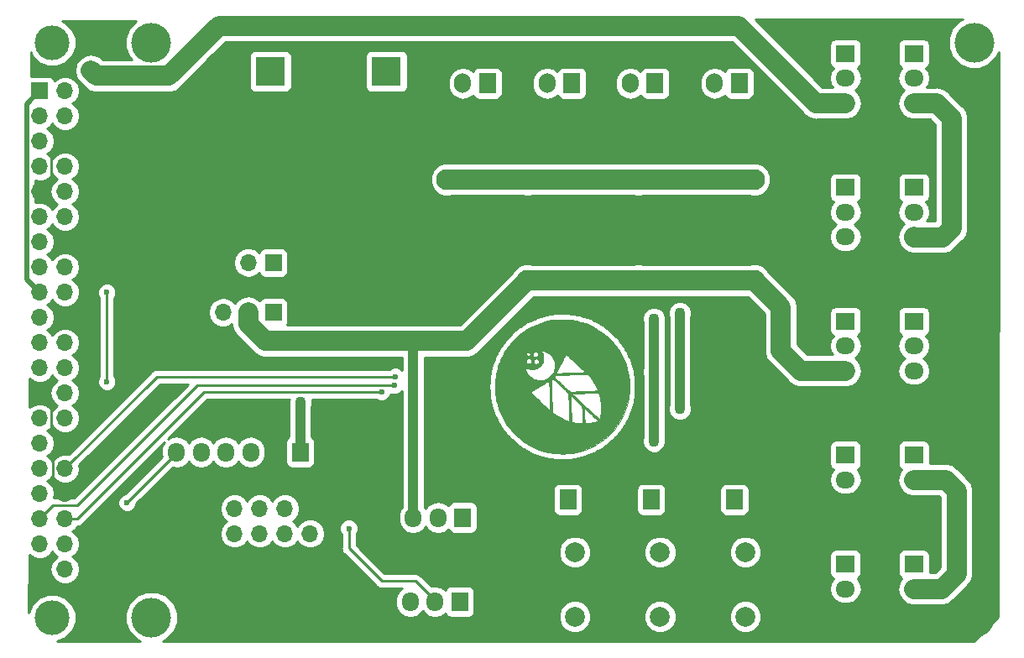
<source format=gbr>
G04 #@! TF.GenerationSoftware,KiCad,Pcbnew,(6.0.0-rc1-dev-450-gc170e8930)*
G04 #@! TF.CreationDate,2018-10-08T16:18:35+02:00*
G04 #@! TF.ProjectId,Astroplant_VFR,417374726F706C616E745F5646522E6B,0.5*
G04 #@! TF.SameCoordinates,Original*
G04 #@! TF.FileFunction,Copper,L2,Bot,Signal*
G04 #@! TF.FilePolarity,Positive*
%FSLAX46Y46*%
G04 Gerber Fmt 4.6, Leading zero omitted, Abs format (unit mm)*
G04 Created by KiCad (PCBNEW (6.0.0-rc1-dev-450-gc170e8930)) date Mon Oct  8 16:18:35 2018*
%MOMM*%
%LPD*%
G01*
G04 APERTURE LIST*
G04 #@! TA.AperFunction,EtchedComponent*
%ADD10C,0.010000*%
G04 #@! TD*
G04 #@! TA.AperFunction,ComponentPad*
%ADD11R,1.700000X1.950000*%
G04 #@! TD*
G04 #@! TA.AperFunction,ComponentPad*
%ADD12O,1.700000X1.950000*%
G04 #@! TD*
G04 #@! TA.AperFunction,ComponentPad*
%ADD13R,1.700000X1.700000*%
G04 #@! TD*
G04 #@! TA.AperFunction,ComponentPad*
%ADD14O,1.700000X1.700000*%
G04 #@! TD*
G04 #@! TA.AperFunction,ComponentPad*
%ADD15O,1.950000X1.700000*%
G04 #@! TD*
G04 #@! TA.AperFunction,ComponentPad*
%ADD16R,1.950000X1.700000*%
G04 #@! TD*
G04 #@! TA.AperFunction,ComponentPad*
%ADD17O,1.700000X2.000000*%
G04 #@! TD*
G04 #@! TA.AperFunction,ComponentPad*
%ADD18R,1.700000X2.000000*%
G04 #@! TD*
G04 #@! TA.AperFunction,ComponentPad*
%ADD19C,2.000000*%
G04 #@! TD*
G04 #@! TA.AperFunction,ComponentPad*
%ADD20R,3.000000X3.000000*%
G04 #@! TD*
G04 #@! TA.AperFunction,ComponentPad*
%ADD21C,3.000000*%
G04 #@! TD*
G04 #@! TA.AperFunction,ViaPad*
%ADD22C,3.500000*%
G04 #@! TD*
G04 #@! TA.AperFunction,ViaPad*
%ADD23C,4.000000*%
G04 #@! TD*
G04 #@! TA.AperFunction,ViaPad*
%ADD24C,2.100000*%
G04 #@! TD*
G04 #@! TA.AperFunction,ViaPad*
%ADD25C,1.100000*%
G04 #@! TD*
G04 #@! TA.AperFunction,ViaPad*
%ADD26C,0.600000*%
G04 #@! TD*
G04 #@! TA.AperFunction,Conductor*
%ADD27C,2.000000*%
G04 #@! TD*
G04 #@! TA.AperFunction,Conductor*
%ADD28C,1.000000*%
G04 #@! TD*
G04 #@! TA.AperFunction,Conductor*
%ADD29C,0.250000*%
G04 #@! TD*
G04 #@! TA.AperFunction,Conductor*
%ADD30C,0.500000*%
G04 #@! TD*
G04 #@! TA.AperFunction,Conductor*
%ADD31C,0.254000*%
G04 #@! TD*
G04 APERTURE END LIST*
D10*
G04 #@! TO.C,G\002A\002A\002A*
G36*
X155133419Y-79964340D02*
X155299110Y-79962398D01*
X155443202Y-79958504D01*
X155571821Y-79952117D01*
X155691097Y-79942699D01*
X155807156Y-79929710D01*
X155926126Y-79912612D01*
X156054136Y-79890864D01*
X156197312Y-79863928D01*
X156286200Y-79846417D01*
X156745231Y-79738071D01*
X157191668Y-79599026D01*
X157624322Y-79430473D01*
X158042001Y-79233604D01*
X158443514Y-79009610D01*
X158827669Y-78759682D01*
X159193276Y-78485010D01*
X159539144Y-78186786D01*
X159864081Y-77866202D01*
X160166897Y-77524447D01*
X160446400Y-77162713D01*
X160701399Y-76782192D01*
X160930704Y-76384074D01*
X161133123Y-75969550D01*
X161307465Y-75539812D01*
X161452539Y-75096050D01*
X161567154Y-74639456D01*
X161586417Y-74546200D01*
X161616486Y-74391880D01*
X161641067Y-74256150D01*
X161660697Y-74132884D01*
X161675916Y-74015954D01*
X161687262Y-73899231D01*
X161695277Y-73776588D01*
X161700497Y-73641898D01*
X161703463Y-73489032D01*
X161704714Y-73311862D01*
X161704866Y-73200000D01*
X161704339Y-73006581D01*
X161702398Y-72840890D01*
X161698504Y-72696798D01*
X161692117Y-72568179D01*
X161682699Y-72448903D01*
X161669710Y-72332844D01*
X161652611Y-72213874D01*
X161630864Y-72085864D01*
X161603928Y-71942688D01*
X161586417Y-71853800D01*
X161478109Y-71394943D01*
X161339108Y-70948650D01*
X161170606Y-70516115D01*
X160973797Y-70098530D01*
X160749875Y-69697091D01*
X160500033Y-69312989D01*
X160225465Y-68947420D01*
X159927364Y-68601575D01*
X159606923Y-68276650D01*
X159265337Y-67973836D01*
X158903799Y-67694329D01*
X158523502Y-67439321D01*
X158125641Y-67210005D01*
X157711407Y-67007576D01*
X157281996Y-66833227D01*
X156838601Y-66688152D01*
X156382414Y-66573543D01*
X156286200Y-66553676D01*
X156131132Y-66523544D01*
X155995185Y-66499082D01*
X155871777Y-66479674D01*
X155754325Y-66464702D01*
X155636245Y-66453551D01*
X155510956Y-66445605D01*
X155371874Y-66440246D01*
X155212416Y-66436858D01*
X155026000Y-66434825D01*
X155016200Y-66434750D01*
X154878692Y-66433933D01*
X154749308Y-66433568D01*
X154632659Y-66433638D01*
X154533353Y-66434124D01*
X154456000Y-66435009D01*
X154405210Y-66436274D01*
X154389667Y-66437182D01*
X153906727Y-66498399D01*
X153443548Y-66586077D01*
X152997873Y-66700947D01*
X152567442Y-66843741D01*
X152149996Y-67015189D01*
X151743279Y-67216022D01*
X151429365Y-67395155D01*
X151031221Y-67655502D01*
X150654537Y-67941214D01*
X150300315Y-68250865D01*
X149969556Y-68583032D01*
X149663263Y-68936289D01*
X149382439Y-69309212D01*
X149128084Y-69700375D01*
X149002303Y-69926555D01*
X151318742Y-69926555D01*
X151338841Y-69852882D01*
X151341879Y-69846789D01*
X151388991Y-69789260D01*
X151453348Y-69755759D01*
X151526116Y-69748711D01*
X151598459Y-69770537D01*
X151605480Y-69774489D01*
X151650018Y-69814518D01*
X151686173Y-69870588D01*
X151704770Y-69927406D01*
X151947196Y-69927406D01*
X151962137Y-69838804D01*
X151997319Y-69772472D01*
X152058007Y-69720305D01*
X152095546Y-69699033D01*
X152151591Y-69672983D01*
X152194518Y-69662965D01*
X152240011Y-69667193D01*
X152282218Y-69677796D01*
X152359447Y-69715658D01*
X152419897Y-69777430D01*
X152459386Y-69855584D01*
X152473732Y-69942594D01*
X152465748Y-70008067D01*
X152429356Y-70096676D01*
X152372154Y-70158568D01*
X152294107Y-70193769D01*
X152214199Y-70202737D01*
X152114176Y-70189402D01*
X152035595Y-70150964D01*
X151980515Y-70089545D01*
X151950995Y-70007270D01*
X151947196Y-69927406D01*
X151704770Y-69927406D01*
X151704857Y-69927671D01*
X151705733Y-69940333D01*
X151692834Y-69995321D01*
X151660194Y-70053054D01*
X151616900Y-70098500D01*
X151605480Y-70106178D01*
X151534170Y-70132053D01*
X151465610Y-70129050D01*
X151404792Y-70102085D01*
X151356712Y-70056071D01*
X151326364Y-69995923D01*
X151318742Y-69926555D01*
X149002303Y-69926555D01*
X148901201Y-70108354D01*
X148702792Y-70531723D01*
X148648309Y-70672772D01*
X151283705Y-70672772D01*
X151285162Y-70584241D01*
X151316188Y-70502179D01*
X151374845Y-70432490D01*
X151434937Y-70392342D01*
X151522135Y-70363890D01*
X151609500Y-70368774D01*
X151699037Y-70407122D01*
X151702869Y-70409463D01*
X151762259Y-70464685D01*
X151802455Y-70539979D01*
X151818901Y-70624872D01*
X151817267Y-70654693D01*
X152017667Y-70654693D01*
X152025404Y-70609406D01*
X152066703Y-70519813D01*
X152127466Y-70451769D01*
X152202331Y-70408193D01*
X152285933Y-70392006D01*
X152372911Y-70406127D01*
X152388108Y-70411945D01*
X152433257Y-70439158D01*
X152481677Y-70480365D01*
X152497631Y-70497200D01*
X152531817Y-70541822D01*
X152547997Y-70583994D01*
X152552373Y-70640814D01*
X152552400Y-70648154D01*
X152538097Y-70750050D01*
X152495681Y-70834010D01*
X152432146Y-70894332D01*
X152361939Y-70923822D01*
X152279376Y-70929865D01*
X152195843Y-70913166D01*
X152123767Y-70875231D01*
X152064329Y-70812103D01*
X152027787Y-70735415D01*
X152017667Y-70654693D01*
X151817267Y-70654693D01*
X151816411Y-70670295D01*
X151789108Y-70754954D01*
X151739375Y-70821096D01*
X151673391Y-70867595D01*
X151597337Y-70893325D01*
X151517392Y-70897161D01*
X151439738Y-70877977D01*
X151370554Y-70834646D01*
X151316020Y-70766043D01*
X151313754Y-70761864D01*
X151283705Y-70672772D01*
X148648309Y-70672772D01*
X148533860Y-70969059D01*
X148457818Y-71216142D01*
X151168697Y-71216142D01*
X151170538Y-71206484D01*
X151187622Y-71210741D01*
X151222988Y-71230149D01*
X151251577Y-71248717D01*
X151400340Y-71335650D01*
X151555501Y-71395285D01*
X151723666Y-71429545D01*
X151908933Y-71440359D01*
X152109198Y-71426973D01*
X152290883Y-71386127D01*
X152456583Y-71316790D01*
X152608895Y-71217933D01*
X152722203Y-71117546D01*
X152839495Y-70980233D01*
X152928868Y-70829270D01*
X152991852Y-70661226D01*
X153029976Y-70472666D01*
X153036800Y-70411523D01*
X153038023Y-70250347D01*
X153014661Y-70082426D01*
X152969278Y-69917309D01*
X152904439Y-69764542D01*
X152830759Y-69644401D01*
X152755670Y-69542400D01*
X152819135Y-69542519D01*
X152865446Y-69546544D01*
X152932071Y-69557130D01*
X153006571Y-69572218D01*
X153026533Y-69576824D01*
X153221027Y-69639729D01*
X153409082Y-69732712D01*
X153586537Y-69852056D01*
X153749228Y-69994049D01*
X153892992Y-70154977D01*
X154013666Y-70331126D01*
X154107086Y-70518781D01*
X154120365Y-70552639D01*
X154178681Y-70748279D01*
X154210207Y-70950113D01*
X154214432Y-71150700D01*
X154190844Y-71342598D01*
X154178463Y-71396600D01*
X154134348Y-71533866D01*
X154072130Y-71679646D01*
X154001535Y-71813833D01*
X154330400Y-71813833D01*
X154338068Y-71791801D01*
X154359953Y-71743107D01*
X154394378Y-71670997D01*
X154439665Y-71578714D01*
X154494135Y-71469502D01*
X154556110Y-71346605D01*
X154623912Y-71213267D01*
X154695864Y-71072731D01*
X154770287Y-70928241D01*
X154845503Y-70783042D01*
X154919834Y-70640377D01*
X154991602Y-70503489D01*
X155059129Y-70375624D01*
X155120738Y-70260025D01*
X155174749Y-70159935D01*
X155219485Y-70078599D01*
X155253268Y-70019260D01*
X155274420Y-69985162D01*
X155279779Y-69978557D01*
X155317665Y-69959555D01*
X155340050Y-69962517D01*
X155356051Y-69975930D01*
X155394909Y-70010583D01*
X155454659Y-70064674D01*
X155533337Y-70136403D01*
X155628980Y-70223968D01*
X155739623Y-70325567D01*
X155863302Y-70439399D01*
X155998054Y-70563662D01*
X156141914Y-70696557D01*
X156292918Y-70836280D01*
X156313808Y-70855627D01*
X157263496Y-71735267D01*
X157088115Y-71746274D01*
X156990968Y-71751900D01*
X156867500Y-71758297D01*
X156721596Y-71765315D01*
X156557140Y-71772806D01*
X156378016Y-71780619D01*
X156188109Y-71788605D01*
X155991302Y-71796614D01*
X155791480Y-71804496D01*
X155592528Y-71812101D01*
X155398329Y-71819280D01*
X155212768Y-71825884D01*
X155039729Y-71831761D01*
X154883097Y-71836764D01*
X154746755Y-71840741D01*
X154634588Y-71843544D01*
X154550481Y-71845022D01*
X154520900Y-71845218D01*
X154438090Y-71844827D01*
X154383397Y-71842903D01*
X154351077Y-71838500D01*
X154335386Y-71830671D01*
X154330578Y-71818470D01*
X154330400Y-71813833D01*
X154001535Y-71813833D01*
X153998573Y-71819463D01*
X153933411Y-71921094D01*
X153875888Y-71993117D01*
X153800558Y-72075195D01*
X153714938Y-72160208D01*
X153698066Y-72175637D01*
X154161798Y-72175637D01*
X154179666Y-72118353D01*
X154194933Y-72099334D01*
X154223768Y-72074185D01*
X154241500Y-72064290D01*
X154266541Y-72062881D01*
X154322391Y-72060331D01*
X154406019Y-72056756D01*
X154514391Y-72052272D01*
X154644474Y-72046997D01*
X154793235Y-72041046D01*
X154957641Y-72034537D01*
X155134658Y-72027586D01*
X155321253Y-72020309D01*
X155514395Y-72012823D01*
X155711048Y-72005244D01*
X155908181Y-71997690D01*
X156102760Y-71990276D01*
X156291752Y-71983119D01*
X156472124Y-71976336D01*
X156640843Y-71970043D01*
X156794875Y-71964357D01*
X156931189Y-71959395D01*
X157046750Y-71955272D01*
X157138525Y-71952106D01*
X157203482Y-71950012D01*
X157238588Y-71949109D01*
X157239244Y-71949100D01*
X157344374Y-71950747D01*
X157423260Y-71958370D01*
X157467844Y-71969711D01*
X157514260Y-71999513D01*
X157575228Y-72054559D01*
X157647736Y-72131135D01*
X157728773Y-72225528D01*
X157815329Y-72334025D01*
X157904392Y-72452911D01*
X157992952Y-72578473D01*
X158077998Y-72706999D01*
X158119995Y-72774034D01*
X158164905Y-72850239D01*
X158214898Y-72940110D01*
X158267436Y-73038528D01*
X158319984Y-73140374D01*
X158370004Y-73240526D01*
X158414958Y-73333867D01*
X158452309Y-73415276D01*
X158479522Y-73479633D01*
X158494058Y-73521819D01*
X158495789Y-73532360D01*
X158484392Y-73571909D01*
X158470037Y-73589934D01*
X158454752Y-73594891D01*
X158419569Y-73600089D01*
X158362899Y-73605620D01*
X158283154Y-73611578D01*
X158178744Y-73618056D01*
X158048081Y-73625147D01*
X157889575Y-73632943D01*
X157701639Y-73641539D01*
X157482683Y-73651027D01*
X157288937Y-73659123D01*
X157023533Y-73670083D01*
X156789774Y-73679664D01*
X156585463Y-73687806D01*
X156408402Y-73694448D01*
X156256396Y-73699529D01*
X156127247Y-73702988D01*
X156018759Y-73704764D01*
X155928735Y-73704798D01*
X155854979Y-73703028D01*
X155795293Y-73699393D01*
X155747482Y-73693833D01*
X155709348Y-73686286D01*
X155678695Y-73676693D01*
X155653326Y-73664992D01*
X155631045Y-73651123D01*
X155609654Y-73635024D01*
X155586957Y-73616636D01*
X155581095Y-73611894D01*
X155545241Y-73581268D01*
X155489465Y-73531361D01*
X155416630Y-73464882D01*
X155329598Y-73384540D01*
X155231230Y-73293044D01*
X155124388Y-73193103D01*
X155011934Y-73087426D01*
X154896730Y-72978723D01*
X154781639Y-72869701D01*
X154669521Y-72763071D01*
X154563239Y-72661540D01*
X154465655Y-72567819D01*
X154379630Y-72484616D01*
X154308028Y-72414641D01*
X154253708Y-72360601D01*
X154219534Y-72325207D01*
X154209649Y-72313719D01*
X154171929Y-72242743D01*
X154161798Y-72175637D01*
X153698066Y-72175637D01*
X153626544Y-72241038D01*
X153542896Y-72310565D01*
X153471508Y-72361669D01*
X153462170Y-72367397D01*
X153256083Y-72472353D01*
X153046599Y-72544136D01*
X152835074Y-72582666D01*
X152622860Y-72587866D01*
X152411312Y-72559656D01*
X152201784Y-72497958D01*
X152082735Y-72447283D01*
X151877867Y-72332031D01*
X151693130Y-72191375D01*
X151530966Y-72027905D01*
X151393817Y-71844215D01*
X151284121Y-71642893D01*
X151250817Y-71564035D01*
X151233153Y-71512108D01*
X151214643Y-71446904D01*
X151197114Y-71376565D01*
X151182395Y-71309231D01*
X151172313Y-71253043D01*
X151168697Y-71216142D01*
X148457818Y-71216142D01*
X148395406Y-71418937D01*
X148293583Y-71853800D01*
X148263513Y-72008121D01*
X148238933Y-72143850D01*
X148219303Y-72267116D01*
X148204084Y-72384047D01*
X148192737Y-72500769D01*
X148184723Y-72623412D01*
X148179502Y-72758103D01*
X148176536Y-72910969D01*
X148175285Y-73088138D01*
X148175133Y-73200000D01*
X148175660Y-73393419D01*
X148177602Y-73559110D01*
X148181496Y-73703202D01*
X148183936Y-73752351D01*
X151757528Y-73752351D01*
X151772578Y-73717644D01*
X151786440Y-73703117D01*
X151806017Y-73689681D01*
X151851995Y-73660403D01*
X151921750Y-73616893D01*
X152012658Y-73560761D01*
X152122096Y-73493618D01*
X152247441Y-73417072D01*
X152386069Y-73332734D01*
X152535355Y-73242213D01*
X152687574Y-73150199D01*
X152869913Y-73040260D01*
X153025504Y-72946763D01*
X153156507Y-72868502D01*
X153265079Y-72804271D01*
X153353379Y-72752866D01*
X153423566Y-72713080D01*
X153477797Y-72683709D01*
X153518232Y-72663546D01*
X153547028Y-72651387D01*
X153566344Y-72646026D01*
X153578339Y-72646257D01*
X153580285Y-72647387D01*
X153821555Y-72647387D01*
X153821857Y-72594815D01*
X153823064Y-72554926D01*
X153825159Y-72525795D01*
X153828124Y-72505498D01*
X153831941Y-72492112D01*
X153836593Y-72483711D01*
X153842061Y-72478372D01*
X153848328Y-72474171D01*
X153855360Y-72469196D01*
X153914258Y-72441686D01*
X153981065Y-72445617D01*
X154034067Y-72469505D01*
X154055797Y-72486702D01*
X154099858Y-72524772D01*
X154163802Y-72581498D01*
X154245183Y-72654665D01*
X154341554Y-72742059D01*
X154450469Y-72841463D01*
X154569480Y-72950662D01*
X154696142Y-73067441D01*
X154774426Y-73139885D01*
X154926541Y-73281057D01*
X155055630Y-73401401D01*
X155163694Y-73502908D01*
X155252731Y-73587569D01*
X155324742Y-73657372D01*
X155381728Y-73714310D01*
X155425687Y-73760371D01*
X155458621Y-73797547D01*
X155482529Y-73827827D01*
X155499411Y-73853201D01*
X155508990Y-73870874D01*
X155522015Y-73898560D01*
X155532383Y-73925102D01*
X155941889Y-73925102D01*
X155954418Y-73918056D01*
X155992693Y-73912681D01*
X156048599Y-73910087D01*
X156051955Y-73910047D01*
X156089521Y-73909074D01*
X156157588Y-73906671D01*
X156252826Y-73902976D01*
X156371906Y-73898130D01*
X156511499Y-73892273D01*
X156668274Y-73885544D01*
X156838904Y-73878083D01*
X157020058Y-73870030D01*
X157208407Y-73861524D01*
X157209067Y-73861494D01*
X157453292Y-73850377D01*
X157665950Y-73840752D01*
X157849306Y-73832599D01*
X158005626Y-73825899D01*
X158137177Y-73820632D01*
X158246223Y-73816779D01*
X158335030Y-73814320D01*
X158405864Y-73813235D01*
X158460991Y-73813505D01*
X158502676Y-73815110D01*
X158533186Y-73818031D01*
X158554785Y-73822248D01*
X158569739Y-73827742D01*
X158580315Y-73834493D01*
X158588778Y-73842482D01*
X158595340Y-73849528D01*
X158616803Y-73885974D01*
X158641880Y-73951158D01*
X158669333Y-74040303D01*
X158697926Y-74148629D01*
X158726422Y-74271358D01*
X158753581Y-74403711D01*
X158778168Y-74540910D01*
X158784508Y-74580078D01*
X158805904Y-74749175D01*
X158821319Y-74941634D01*
X158830548Y-75147445D01*
X158833383Y-75356599D01*
X158829617Y-75559087D01*
X158819045Y-75744899D01*
X158810411Y-75834970D01*
X158798056Y-75934225D01*
X158782983Y-76039567D01*
X158766225Y-76145284D01*
X158748816Y-76245664D01*
X158731791Y-76334996D01*
X158716183Y-76407566D01*
X158703027Y-76457663D01*
X158693796Y-76479182D01*
X158678081Y-76472431D01*
X158642633Y-76446370D01*
X158592365Y-76404913D01*
X158532191Y-76351975D01*
X158518288Y-76339338D01*
X158380143Y-76212772D01*
X158231993Y-76076528D01*
X158075670Y-75932322D01*
X157913004Y-75781870D01*
X157745827Y-75626888D01*
X157575970Y-75469091D01*
X157405264Y-75310196D01*
X157235540Y-75151918D01*
X157068630Y-74995974D01*
X156906363Y-74844079D01*
X156750573Y-74697948D01*
X156603088Y-74559299D01*
X156465742Y-74429847D01*
X156340365Y-74311307D01*
X156228788Y-74205396D01*
X156132842Y-74113829D01*
X156054358Y-74038323D01*
X155995168Y-73980593D01*
X155957103Y-73942355D01*
X155941993Y-73925325D01*
X155941889Y-73925102D01*
X155532383Y-73925102D01*
X155532485Y-73925363D01*
X155540894Y-73955599D01*
X155547735Y-73993586D01*
X155553498Y-74043639D01*
X155558679Y-74110076D01*
X155560966Y-74149256D01*
X155782447Y-74149256D01*
X155782822Y-74125081D01*
X155783715Y-74109881D01*
X155785075Y-74101585D01*
X155786853Y-74098119D01*
X155788997Y-74097410D01*
X155790492Y-74097446D01*
X155805138Y-74108579D01*
X155841987Y-74140393D01*
X155898422Y-74190527D01*
X155971827Y-74256619D01*
X156059588Y-74336306D01*
X156159088Y-74427228D01*
X156267711Y-74527022D01*
X156334870Y-74588969D01*
X156458752Y-74704132D01*
X156571578Y-74810457D01*
X156671079Y-74905720D01*
X156754983Y-74987697D01*
X156821022Y-75054165D01*
X156866925Y-75102901D01*
X156890423Y-75131680D01*
X156892340Y-75135069D01*
X156901231Y-75155873D01*
X156908922Y-75179125D01*
X156915640Y-75207803D01*
X156921613Y-75244884D01*
X156927066Y-75293346D01*
X156932227Y-75356167D01*
X156935473Y-75407244D01*
X157145894Y-75407244D01*
X157148066Y-75373923D01*
X157150720Y-75367467D01*
X157165646Y-75378476D01*
X157201946Y-75409456D01*
X157256171Y-75457339D01*
X157324875Y-75519055D01*
X157404609Y-75591535D01*
X157477462Y-75658374D01*
X157654160Y-75821550D01*
X157818286Y-75973934D01*
X157968459Y-76114207D01*
X158103296Y-76241049D01*
X158221416Y-76353142D01*
X158321437Y-76449167D01*
X158401976Y-76527805D01*
X158461652Y-76587736D01*
X158499083Y-76627643D01*
X158512886Y-76646206D01*
X158512933Y-76646618D01*
X158501090Y-76674718D01*
X158491767Y-76684429D01*
X158466847Y-76694938D01*
X158414515Y-76710483D01*
X158340623Y-76729728D01*
X158251020Y-76751341D01*
X158151559Y-76773986D01*
X158048088Y-76796331D01*
X157946460Y-76817040D01*
X157852524Y-76834779D01*
X157776333Y-76847574D01*
X157626238Y-76869788D01*
X157505843Y-76885460D01*
X157411620Y-76894575D01*
X157340037Y-76897120D01*
X157287565Y-76893080D01*
X157250673Y-76882440D01*
X157225831Y-76865188D01*
X157211546Y-76845300D01*
X157207034Y-76821404D01*
X157201881Y-76767894D01*
X157196337Y-76689013D01*
X157190650Y-76589002D01*
X157185072Y-76472103D01*
X157179852Y-76342558D01*
X157176850Y-76256057D01*
X157172059Y-76112842D01*
X157167135Y-75972626D01*
X157162292Y-75841069D01*
X157157747Y-75723832D01*
X157153716Y-75626573D01*
X157150416Y-75554954D01*
X157149224Y-75532567D01*
X157146258Y-75462536D01*
X157145894Y-75407244D01*
X156935473Y-75407244D01*
X156937322Y-75436325D01*
X156942579Y-75536799D01*
X156948223Y-75660565D01*
X156954482Y-75810602D01*
X156961583Y-75989889D01*
X156965877Y-76100684D01*
X156972688Y-76278891D01*
X156978104Y-76426319D01*
X156982124Y-76546026D01*
X156984747Y-76641070D01*
X156985970Y-76714511D01*
X156985793Y-76769406D01*
X156984214Y-76808815D01*
X156981232Y-76835796D01*
X156976845Y-76853407D01*
X156971051Y-76864707D01*
X156965511Y-76871151D01*
X156931361Y-76886147D01*
X156869424Y-76894837D01*
X156785074Y-76897795D01*
X156683684Y-76895599D01*
X156570629Y-76888823D01*
X156451281Y-76878044D01*
X156331013Y-76863839D01*
X156215200Y-76846783D01*
X156109214Y-76827452D01*
X156018429Y-76806422D01*
X155948219Y-76784269D01*
X155903957Y-76761570D01*
X155898434Y-76756760D01*
X155891559Y-76748839D01*
X155885527Y-76738125D01*
X155880186Y-76722144D01*
X155875381Y-76698423D01*
X155870960Y-76664490D01*
X155866769Y-76617871D01*
X155862655Y-76556094D01*
X155858465Y-76476686D01*
X155854045Y-76377173D01*
X155849242Y-76255084D01*
X155843902Y-76107945D01*
X155837873Y-75933284D01*
X155831000Y-75728626D01*
X155826739Y-75600367D01*
X155818127Y-75340661D01*
X155810582Y-75112731D01*
X155804055Y-74914503D01*
X155798494Y-74743905D01*
X155793850Y-74598865D01*
X155790074Y-74477310D01*
X155787114Y-74377166D01*
X155784922Y-74296361D01*
X155783446Y-74232823D01*
X155782638Y-74184479D01*
X155782447Y-74149256D01*
X155560966Y-74149256D01*
X155563767Y-74197213D01*
X155569257Y-74309367D01*
X155575640Y-74450854D01*
X155575945Y-74457731D01*
X155581915Y-74599388D01*
X155588423Y-74766143D01*
X155595160Y-74949239D01*
X155601815Y-75139919D01*
X155608079Y-75329424D01*
X155613642Y-75508998D01*
X155615930Y-75587600D01*
X155620410Y-75743494D01*
X155624986Y-75899462D01*
X155629483Y-76049664D01*
X155633720Y-76188256D01*
X155637520Y-76309397D01*
X155640704Y-76407244D01*
X155642705Y-76465273D01*
X155651445Y-76707945D01*
X155596289Y-76695986D01*
X155543397Y-76681308D01*
X155466889Y-76655893D01*
X155374187Y-76622553D01*
X155272714Y-76584099D01*
X155169893Y-76543343D01*
X155073144Y-76503098D01*
X154990800Y-76466595D01*
X154838838Y-76393001D01*
X154683672Y-76311968D01*
X154530966Y-76226866D01*
X154386384Y-76141067D01*
X154255591Y-76057939D01*
X154144249Y-75980854D01*
X154058024Y-75913181D01*
X154052215Y-75908130D01*
X154029978Y-75889001D01*
X154010439Y-75871702D01*
X153993352Y-75854020D01*
X153978470Y-75833742D01*
X153965546Y-75808654D01*
X153954333Y-75776545D01*
X153944585Y-75735202D01*
X153936056Y-75682411D01*
X153928498Y-75615960D01*
X153921665Y-75533636D01*
X153915310Y-75433227D01*
X153909186Y-75312519D01*
X153903048Y-75169300D01*
X153896647Y-75001357D01*
X153889739Y-74806477D01*
X153882075Y-74582447D01*
X153873409Y-74327055D01*
X153872283Y-74293972D01*
X153862545Y-74008743D01*
X153853892Y-73755439D01*
X153846305Y-73532135D01*
X153839767Y-73336908D01*
X153834259Y-73167832D01*
X153829764Y-73022984D01*
X153826264Y-72900440D01*
X153823741Y-72798275D01*
X153822177Y-72714565D01*
X153821555Y-72647387D01*
X153580285Y-72647387D01*
X153584002Y-72649545D01*
X153594948Y-72669655D01*
X153603827Y-72708431D01*
X153611188Y-72770034D01*
X153617582Y-72858623D01*
X153621503Y-72933139D01*
X153628655Y-73089695D01*
X153635990Y-73261989D01*
X153643406Y-73446758D01*
X153650802Y-73640740D01*
X153658079Y-73840672D01*
X153665135Y-74043293D01*
X153671868Y-74245339D01*
X153678179Y-74443549D01*
X153683966Y-74634660D01*
X153689129Y-74815409D01*
X153693566Y-74982536D01*
X153697177Y-75132776D01*
X153699861Y-75262869D01*
X153701517Y-75369551D01*
X153702043Y-75449560D01*
X153701341Y-75499634D01*
X153701049Y-75505684D01*
X153695400Y-75601568D01*
X152831800Y-74805815D01*
X152684106Y-74669657D01*
X152541311Y-74537884D01*
X152405758Y-74412667D01*
X152279792Y-74296180D01*
X152165758Y-74190593D01*
X152066000Y-74098078D01*
X151982863Y-74020807D01*
X151918691Y-73960951D01*
X151875830Y-73920683D01*
X151862366Y-73907843D01*
X151800892Y-73843324D01*
X151766456Y-73792869D01*
X151757528Y-73752351D01*
X148183936Y-73752351D01*
X148187883Y-73831822D01*
X148197301Y-73951097D01*
X148210290Y-74067156D01*
X148227388Y-74186126D01*
X148249136Y-74314136D01*
X148276072Y-74457312D01*
X148293583Y-74546200D01*
X148401929Y-75005231D01*
X148540974Y-75451669D01*
X148709527Y-75884323D01*
X148906396Y-76302001D01*
X149130390Y-76703514D01*
X149380318Y-77087669D01*
X149654990Y-77453276D01*
X149953214Y-77799144D01*
X150273798Y-78124081D01*
X150615553Y-78426897D01*
X150977287Y-78706400D01*
X151357808Y-78961400D01*
X151755926Y-79190704D01*
X152170450Y-79393123D01*
X152600188Y-79567465D01*
X153043950Y-79712539D01*
X153500544Y-79827154D01*
X153593800Y-79846417D01*
X153748120Y-79876487D01*
X153883850Y-79901067D01*
X154007116Y-79920697D01*
X154124046Y-79935916D01*
X154240769Y-79947263D01*
X154363412Y-79955277D01*
X154498102Y-79960498D01*
X154650968Y-79963464D01*
X154828138Y-79964715D01*
X154940000Y-79964867D01*
X155133419Y-79964340D01*
X155133419Y-79964340D01*
G37*
X155133419Y-79964340D02*
X155299110Y-79962398D01*
X155443202Y-79958504D01*
X155571821Y-79952117D01*
X155691097Y-79942699D01*
X155807156Y-79929710D01*
X155926126Y-79912612D01*
X156054136Y-79890864D01*
X156197312Y-79863928D01*
X156286200Y-79846417D01*
X156745231Y-79738071D01*
X157191668Y-79599026D01*
X157624322Y-79430473D01*
X158042001Y-79233604D01*
X158443514Y-79009610D01*
X158827669Y-78759682D01*
X159193276Y-78485010D01*
X159539144Y-78186786D01*
X159864081Y-77866202D01*
X160166897Y-77524447D01*
X160446400Y-77162713D01*
X160701399Y-76782192D01*
X160930704Y-76384074D01*
X161133123Y-75969550D01*
X161307465Y-75539812D01*
X161452539Y-75096050D01*
X161567154Y-74639456D01*
X161586417Y-74546200D01*
X161616486Y-74391880D01*
X161641067Y-74256150D01*
X161660697Y-74132884D01*
X161675916Y-74015954D01*
X161687262Y-73899231D01*
X161695277Y-73776588D01*
X161700497Y-73641898D01*
X161703463Y-73489032D01*
X161704714Y-73311862D01*
X161704866Y-73200000D01*
X161704339Y-73006581D01*
X161702398Y-72840890D01*
X161698504Y-72696798D01*
X161692117Y-72568179D01*
X161682699Y-72448903D01*
X161669710Y-72332844D01*
X161652611Y-72213874D01*
X161630864Y-72085864D01*
X161603928Y-71942688D01*
X161586417Y-71853800D01*
X161478109Y-71394943D01*
X161339108Y-70948650D01*
X161170606Y-70516115D01*
X160973797Y-70098530D01*
X160749875Y-69697091D01*
X160500033Y-69312989D01*
X160225465Y-68947420D01*
X159927364Y-68601575D01*
X159606923Y-68276650D01*
X159265337Y-67973836D01*
X158903799Y-67694329D01*
X158523502Y-67439321D01*
X158125641Y-67210005D01*
X157711407Y-67007576D01*
X157281996Y-66833227D01*
X156838601Y-66688152D01*
X156382414Y-66573543D01*
X156286200Y-66553676D01*
X156131132Y-66523544D01*
X155995185Y-66499082D01*
X155871777Y-66479674D01*
X155754325Y-66464702D01*
X155636245Y-66453551D01*
X155510956Y-66445605D01*
X155371874Y-66440246D01*
X155212416Y-66436858D01*
X155026000Y-66434825D01*
X155016200Y-66434750D01*
X154878692Y-66433933D01*
X154749308Y-66433568D01*
X154632659Y-66433638D01*
X154533353Y-66434124D01*
X154456000Y-66435009D01*
X154405210Y-66436274D01*
X154389667Y-66437182D01*
X153906727Y-66498399D01*
X153443548Y-66586077D01*
X152997873Y-66700947D01*
X152567442Y-66843741D01*
X152149996Y-67015189D01*
X151743279Y-67216022D01*
X151429365Y-67395155D01*
X151031221Y-67655502D01*
X150654537Y-67941214D01*
X150300315Y-68250865D01*
X149969556Y-68583032D01*
X149663263Y-68936289D01*
X149382439Y-69309212D01*
X149128084Y-69700375D01*
X149002303Y-69926555D01*
X151318742Y-69926555D01*
X151338841Y-69852882D01*
X151341879Y-69846789D01*
X151388991Y-69789260D01*
X151453348Y-69755759D01*
X151526116Y-69748711D01*
X151598459Y-69770537D01*
X151605480Y-69774489D01*
X151650018Y-69814518D01*
X151686173Y-69870588D01*
X151704770Y-69927406D01*
X151947196Y-69927406D01*
X151962137Y-69838804D01*
X151997319Y-69772472D01*
X152058007Y-69720305D01*
X152095546Y-69699033D01*
X152151591Y-69672983D01*
X152194518Y-69662965D01*
X152240011Y-69667193D01*
X152282218Y-69677796D01*
X152359447Y-69715658D01*
X152419897Y-69777430D01*
X152459386Y-69855584D01*
X152473732Y-69942594D01*
X152465748Y-70008067D01*
X152429356Y-70096676D01*
X152372154Y-70158568D01*
X152294107Y-70193769D01*
X152214199Y-70202737D01*
X152114176Y-70189402D01*
X152035595Y-70150964D01*
X151980515Y-70089545D01*
X151950995Y-70007270D01*
X151947196Y-69927406D01*
X151704770Y-69927406D01*
X151704857Y-69927671D01*
X151705733Y-69940333D01*
X151692834Y-69995321D01*
X151660194Y-70053054D01*
X151616900Y-70098500D01*
X151605480Y-70106178D01*
X151534170Y-70132053D01*
X151465610Y-70129050D01*
X151404792Y-70102085D01*
X151356712Y-70056071D01*
X151326364Y-69995923D01*
X151318742Y-69926555D01*
X149002303Y-69926555D01*
X148901201Y-70108354D01*
X148702792Y-70531723D01*
X148648309Y-70672772D01*
X151283705Y-70672772D01*
X151285162Y-70584241D01*
X151316188Y-70502179D01*
X151374845Y-70432490D01*
X151434937Y-70392342D01*
X151522135Y-70363890D01*
X151609500Y-70368774D01*
X151699037Y-70407122D01*
X151702869Y-70409463D01*
X151762259Y-70464685D01*
X151802455Y-70539979D01*
X151818901Y-70624872D01*
X151817267Y-70654693D01*
X152017667Y-70654693D01*
X152025404Y-70609406D01*
X152066703Y-70519813D01*
X152127466Y-70451769D01*
X152202331Y-70408193D01*
X152285933Y-70392006D01*
X152372911Y-70406127D01*
X152388108Y-70411945D01*
X152433257Y-70439158D01*
X152481677Y-70480365D01*
X152497631Y-70497200D01*
X152531817Y-70541822D01*
X152547997Y-70583994D01*
X152552373Y-70640814D01*
X152552400Y-70648154D01*
X152538097Y-70750050D01*
X152495681Y-70834010D01*
X152432146Y-70894332D01*
X152361939Y-70923822D01*
X152279376Y-70929865D01*
X152195843Y-70913166D01*
X152123767Y-70875231D01*
X152064329Y-70812103D01*
X152027787Y-70735415D01*
X152017667Y-70654693D01*
X151817267Y-70654693D01*
X151816411Y-70670295D01*
X151789108Y-70754954D01*
X151739375Y-70821096D01*
X151673391Y-70867595D01*
X151597337Y-70893325D01*
X151517392Y-70897161D01*
X151439738Y-70877977D01*
X151370554Y-70834646D01*
X151316020Y-70766043D01*
X151313754Y-70761864D01*
X151283705Y-70672772D01*
X148648309Y-70672772D01*
X148533860Y-70969059D01*
X148457818Y-71216142D01*
X151168697Y-71216142D01*
X151170538Y-71206484D01*
X151187622Y-71210741D01*
X151222988Y-71230149D01*
X151251577Y-71248717D01*
X151400340Y-71335650D01*
X151555501Y-71395285D01*
X151723666Y-71429545D01*
X151908933Y-71440359D01*
X152109198Y-71426973D01*
X152290883Y-71386127D01*
X152456583Y-71316790D01*
X152608895Y-71217933D01*
X152722203Y-71117546D01*
X152839495Y-70980233D01*
X152928868Y-70829270D01*
X152991852Y-70661226D01*
X153029976Y-70472666D01*
X153036800Y-70411523D01*
X153038023Y-70250347D01*
X153014661Y-70082426D01*
X152969278Y-69917309D01*
X152904439Y-69764542D01*
X152830759Y-69644401D01*
X152755670Y-69542400D01*
X152819135Y-69542519D01*
X152865446Y-69546544D01*
X152932071Y-69557130D01*
X153006571Y-69572218D01*
X153026533Y-69576824D01*
X153221027Y-69639729D01*
X153409082Y-69732712D01*
X153586537Y-69852056D01*
X153749228Y-69994049D01*
X153892992Y-70154977D01*
X154013666Y-70331126D01*
X154107086Y-70518781D01*
X154120365Y-70552639D01*
X154178681Y-70748279D01*
X154210207Y-70950113D01*
X154214432Y-71150700D01*
X154190844Y-71342598D01*
X154178463Y-71396600D01*
X154134348Y-71533866D01*
X154072130Y-71679646D01*
X154001535Y-71813833D01*
X154330400Y-71813833D01*
X154338068Y-71791801D01*
X154359953Y-71743107D01*
X154394378Y-71670997D01*
X154439665Y-71578714D01*
X154494135Y-71469502D01*
X154556110Y-71346605D01*
X154623912Y-71213267D01*
X154695864Y-71072731D01*
X154770287Y-70928241D01*
X154845503Y-70783042D01*
X154919834Y-70640377D01*
X154991602Y-70503489D01*
X155059129Y-70375624D01*
X155120738Y-70260025D01*
X155174749Y-70159935D01*
X155219485Y-70078599D01*
X155253268Y-70019260D01*
X155274420Y-69985162D01*
X155279779Y-69978557D01*
X155317665Y-69959555D01*
X155340050Y-69962517D01*
X155356051Y-69975930D01*
X155394909Y-70010583D01*
X155454659Y-70064674D01*
X155533337Y-70136403D01*
X155628980Y-70223968D01*
X155739623Y-70325567D01*
X155863302Y-70439399D01*
X155998054Y-70563662D01*
X156141914Y-70696557D01*
X156292918Y-70836280D01*
X156313808Y-70855627D01*
X157263496Y-71735267D01*
X157088115Y-71746274D01*
X156990968Y-71751900D01*
X156867500Y-71758297D01*
X156721596Y-71765315D01*
X156557140Y-71772806D01*
X156378016Y-71780619D01*
X156188109Y-71788605D01*
X155991302Y-71796614D01*
X155791480Y-71804496D01*
X155592528Y-71812101D01*
X155398329Y-71819280D01*
X155212768Y-71825884D01*
X155039729Y-71831761D01*
X154883097Y-71836764D01*
X154746755Y-71840741D01*
X154634588Y-71843544D01*
X154550481Y-71845022D01*
X154520900Y-71845218D01*
X154438090Y-71844827D01*
X154383397Y-71842903D01*
X154351077Y-71838500D01*
X154335386Y-71830671D01*
X154330578Y-71818470D01*
X154330400Y-71813833D01*
X154001535Y-71813833D01*
X153998573Y-71819463D01*
X153933411Y-71921094D01*
X153875888Y-71993117D01*
X153800558Y-72075195D01*
X153714938Y-72160208D01*
X153698066Y-72175637D01*
X154161798Y-72175637D01*
X154179666Y-72118353D01*
X154194933Y-72099334D01*
X154223768Y-72074185D01*
X154241500Y-72064290D01*
X154266541Y-72062881D01*
X154322391Y-72060331D01*
X154406019Y-72056756D01*
X154514391Y-72052272D01*
X154644474Y-72046997D01*
X154793235Y-72041046D01*
X154957641Y-72034537D01*
X155134658Y-72027586D01*
X155321253Y-72020309D01*
X155514395Y-72012823D01*
X155711048Y-72005244D01*
X155908181Y-71997690D01*
X156102760Y-71990276D01*
X156291752Y-71983119D01*
X156472124Y-71976336D01*
X156640843Y-71970043D01*
X156794875Y-71964357D01*
X156931189Y-71959395D01*
X157046750Y-71955272D01*
X157138525Y-71952106D01*
X157203482Y-71950012D01*
X157238588Y-71949109D01*
X157239244Y-71949100D01*
X157344374Y-71950747D01*
X157423260Y-71958370D01*
X157467844Y-71969711D01*
X157514260Y-71999513D01*
X157575228Y-72054559D01*
X157647736Y-72131135D01*
X157728773Y-72225528D01*
X157815329Y-72334025D01*
X157904392Y-72452911D01*
X157992952Y-72578473D01*
X158077998Y-72706999D01*
X158119995Y-72774034D01*
X158164905Y-72850239D01*
X158214898Y-72940110D01*
X158267436Y-73038528D01*
X158319984Y-73140374D01*
X158370004Y-73240526D01*
X158414958Y-73333867D01*
X158452309Y-73415276D01*
X158479522Y-73479633D01*
X158494058Y-73521819D01*
X158495789Y-73532360D01*
X158484392Y-73571909D01*
X158470037Y-73589934D01*
X158454752Y-73594891D01*
X158419569Y-73600089D01*
X158362899Y-73605620D01*
X158283154Y-73611578D01*
X158178744Y-73618056D01*
X158048081Y-73625147D01*
X157889575Y-73632943D01*
X157701639Y-73641539D01*
X157482683Y-73651027D01*
X157288937Y-73659123D01*
X157023533Y-73670083D01*
X156789774Y-73679664D01*
X156585463Y-73687806D01*
X156408402Y-73694448D01*
X156256396Y-73699529D01*
X156127247Y-73702988D01*
X156018759Y-73704764D01*
X155928735Y-73704798D01*
X155854979Y-73703028D01*
X155795293Y-73699393D01*
X155747482Y-73693833D01*
X155709348Y-73686286D01*
X155678695Y-73676693D01*
X155653326Y-73664992D01*
X155631045Y-73651123D01*
X155609654Y-73635024D01*
X155586957Y-73616636D01*
X155581095Y-73611894D01*
X155545241Y-73581268D01*
X155489465Y-73531361D01*
X155416630Y-73464882D01*
X155329598Y-73384540D01*
X155231230Y-73293044D01*
X155124388Y-73193103D01*
X155011934Y-73087426D01*
X154896730Y-72978723D01*
X154781639Y-72869701D01*
X154669521Y-72763071D01*
X154563239Y-72661540D01*
X154465655Y-72567819D01*
X154379630Y-72484616D01*
X154308028Y-72414641D01*
X154253708Y-72360601D01*
X154219534Y-72325207D01*
X154209649Y-72313719D01*
X154171929Y-72242743D01*
X154161798Y-72175637D01*
X153698066Y-72175637D01*
X153626544Y-72241038D01*
X153542896Y-72310565D01*
X153471508Y-72361669D01*
X153462170Y-72367397D01*
X153256083Y-72472353D01*
X153046599Y-72544136D01*
X152835074Y-72582666D01*
X152622860Y-72587866D01*
X152411312Y-72559656D01*
X152201784Y-72497958D01*
X152082735Y-72447283D01*
X151877867Y-72332031D01*
X151693130Y-72191375D01*
X151530966Y-72027905D01*
X151393817Y-71844215D01*
X151284121Y-71642893D01*
X151250817Y-71564035D01*
X151233153Y-71512108D01*
X151214643Y-71446904D01*
X151197114Y-71376565D01*
X151182395Y-71309231D01*
X151172313Y-71253043D01*
X151168697Y-71216142D01*
X148457818Y-71216142D01*
X148395406Y-71418937D01*
X148293583Y-71853800D01*
X148263513Y-72008121D01*
X148238933Y-72143850D01*
X148219303Y-72267116D01*
X148204084Y-72384047D01*
X148192737Y-72500769D01*
X148184723Y-72623412D01*
X148179502Y-72758103D01*
X148176536Y-72910969D01*
X148175285Y-73088138D01*
X148175133Y-73200000D01*
X148175660Y-73393419D01*
X148177602Y-73559110D01*
X148181496Y-73703202D01*
X148183936Y-73752351D01*
X151757528Y-73752351D01*
X151772578Y-73717644D01*
X151786440Y-73703117D01*
X151806017Y-73689681D01*
X151851995Y-73660403D01*
X151921750Y-73616893D01*
X152012658Y-73560761D01*
X152122096Y-73493618D01*
X152247441Y-73417072D01*
X152386069Y-73332734D01*
X152535355Y-73242213D01*
X152687574Y-73150199D01*
X152869913Y-73040260D01*
X153025504Y-72946763D01*
X153156507Y-72868502D01*
X153265079Y-72804271D01*
X153353379Y-72752866D01*
X153423566Y-72713080D01*
X153477797Y-72683709D01*
X153518232Y-72663546D01*
X153547028Y-72651387D01*
X153566344Y-72646026D01*
X153578339Y-72646257D01*
X153580285Y-72647387D01*
X153821555Y-72647387D01*
X153821857Y-72594815D01*
X153823064Y-72554926D01*
X153825159Y-72525795D01*
X153828124Y-72505498D01*
X153831941Y-72492112D01*
X153836593Y-72483711D01*
X153842061Y-72478372D01*
X153848328Y-72474171D01*
X153855360Y-72469196D01*
X153914258Y-72441686D01*
X153981065Y-72445617D01*
X154034067Y-72469505D01*
X154055797Y-72486702D01*
X154099858Y-72524772D01*
X154163802Y-72581498D01*
X154245183Y-72654665D01*
X154341554Y-72742059D01*
X154450469Y-72841463D01*
X154569480Y-72950662D01*
X154696142Y-73067441D01*
X154774426Y-73139885D01*
X154926541Y-73281057D01*
X155055630Y-73401401D01*
X155163694Y-73502908D01*
X155252731Y-73587569D01*
X155324742Y-73657372D01*
X155381728Y-73714310D01*
X155425687Y-73760371D01*
X155458621Y-73797547D01*
X155482529Y-73827827D01*
X155499411Y-73853201D01*
X155508990Y-73870874D01*
X155522015Y-73898560D01*
X155532383Y-73925102D01*
X155941889Y-73925102D01*
X155954418Y-73918056D01*
X155992693Y-73912681D01*
X156048599Y-73910087D01*
X156051955Y-73910047D01*
X156089521Y-73909074D01*
X156157588Y-73906671D01*
X156252826Y-73902976D01*
X156371906Y-73898130D01*
X156511499Y-73892273D01*
X156668274Y-73885544D01*
X156838904Y-73878083D01*
X157020058Y-73870030D01*
X157208407Y-73861524D01*
X157209067Y-73861494D01*
X157453292Y-73850377D01*
X157665950Y-73840752D01*
X157849306Y-73832599D01*
X158005626Y-73825899D01*
X158137177Y-73820632D01*
X158246223Y-73816779D01*
X158335030Y-73814320D01*
X158405864Y-73813235D01*
X158460991Y-73813505D01*
X158502676Y-73815110D01*
X158533186Y-73818031D01*
X158554785Y-73822248D01*
X158569739Y-73827742D01*
X158580315Y-73834493D01*
X158588778Y-73842482D01*
X158595340Y-73849528D01*
X158616803Y-73885974D01*
X158641880Y-73951158D01*
X158669333Y-74040303D01*
X158697926Y-74148629D01*
X158726422Y-74271358D01*
X158753581Y-74403711D01*
X158778168Y-74540910D01*
X158784508Y-74580078D01*
X158805904Y-74749175D01*
X158821319Y-74941634D01*
X158830548Y-75147445D01*
X158833383Y-75356599D01*
X158829617Y-75559087D01*
X158819045Y-75744899D01*
X158810411Y-75834970D01*
X158798056Y-75934225D01*
X158782983Y-76039567D01*
X158766225Y-76145284D01*
X158748816Y-76245664D01*
X158731791Y-76334996D01*
X158716183Y-76407566D01*
X158703027Y-76457663D01*
X158693796Y-76479182D01*
X158678081Y-76472431D01*
X158642633Y-76446370D01*
X158592365Y-76404913D01*
X158532191Y-76351975D01*
X158518288Y-76339338D01*
X158380143Y-76212772D01*
X158231993Y-76076528D01*
X158075670Y-75932322D01*
X157913004Y-75781870D01*
X157745827Y-75626888D01*
X157575970Y-75469091D01*
X157405264Y-75310196D01*
X157235540Y-75151918D01*
X157068630Y-74995974D01*
X156906363Y-74844079D01*
X156750573Y-74697948D01*
X156603088Y-74559299D01*
X156465742Y-74429847D01*
X156340365Y-74311307D01*
X156228788Y-74205396D01*
X156132842Y-74113829D01*
X156054358Y-74038323D01*
X155995168Y-73980593D01*
X155957103Y-73942355D01*
X155941993Y-73925325D01*
X155941889Y-73925102D01*
X155532383Y-73925102D01*
X155532485Y-73925363D01*
X155540894Y-73955599D01*
X155547735Y-73993586D01*
X155553498Y-74043639D01*
X155558679Y-74110076D01*
X155560966Y-74149256D01*
X155782447Y-74149256D01*
X155782822Y-74125081D01*
X155783715Y-74109881D01*
X155785075Y-74101585D01*
X155786853Y-74098119D01*
X155788997Y-74097410D01*
X155790492Y-74097446D01*
X155805138Y-74108579D01*
X155841987Y-74140393D01*
X155898422Y-74190527D01*
X155971827Y-74256619D01*
X156059588Y-74336306D01*
X156159088Y-74427228D01*
X156267711Y-74527022D01*
X156334870Y-74588969D01*
X156458752Y-74704132D01*
X156571578Y-74810457D01*
X156671079Y-74905720D01*
X156754983Y-74987697D01*
X156821022Y-75054165D01*
X156866925Y-75102901D01*
X156890423Y-75131680D01*
X156892340Y-75135069D01*
X156901231Y-75155873D01*
X156908922Y-75179125D01*
X156915640Y-75207803D01*
X156921613Y-75244884D01*
X156927066Y-75293346D01*
X156932227Y-75356167D01*
X156935473Y-75407244D01*
X157145894Y-75407244D01*
X157148066Y-75373923D01*
X157150720Y-75367467D01*
X157165646Y-75378476D01*
X157201946Y-75409456D01*
X157256171Y-75457339D01*
X157324875Y-75519055D01*
X157404609Y-75591535D01*
X157477462Y-75658374D01*
X157654160Y-75821550D01*
X157818286Y-75973934D01*
X157968459Y-76114207D01*
X158103296Y-76241049D01*
X158221416Y-76353142D01*
X158321437Y-76449167D01*
X158401976Y-76527805D01*
X158461652Y-76587736D01*
X158499083Y-76627643D01*
X158512886Y-76646206D01*
X158512933Y-76646618D01*
X158501090Y-76674718D01*
X158491767Y-76684429D01*
X158466847Y-76694938D01*
X158414515Y-76710483D01*
X158340623Y-76729728D01*
X158251020Y-76751341D01*
X158151559Y-76773986D01*
X158048088Y-76796331D01*
X157946460Y-76817040D01*
X157852524Y-76834779D01*
X157776333Y-76847574D01*
X157626238Y-76869788D01*
X157505843Y-76885460D01*
X157411620Y-76894575D01*
X157340037Y-76897120D01*
X157287565Y-76893080D01*
X157250673Y-76882440D01*
X157225831Y-76865188D01*
X157211546Y-76845300D01*
X157207034Y-76821404D01*
X157201881Y-76767894D01*
X157196337Y-76689013D01*
X157190650Y-76589002D01*
X157185072Y-76472103D01*
X157179852Y-76342558D01*
X157176850Y-76256057D01*
X157172059Y-76112842D01*
X157167135Y-75972626D01*
X157162292Y-75841069D01*
X157157747Y-75723832D01*
X157153716Y-75626573D01*
X157150416Y-75554954D01*
X157149224Y-75532567D01*
X157146258Y-75462536D01*
X157145894Y-75407244D01*
X156935473Y-75407244D01*
X156937322Y-75436325D01*
X156942579Y-75536799D01*
X156948223Y-75660565D01*
X156954482Y-75810602D01*
X156961583Y-75989889D01*
X156965877Y-76100684D01*
X156972688Y-76278891D01*
X156978104Y-76426319D01*
X156982124Y-76546026D01*
X156984747Y-76641070D01*
X156985970Y-76714511D01*
X156985793Y-76769406D01*
X156984214Y-76808815D01*
X156981232Y-76835796D01*
X156976845Y-76853407D01*
X156971051Y-76864707D01*
X156965511Y-76871151D01*
X156931361Y-76886147D01*
X156869424Y-76894837D01*
X156785074Y-76897795D01*
X156683684Y-76895599D01*
X156570629Y-76888823D01*
X156451281Y-76878044D01*
X156331013Y-76863839D01*
X156215200Y-76846783D01*
X156109214Y-76827452D01*
X156018429Y-76806422D01*
X155948219Y-76784269D01*
X155903957Y-76761570D01*
X155898434Y-76756760D01*
X155891559Y-76748839D01*
X155885527Y-76738125D01*
X155880186Y-76722144D01*
X155875381Y-76698423D01*
X155870960Y-76664490D01*
X155866769Y-76617871D01*
X155862655Y-76556094D01*
X155858465Y-76476686D01*
X155854045Y-76377173D01*
X155849242Y-76255084D01*
X155843902Y-76107945D01*
X155837873Y-75933284D01*
X155831000Y-75728626D01*
X155826739Y-75600367D01*
X155818127Y-75340661D01*
X155810582Y-75112731D01*
X155804055Y-74914503D01*
X155798494Y-74743905D01*
X155793850Y-74598865D01*
X155790074Y-74477310D01*
X155787114Y-74377166D01*
X155784922Y-74296361D01*
X155783446Y-74232823D01*
X155782638Y-74184479D01*
X155782447Y-74149256D01*
X155560966Y-74149256D01*
X155563767Y-74197213D01*
X155569257Y-74309367D01*
X155575640Y-74450854D01*
X155575945Y-74457731D01*
X155581915Y-74599388D01*
X155588423Y-74766143D01*
X155595160Y-74949239D01*
X155601815Y-75139919D01*
X155608079Y-75329424D01*
X155613642Y-75508998D01*
X155615930Y-75587600D01*
X155620410Y-75743494D01*
X155624986Y-75899462D01*
X155629483Y-76049664D01*
X155633720Y-76188256D01*
X155637520Y-76309397D01*
X155640704Y-76407244D01*
X155642705Y-76465273D01*
X155651445Y-76707945D01*
X155596289Y-76695986D01*
X155543397Y-76681308D01*
X155466889Y-76655893D01*
X155374187Y-76622553D01*
X155272714Y-76584099D01*
X155169893Y-76543343D01*
X155073144Y-76503098D01*
X154990800Y-76466595D01*
X154838838Y-76393001D01*
X154683672Y-76311968D01*
X154530966Y-76226866D01*
X154386384Y-76141067D01*
X154255591Y-76057939D01*
X154144249Y-75980854D01*
X154058024Y-75913181D01*
X154052215Y-75908130D01*
X154029978Y-75889001D01*
X154010439Y-75871702D01*
X153993352Y-75854020D01*
X153978470Y-75833742D01*
X153965546Y-75808654D01*
X153954333Y-75776545D01*
X153944585Y-75735202D01*
X153936056Y-75682411D01*
X153928498Y-75615960D01*
X153921665Y-75533636D01*
X153915310Y-75433227D01*
X153909186Y-75312519D01*
X153903048Y-75169300D01*
X153896647Y-75001357D01*
X153889739Y-74806477D01*
X153882075Y-74582447D01*
X153873409Y-74327055D01*
X153872283Y-74293972D01*
X153862545Y-74008743D01*
X153853892Y-73755439D01*
X153846305Y-73532135D01*
X153839767Y-73336908D01*
X153834259Y-73167832D01*
X153829764Y-73022984D01*
X153826264Y-72900440D01*
X153823741Y-72798275D01*
X153822177Y-72714565D01*
X153821555Y-72647387D01*
X153580285Y-72647387D01*
X153584002Y-72649545D01*
X153594948Y-72669655D01*
X153603827Y-72708431D01*
X153611188Y-72770034D01*
X153617582Y-72858623D01*
X153621503Y-72933139D01*
X153628655Y-73089695D01*
X153635990Y-73261989D01*
X153643406Y-73446758D01*
X153650802Y-73640740D01*
X153658079Y-73840672D01*
X153665135Y-74043293D01*
X153671868Y-74245339D01*
X153678179Y-74443549D01*
X153683966Y-74634660D01*
X153689129Y-74815409D01*
X153693566Y-74982536D01*
X153697177Y-75132776D01*
X153699861Y-75262869D01*
X153701517Y-75369551D01*
X153702043Y-75449560D01*
X153701341Y-75499634D01*
X153701049Y-75505684D01*
X153695400Y-75601568D01*
X152831800Y-74805815D01*
X152684106Y-74669657D01*
X152541311Y-74537884D01*
X152405758Y-74412667D01*
X152279792Y-74296180D01*
X152165758Y-74190593D01*
X152066000Y-74098078D01*
X151982863Y-74020807D01*
X151918691Y-73960951D01*
X151875830Y-73920683D01*
X151862366Y-73907843D01*
X151800892Y-73843324D01*
X151766456Y-73792869D01*
X151757528Y-73752351D01*
X148183936Y-73752351D01*
X148187883Y-73831822D01*
X148197301Y-73951097D01*
X148210290Y-74067156D01*
X148227388Y-74186126D01*
X148249136Y-74314136D01*
X148276072Y-74457312D01*
X148293583Y-74546200D01*
X148401929Y-75005231D01*
X148540974Y-75451669D01*
X148709527Y-75884323D01*
X148906396Y-76302001D01*
X149130390Y-76703514D01*
X149380318Y-77087669D01*
X149654990Y-77453276D01*
X149953214Y-77799144D01*
X150273798Y-78124081D01*
X150615553Y-78426897D01*
X150977287Y-78706400D01*
X151357808Y-78961400D01*
X151755926Y-79190704D01*
X152170450Y-79393123D01*
X152600188Y-79567465D01*
X153043950Y-79712539D01*
X153500544Y-79827154D01*
X153593800Y-79846417D01*
X153748120Y-79876487D01*
X153883850Y-79901067D01*
X154007116Y-79920697D01*
X154124046Y-79935916D01*
X154240769Y-79947263D01*
X154363412Y-79955277D01*
X154498102Y-79960498D01*
X154650968Y-79963464D01*
X154828138Y-79964715D01*
X154940000Y-79964867D01*
X155133419Y-79964340D01*
G04 #@! TD*
D11*
G04 #@! TO.P,J12,1*
G04 #@! TO.N,GPIO20*
X144600000Y-94900000D03*
D12*
G04 #@! TO.P,J12,2*
G04 #@! TO.N,GPIO18*
X142100000Y-94900000D03*
G04 #@! TO.P,J12,3*
G04 #@! TO.N,GPIO21*
X139600000Y-94900000D03*
G04 #@! TO.P,J12,4*
G04 #@! TO.N,GND*
X137100000Y-94900000D03*
G04 #@! TD*
D11*
G04 #@! TO.P,J1,1*
G04 #@! TO.N,+3V3*
X128500000Y-79800000D03*
D12*
G04 #@! TO.P,J1,2*
G04 #@! TO.N,GND*
X126000000Y-79800000D03*
G04 #@! TO.P,J1,3*
G04 #@! TO.N,GPIO27*
X123500000Y-79800000D03*
G04 #@! TO.P,J1,4*
G04 #@! TO.N,GPIO24*
X121000000Y-79800000D03*
G04 #@! TO.P,J1,5*
G04 #@! TO.N,GPIO25*
X118500000Y-79800000D03*
G04 #@! TO.P,J1,6*
G04 #@! TO.N,GPIO26*
X116000000Y-79800000D03*
G04 #@! TD*
D13*
G04 #@! TO.P,J2,1*
G04 #@! TO.N,+3V3*
X102230000Y-43370000D03*
D14*
G04 #@! TO.P,J2,2*
G04 #@! TO.N,5V_RPi*
X104770000Y-43370000D03*
G04 #@! TO.P,J2,3*
G04 #@! TO.N,SDA*
X102230000Y-45910000D03*
G04 #@! TO.P,J2,4*
G04 #@! TO.N,5V_RPi*
X104770000Y-45910000D03*
G04 #@! TO.P,J2,5*
G04 #@! TO.N,SCL*
X102230000Y-48450000D03*
G04 #@! TO.P,J2,6*
G04 #@! TO.N,GND*
X104770000Y-48450000D03*
G04 #@! TO.P,J2,7*
G04 #@! TO.N,GPIO4*
X102230000Y-50990000D03*
G04 #@! TO.P,J2,8*
G04 #@! TO.N,TX*
X104770000Y-50990000D03*
G04 #@! TO.P,J2,9*
G04 #@! TO.N,GND*
X102230000Y-53530000D03*
G04 #@! TO.P,J2,10*
G04 #@! TO.N,RX*
X104770000Y-53530000D03*
G04 #@! TO.P,J2,11*
G04 #@! TO.N,GPIO17*
X102230000Y-56070000D03*
G04 #@! TO.P,J2,12*
G04 #@! TO.N,GPIO18*
X104770000Y-56070000D03*
G04 #@! TO.P,J2,13*
G04 #@! TO.N,GPIO27*
X102230000Y-58610000D03*
G04 #@! TO.P,J2,14*
G04 #@! TO.N,GND*
X104770000Y-58610000D03*
G04 #@! TO.P,J2,15*
G04 #@! TO.N,GPIO22*
X102230000Y-61150000D03*
G04 #@! TO.P,J2,16*
G04 #@! TO.N,GPIO23*
X104770000Y-61150000D03*
G04 #@! TO.P,J2,17*
G04 #@! TO.N,+3V3*
X102230000Y-63690000D03*
G04 #@! TO.P,J2,18*
G04 #@! TO.N,GPIO24*
X104770000Y-63690000D03*
G04 #@! TO.P,J2,19*
G04 #@! TO.N,MOSI*
X102230000Y-66230000D03*
G04 #@! TO.P,J2,20*
G04 #@! TO.N,GND*
X104770000Y-66230000D03*
G04 #@! TO.P,J2,21*
G04 #@! TO.N,MISO*
X102230000Y-68770000D03*
G04 #@! TO.P,J2,22*
G04 #@! TO.N,GPIO25*
X104770000Y-68770000D03*
G04 #@! TO.P,J2,23*
G04 #@! TO.N,SCLK*
X102230000Y-71310000D03*
G04 #@! TO.P,J2,24*
G04 #@! TO.N,CE0*
X104770000Y-71310000D03*
G04 #@! TO.P,J2,25*
G04 #@! TO.N,GND*
X102230000Y-73850000D03*
G04 #@! TO.P,J2,26*
G04 #@! TO.N,GPIO7*
X104770000Y-73850000D03*
G04 #@! TO.P,J2,27*
G04 #@! TO.N,Net-(J2-Pad27)*
X102230000Y-76390000D03*
G04 #@! TO.P,J2,28*
G04 #@! TO.N,Net-(J2-Pad28)*
X104770000Y-76390000D03*
G04 #@! TO.P,J2,29*
G04 #@! TO.N,GPIO5*
X102230000Y-78930000D03*
G04 #@! TO.P,J2,30*
G04 #@! TO.N,GND*
X104770000Y-78930000D03*
G04 #@! TO.P,J2,31*
G04 #@! TO.N,GPIO6*
X102230000Y-81470000D03*
G04 #@! TO.P,J2,32*
G04 #@! TO.N,GPIO12*
X104770000Y-81470000D03*
G04 #@! TO.P,J2,33*
G04 #@! TO.N,GPIO13*
X102230000Y-84010000D03*
G04 #@! TO.P,J2,34*
G04 #@! TO.N,GND*
X104770000Y-84010000D03*
G04 #@! TO.P,J2,35*
G04 #@! TO.N,GPIO19*
X102230000Y-86550000D03*
G04 #@! TO.P,J2,36*
G04 #@! TO.N,GPIO16*
X104770000Y-86550000D03*
G04 #@! TO.P,J2,37*
G04 #@! TO.N,GPIO26*
X102230000Y-89090000D03*
G04 #@! TO.P,J2,38*
G04 #@! TO.N,GPIO20*
X104770000Y-89090000D03*
G04 #@! TO.P,J2,39*
G04 #@! TO.N,GND*
X102230000Y-91630000D03*
G04 #@! TO.P,J2,40*
G04 #@! TO.N,GPIO21*
X104770000Y-91630000D03*
G04 #@! TD*
D15*
G04 #@! TO.P,J3,3*
G04 #@! TO.N,GND*
X190400000Y-96100000D03*
G04 #@! TO.P,J3,2*
G04 #@! TO.N,+3V3*
X190400000Y-93600000D03*
D16*
G04 #@! TO.P,J3,1*
G04 #@! TO.N,GPIO17*
X190400000Y-91100000D03*
G04 #@! TD*
D15*
G04 #@! TO.P,J4,3*
G04 #@! TO.N,GND*
X183500000Y-96100000D03*
G04 #@! TO.P,J4,2*
G04 #@! TO.N,+3V3*
X183500000Y-93600000D03*
D16*
G04 #@! TO.P,J4,1*
G04 #@! TO.N,GPIO17*
X183500000Y-91100000D03*
G04 #@! TD*
D17*
G04 #@! TO.P,J5,2*
G04 #@! TO.N,GND*
X153000000Y-84600000D03*
D18*
G04 #@! TO.P,J5,1*
G04 #@! TO.N,GPIO5*
X155500000Y-84600000D03*
G04 #@! TD*
D13*
G04 #@! TO.P,J6,1*
G04 #@! TO.N,GND*
X129500000Y-85500000D03*
D14*
G04 #@! TO.P,J6,2*
G04 #@! TO.N,+3V3*
X129500000Y-88040000D03*
G04 #@! TO.P,J6,3*
G04 #@! TO.N,GPIO22*
X126960000Y-85500000D03*
G04 #@! TO.P,J6,4*
G04 #@! TO.N,CE0*
X126960000Y-88040000D03*
G04 #@! TO.P,J6,5*
G04 #@! TO.N,SCLK*
X124420000Y-85500000D03*
G04 #@! TO.P,J6,6*
G04 #@! TO.N,MOSI*
X124420000Y-88040000D03*
G04 #@! TO.P,J6,7*
G04 #@! TO.N,MISO*
X121880000Y-85500000D03*
G04 #@! TO.P,J6,8*
G04 #@! TO.N,GPIO23*
X121880000Y-88040000D03*
G04 #@! TD*
D16*
G04 #@! TO.P,J7,1*
G04 #@! TO.N,GPIO4*
X183500000Y-80100000D03*
D15*
G04 #@! TO.P,J7,2*
G04 #@! TO.N,+3V3*
X183500000Y-82600000D03*
G04 #@! TO.P,J7,3*
G04 #@! TO.N,GND*
X183500000Y-85100000D03*
G04 #@! TD*
D18*
G04 #@! TO.P,J8,1*
G04 #@! TO.N,GPIO6*
X163900000Y-84600000D03*
D17*
G04 #@! TO.P,J8,2*
G04 #@! TO.N,GND*
X161400000Y-84600000D03*
G04 #@! TD*
D16*
G04 #@! TO.P,J9,1*
G04 #@! TO.N,GPIO4*
X190400000Y-80100000D03*
D15*
G04 #@! TO.P,J9,2*
G04 #@! TO.N,+3V3*
X190400000Y-82600000D03*
G04 #@! TO.P,J9,3*
G04 #@! TO.N,GND*
X190400000Y-85100000D03*
G04 #@! TD*
D12*
G04 #@! TO.P,J10,4*
G04 #@! TO.N,GND*
X137400000Y-86400000D03*
G04 #@! TO.P,J10,3*
G04 #@! TO.N,+5V*
X139900000Y-86400000D03*
G04 #@! TO.P,J10,2*
G04 #@! TO.N,RX*
X142400000Y-86400000D03*
D11*
G04 #@! TO.P,J10,1*
G04 #@! TO.N,TX*
X144900000Y-86400000D03*
G04 #@! TD*
D17*
G04 #@! TO.P,J11,2*
G04 #@! TO.N,GND*
X169800000Y-84600000D03*
D18*
G04 #@! TO.P,J11,1*
G04 #@! TO.N,GPIO7*
X172300000Y-84600000D03*
G04 #@! TD*
G04 #@! TO.P,J16,1*
G04 #@! TO.N,Net-(D2-Pad1)*
X164300000Y-42600000D03*
D17*
G04 #@! TO.P,J16,2*
G04 #@! TO.N,Net-(D2-Pad2)*
X161800000Y-42600000D03*
G04 #@! TD*
D18*
G04 #@! TO.P,J17,1*
G04 #@! TO.N,Net-(D3-Pad1)*
X172800000Y-42600000D03*
D17*
G04 #@! TO.P,J17,2*
G04 #@! TO.N,Net-(D3-Pad2)*
X170300000Y-42600000D03*
G04 #@! TD*
D18*
G04 #@! TO.P,J18,1*
G04 #@! TO.N,Net-(D4-Pad1)*
X155900000Y-42600000D03*
D17*
G04 #@! TO.P,J18,2*
G04 #@! TO.N,Net-(D4-Pad2)*
X153400000Y-42600000D03*
G04 #@! TD*
G04 #@! TO.P,J19,2*
G04 #@! TO.N,Net-(D4-Pad2)*
X144900000Y-42600000D03*
D18*
G04 #@! TO.P,J19,1*
G04 #@! TO.N,Net-(D4-Pad1)*
X147400000Y-42600000D03*
G04 #@! TD*
D15*
G04 #@! TO.P,J22,4*
G04 #@! TO.N,GND*
X183500000Y-47100000D03*
G04 #@! TO.P,J22,3*
G04 #@! TO.N,+3V3*
X183500000Y-44600000D03*
G04 #@! TO.P,J22,2*
G04 #@! TO.N,SCL*
X183500000Y-42100000D03*
D16*
G04 #@! TO.P,J22,1*
G04 #@! TO.N,SDA*
X183500000Y-39600000D03*
G04 #@! TD*
G04 #@! TO.P,J23,1*
G04 #@! TO.N,SDA_5V*
X183500000Y-66600000D03*
D15*
G04 #@! TO.P,J23,2*
G04 #@! TO.N,SCL_5V*
X183500000Y-69100000D03*
G04 #@! TO.P,J23,3*
G04 #@! TO.N,+5V*
X183500000Y-71600000D03*
G04 #@! TO.P,J23,4*
G04 #@! TO.N,GND*
X183500000Y-74100000D03*
G04 #@! TD*
D16*
G04 #@! TO.P,J24,1*
G04 #@! TO.N,SDA*
X190400000Y-39600000D03*
D15*
G04 #@! TO.P,J24,2*
G04 #@! TO.N,SCL*
X190400000Y-42100000D03*
G04 #@! TO.P,J24,3*
G04 #@! TO.N,+3V3*
X190400000Y-44600000D03*
G04 #@! TO.P,J24,4*
G04 #@! TO.N,GND*
X190400000Y-47100000D03*
G04 #@! TD*
D16*
G04 #@! TO.P,J25,1*
G04 #@! TO.N,SDA*
X183500000Y-53100000D03*
D15*
G04 #@! TO.P,J25,2*
G04 #@! TO.N,SCL*
X183500000Y-55600000D03*
G04 #@! TO.P,J25,3*
G04 #@! TO.N,+3V3*
X183500000Y-58100000D03*
G04 #@! TO.P,J25,4*
G04 #@! TO.N,GND*
X183500000Y-60600000D03*
G04 #@! TD*
G04 #@! TO.P,J26,4*
G04 #@! TO.N,GND*
X190400000Y-74100000D03*
G04 #@! TO.P,J26,3*
G04 #@! TO.N,+5V*
X190400000Y-71600000D03*
G04 #@! TO.P,J26,2*
G04 #@! TO.N,SCL_5V*
X190400000Y-69100000D03*
D16*
G04 #@! TO.P,J26,1*
G04 #@! TO.N,SDA_5V*
X190400000Y-66600000D03*
G04 #@! TD*
D15*
G04 #@! TO.P,J27,4*
G04 #@! TO.N,GND*
X190400000Y-60600000D03*
G04 #@! TO.P,J27,3*
G04 #@! TO.N,+3V3*
X190400000Y-58100000D03*
G04 #@! TO.P,J27,2*
G04 #@! TO.N,SCL*
X190400000Y-55600000D03*
D16*
G04 #@! TO.P,J27,1*
G04 #@! TO.N,SDA*
X190400000Y-53100000D03*
G04 #@! TD*
D13*
G04 #@! TO.P,JP1,1*
G04 #@! TO.N,5V_IN*
X125800000Y-65700000D03*
D14*
G04 #@! TO.P,JP1,2*
G04 #@! TO.N,+5V*
X123260000Y-65700000D03*
G04 #@! TO.P,JP1,3*
G04 #@! TO.N,5V_RPi*
X120720000Y-65700000D03*
G04 #@! TD*
D13*
G04 #@! TO.P,JP2,1*
G04 #@! TO.N,5V_IN*
X125800000Y-60700000D03*
D14*
G04 #@! TO.P,JP2,2*
G04 #@! TO.N,5V_RPi*
X123260000Y-60700000D03*
G04 #@! TD*
D19*
G04 #@! TO.P,SW1,2*
G04 #@! TO.N,GND*
X151700000Y-89900000D03*
G04 #@! TO.P,SW1,1*
G04 #@! TO.N,GPIO5*
X156200000Y-89900000D03*
G04 #@! TO.P,SW1,2*
G04 #@! TO.N,GND*
X151700000Y-96400000D03*
G04 #@! TO.P,SW1,1*
G04 #@! TO.N,GPIO5*
X156200000Y-96400000D03*
G04 #@! TD*
G04 #@! TO.P,SW2,2*
G04 #@! TO.N,GND*
X160300000Y-89900000D03*
G04 #@! TO.P,SW2,1*
G04 #@! TO.N,GPIO6*
X164800000Y-89900000D03*
G04 #@! TO.P,SW2,2*
G04 #@! TO.N,GND*
X160300000Y-96400000D03*
G04 #@! TO.P,SW2,1*
G04 #@! TO.N,GPIO6*
X164800000Y-96400000D03*
G04 #@! TD*
G04 #@! TO.P,SW3,1*
G04 #@! TO.N,GPIO7*
X173400000Y-96400000D03*
G04 #@! TO.P,SW3,2*
G04 #@! TO.N,GND*
X168900000Y-96400000D03*
G04 #@! TO.P,SW3,1*
G04 #@! TO.N,GPIO7*
X173400000Y-89900000D03*
G04 #@! TO.P,SW3,2*
G04 #@! TO.N,GND*
X168900000Y-89900000D03*
G04 #@! TD*
D20*
G04 #@! TO.P,J20,1*
G04 #@! TO.N,5V_IN*
X125500000Y-41400000D03*
D21*
G04 #@! TO.P,J20,2*
G04 #@! TO.N,GND*
X120420000Y-41400000D03*
G04 #@! TD*
G04 #@! TO.P,J21,2*
G04 #@! TO.N,GND*
X132120000Y-41400000D03*
D20*
G04 #@! TO.P,J21,1*
G04 #@! TO.N,+24V*
X137200000Y-41400000D03*
G04 #@! TD*
D22*
G04 #@! TO.N,*
X103500000Y-38500000D03*
X103500000Y-96500000D03*
D23*
X113500000Y-96500000D03*
X196500000Y-38500000D03*
X113500000Y-38500000D03*
D24*
G04 #@! TO.N,+5V*
X151400000Y-62500000D03*
X174300000Y-62500000D03*
D25*
X139900000Y-68600000D03*
D24*
X162599996Y-62500000D03*
D25*
X177000000Y-69600000D03*
D23*
G04 #@! TO.N,GND*
X196500000Y-96500000D03*
D25*
X116500000Y-63200000D03*
X159000000Y-59700000D03*
X170600000Y-59800000D03*
G04 #@! TO.N,+3V3*
X128567808Y-74747821D03*
X107400000Y-41300000D03*
X164200000Y-71700000D03*
X164200000Y-78700000D03*
X164200000Y-66350022D03*
G04 #@! TO.N,SCL*
X166800000Y-65800000D03*
X166800000Y-75450000D03*
D26*
G04 #@! TO.N,GPIO26*
X111040706Y-84924604D03*
G04 #@! TO.N,GPIO12*
X138102749Y-72174991D03*
G04 #@! TO.N,GPIO18*
X133400000Y-87500000D03*
G04 #@! TO.N,GPIO19*
X137999998Y-73100000D03*
G04 #@! TO.N,GPIO16*
X136700000Y-73725010D03*
G04 #@! TO.N,GPIO23*
X109000000Y-72700000D03*
X108999992Y-63700000D03*
D24*
G04 #@! TO.N,+24V*
X143300000Y-52300000D03*
X151400000Y-52300000D03*
X162600000Y-52300000D03*
X174300000Y-52300000D03*
G04 #@! TD*
D27*
G04 #@! TO.N,+5V*
X123260000Y-66902081D02*
X124957919Y-68600000D01*
X123260000Y-65700000D02*
X123260000Y-66902081D01*
X145300000Y-68600000D02*
X151400000Y-62500000D01*
X124957919Y-68600000D02*
X139900000Y-68600000D01*
X139900000Y-68600000D02*
X145300000Y-68600000D01*
D28*
X139900000Y-79900000D02*
X139900000Y-68600000D01*
D27*
X151400000Y-62500000D02*
X162599996Y-62500000D01*
X174300000Y-62500000D02*
X162599996Y-62500000D01*
X183500000Y-71600000D02*
X179000000Y-71600000D01*
X174300000Y-62500000D02*
X177000000Y-65200000D01*
X177000000Y-65200000D02*
X177000000Y-68822183D01*
X177000000Y-68822183D02*
X177000000Y-69600000D01*
X177549999Y-70149999D02*
X177000000Y-69600000D01*
X179000000Y-71600000D02*
X177549999Y-70149999D01*
D28*
X139900000Y-79900000D02*
X139900000Y-86400000D01*
D29*
G04 #@! TO.N,GND*
X103920001Y-78080001D02*
X104770000Y-78930000D01*
X103405001Y-77565001D02*
X103920001Y-78080001D01*
X103405001Y-75025001D02*
X103405001Y-77565001D01*
X102230000Y-73850000D02*
X103405001Y-75025001D01*
X103920001Y-83160001D02*
X104770000Y-84010000D01*
X103594999Y-82834999D02*
X103920001Y-83160001D01*
X103594999Y-80105001D02*
X103594999Y-82834999D01*
X104770000Y-78930000D02*
X103594999Y-80105001D01*
X103079999Y-52680001D02*
X102230000Y-53530000D01*
X103405001Y-52354999D02*
X103079999Y-52680001D01*
X103405001Y-49814999D02*
X103405001Y-52354999D01*
X104770000Y-48450000D02*
X103405001Y-49814999D01*
D27*
G04 #@! TO.N,+3V3*
X192700000Y-44600000D02*
X194200000Y-46100000D01*
X194200000Y-46100000D02*
X194200000Y-57235000D01*
X194200000Y-57235000D02*
X193309999Y-58125001D01*
D28*
X128500000Y-79800000D02*
X128500000Y-74815629D01*
X128500000Y-74815629D02*
X128567808Y-74747821D01*
D30*
X101380001Y-62840001D02*
X102230000Y-63690000D01*
X100929999Y-62389999D02*
X101380001Y-62840001D01*
X100929999Y-44670001D02*
X100929999Y-62389999D01*
X102230000Y-43370000D02*
X100929999Y-44670001D01*
D27*
X194700000Y-92075000D02*
X194700000Y-83700000D01*
X190400000Y-93600000D02*
X193175000Y-93600000D01*
X193175000Y-93600000D02*
X194700000Y-92075000D01*
X193600000Y-82600000D02*
X190400000Y-82600000D01*
X194700000Y-83700000D02*
X193600000Y-82600000D01*
X190400000Y-44600000D02*
X192700000Y-44600000D01*
X190425001Y-58125001D02*
X190400000Y-58100000D01*
X193309999Y-58125001D02*
X190425001Y-58125001D01*
X180525000Y-44600000D02*
X172725000Y-36800000D01*
X120300000Y-36800000D02*
X115250001Y-41849999D01*
X172725000Y-36800000D02*
X120300000Y-36800000D01*
X183500000Y-44600000D02*
X180525000Y-44600000D01*
X107949999Y-41849999D02*
X107400000Y-41300000D01*
X115250001Y-41849999D02*
X107949999Y-41849999D01*
D28*
X164200000Y-78700000D02*
X164200000Y-71700000D01*
X164200000Y-71700000D02*
X164200000Y-66350022D01*
G04 #@! TO.N,SCL*
X166800000Y-65800000D02*
X166800000Y-75450000D01*
D29*
G04 #@! TO.N,GPIO26*
X111040706Y-84884294D02*
X111040706Y-84924604D01*
X116000000Y-79925000D02*
X111040706Y-84884294D01*
X116000000Y-79800000D02*
X116000000Y-79925000D01*
G04 #@! TO.N,GPIO12*
X138077740Y-72200000D02*
X138102749Y-72174991D01*
X104770000Y-81470000D02*
X114040000Y-72200000D01*
X114040000Y-72200000D02*
X138077740Y-72200000D01*
G04 #@! TO.N,GPIO18*
X133400000Y-87500000D02*
X133400000Y-89500000D01*
X133400000Y-89500000D02*
X136700000Y-92800000D01*
X142100000Y-94775000D02*
X142100000Y-94900000D01*
X140125000Y-92800000D02*
X142100000Y-94775000D01*
X136700000Y-92800000D02*
X140125000Y-92800000D01*
G04 #@! TO.N,GPIO19*
X118100000Y-73100000D02*
X137999998Y-73100000D01*
X106014999Y-85185001D02*
X118100000Y-73100000D01*
X103594999Y-85185001D02*
X106014999Y-85185001D01*
X102230000Y-86550000D02*
X103594999Y-85185001D01*
G04 #@! TO.N,GPIO16*
X136275736Y-73725010D02*
X136700000Y-73725010D01*
X118797071Y-73725010D02*
X136275736Y-73725010D01*
X105972081Y-86550000D02*
X118797071Y-73725010D01*
X104770000Y-86550000D02*
X105972081Y-86550000D01*
G04 #@! TO.N,GPIO23*
X109000000Y-72700000D02*
X109000000Y-63700008D01*
X109000000Y-63700008D02*
X108999992Y-63700000D01*
D27*
G04 #@! TO.N,+24V*
X143300000Y-52300000D02*
X151400000Y-52300000D01*
X151400000Y-52300000D02*
X162600000Y-52300000D01*
X162600000Y-52300000D02*
X174300000Y-52300000D01*
G04 #@! TD*
D31*
G04 #@! TO.N,GND*
G36*
X195007392Y-36266155D02*
X194266155Y-37007392D01*
X193865000Y-37975866D01*
X193865000Y-39024134D01*
X194266155Y-39992608D01*
X195007392Y-40733845D01*
X195975866Y-41135000D01*
X197024134Y-41135000D01*
X197992608Y-40733845D01*
X198733845Y-39992608D01*
X198971586Y-39418651D01*
X198873091Y-96447303D01*
X196447394Y-98873000D01*
X114656658Y-98873000D01*
X114992608Y-98733845D01*
X115733845Y-97992608D01*
X116135000Y-97024134D01*
X116135000Y-95975866D01*
X115733845Y-95007392D01*
X114992608Y-94266155D01*
X114024134Y-93865000D01*
X112975866Y-93865000D01*
X112007392Y-94266155D01*
X111266155Y-95007392D01*
X110865000Y-95975866D01*
X110865000Y-97024134D01*
X111266155Y-97992608D01*
X112007392Y-98733845D01*
X112343342Y-98873000D01*
X104003377Y-98873000D01*
X104850994Y-98521905D01*
X105521905Y-97850994D01*
X105885000Y-96974406D01*
X105885000Y-96025594D01*
X105521905Y-95149006D01*
X104850994Y-94478095D01*
X103974406Y-94115000D01*
X103025594Y-94115000D01*
X102149006Y-94478095D01*
X101478095Y-95149006D01*
X101128745Y-95992410D01*
X101148840Y-90144858D01*
X101159375Y-90160625D01*
X101650582Y-90488839D01*
X102083744Y-90575000D01*
X102376256Y-90575000D01*
X102809418Y-90488839D01*
X103300625Y-90160625D01*
X103500000Y-89862239D01*
X103699375Y-90160625D01*
X103997761Y-90360000D01*
X103699375Y-90559375D01*
X103371161Y-91050582D01*
X103255908Y-91630000D01*
X103371161Y-92209418D01*
X103699375Y-92700625D01*
X104190582Y-93028839D01*
X104623744Y-93115000D01*
X104916256Y-93115000D01*
X105349418Y-93028839D01*
X105840625Y-92700625D01*
X106168839Y-92209418D01*
X106284092Y-91630000D01*
X106168839Y-91050582D01*
X105840625Y-90559375D01*
X105542239Y-90360000D01*
X105840625Y-90160625D01*
X106168839Y-89669418D01*
X106284092Y-89090000D01*
X106168839Y-88510582D01*
X105840625Y-88019375D01*
X105542239Y-87820000D01*
X105840625Y-87620625D01*
X106048369Y-87309714D01*
X106268618Y-87265904D01*
X106520010Y-87097929D01*
X106562412Y-87034470D01*
X114802247Y-78794636D01*
X114601161Y-79095582D01*
X114515000Y-79528744D01*
X114515000Y-80071255D01*
X114558791Y-80291407D01*
X110860595Y-83989604D01*
X110854723Y-83989604D01*
X110511071Y-84131949D01*
X110248051Y-84394969D01*
X110105706Y-84738621D01*
X110105706Y-85110587D01*
X110248051Y-85454239D01*
X110511071Y-85717259D01*
X110854723Y-85859604D01*
X111226689Y-85859604D01*
X111570341Y-85717259D01*
X111787600Y-85500000D01*
X120365908Y-85500000D01*
X120481161Y-86079418D01*
X120809375Y-86570625D01*
X121107761Y-86770000D01*
X120809375Y-86969375D01*
X120481161Y-87460582D01*
X120365908Y-88040000D01*
X120481161Y-88619418D01*
X120809375Y-89110625D01*
X121300582Y-89438839D01*
X121733744Y-89525000D01*
X122026256Y-89525000D01*
X122459418Y-89438839D01*
X122950625Y-89110625D01*
X123150000Y-88812239D01*
X123349375Y-89110625D01*
X123840582Y-89438839D01*
X124273744Y-89525000D01*
X124566256Y-89525000D01*
X124999418Y-89438839D01*
X125490625Y-89110625D01*
X125690000Y-88812239D01*
X125889375Y-89110625D01*
X126380582Y-89438839D01*
X126813744Y-89525000D01*
X127106256Y-89525000D01*
X127539418Y-89438839D01*
X128030625Y-89110625D01*
X128230000Y-88812239D01*
X128429375Y-89110625D01*
X128920582Y-89438839D01*
X129353744Y-89525000D01*
X129646256Y-89525000D01*
X130079418Y-89438839D01*
X130570625Y-89110625D01*
X130898839Y-88619418D01*
X131014092Y-88040000D01*
X130898839Y-87460582D01*
X130800908Y-87314017D01*
X132465000Y-87314017D01*
X132465000Y-87685983D01*
X132607345Y-88029635D01*
X132640000Y-88062290D01*
X132640001Y-89425148D01*
X132625112Y-89500000D01*
X132640001Y-89574852D01*
X132684097Y-89796537D01*
X132852072Y-90047929D01*
X132915528Y-90090329D01*
X136109670Y-93284472D01*
X136152071Y-93347929D01*
X136215527Y-93390329D01*
X136403462Y-93515904D01*
X136451605Y-93525480D01*
X136625148Y-93560000D01*
X136625152Y-93560000D01*
X136700000Y-93574888D01*
X136774848Y-93560000D01*
X138745448Y-93560000D01*
X138529375Y-93704375D01*
X138201161Y-94195582D01*
X138115000Y-94628744D01*
X138115000Y-95171255D01*
X138201161Y-95604417D01*
X138529375Y-96095625D01*
X139020582Y-96423839D01*
X139600000Y-96539092D01*
X140179417Y-96423839D01*
X140670625Y-96095625D01*
X140850000Y-95827171D01*
X141029375Y-96095625D01*
X141520582Y-96423839D01*
X142100000Y-96539092D01*
X142679417Y-96423839D01*
X143149281Y-96109886D01*
X143151843Y-96122765D01*
X143292191Y-96332809D01*
X143502235Y-96473157D01*
X143750000Y-96522440D01*
X145450000Y-96522440D01*
X145697765Y-96473157D01*
X145907809Y-96332809D01*
X146048157Y-96122765D01*
X146057702Y-96074778D01*
X154565000Y-96074778D01*
X154565000Y-96725222D01*
X154813914Y-97326153D01*
X155273847Y-97786086D01*
X155874778Y-98035000D01*
X156525222Y-98035000D01*
X157126153Y-97786086D01*
X157586086Y-97326153D01*
X157835000Y-96725222D01*
X157835000Y-96074778D01*
X163165000Y-96074778D01*
X163165000Y-96725222D01*
X163413914Y-97326153D01*
X163873847Y-97786086D01*
X164474778Y-98035000D01*
X165125222Y-98035000D01*
X165726153Y-97786086D01*
X166186086Y-97326153D01*
X166435000Y-96725222D01*
X166435000Y-96074778D01*
X171765000Y-96074778D01*
X171765000Y-96725222D01*
X172013914Y-97326153D01*
X172473847Y-97786086D01*
X173074778Y-98035000D01*
X173725222Y-98035000D01*
X174326153Y-97786086D01*
X174786086Y-97326153D01*
X175035000Y-96725222D01*
X175035000Y-96074778D01*
X174786086Y-95473847D01*
X174326153Y-95013914D01*
X173725222Y-94765000D01*
X173074778Y-94765000D01*
X172473847Y-95013914D01*
X172013914Y-95473847D01*
X171765000Y-96074778D01*
X166435000Y-96074778D01*
X166186086Y-95473847D01*
X165726153Y-95013914D01*
X165125222Y-94765000D01*
X164474778Y-94765000D01*
X163873847Y-95013914D01*
X163413914Y-95473847D01*
X163165000Y-96074778D01*
X157835000Y-96074778D01*
X157586086Y-95473847D01*
X157126153Y-95013914D01*
X156525222Y-94765000D01*
X155874778Y-94765000D01*
X155273847Y-95013914D01*
X154813914Y-95473847D01*
X154565000Y-96074778D01*
X146057702Y-96074778D01*
X146097440Y-95875000D01*
X146097440Y-93925000D01*
X146048157Y-93677235D01*
X145996550Y-93600000D01*
X181860908Y-93600000D01*
X181976161Y-94179418D01*
X182304375Y-94670625D01*
X182795582Y-94998839D01*
X183228744Y-95085000D01*
X183771256Y-95085000D01*
X184204418Y-94998839D01*
X184695625Y-94670625D01*
X185023839Y-94179418D01*
X185139092Y-93600000D01*
X185023839Y-93020582D01*
X184709886Y-92550719D01*
X184722765Y-92548157D01*
X184932809Y-92407809D01*
X185073157Y-92197765D01*
X185122440Y-91950000D01*
X185122440Y-90250000D01*
X185073157Y-90002235D01*
X184932809Y-89792191D01*
X184722765Y-89651843D01*
X184475000Y-89602560D01*
X182525000Y-89602560D01*
X182277235Y-89651843D01*
X182067191Y-89792191D01*
X181926843Y-90002235D01*
X181877560Y-90250000D01*
X181877560Y-91950000D01*
X181926843Y-92197765D01*
X182067191Y-92407809D01*
X182277235Y-92548157D01*
X182290114Y-92550719D01*
X181976161Y-93020582D01*
X181860908Y-93600000D01*
X145996550Y-93600000D01*
X145907809Y-93467191D01*
X145697765Y-93326843D01*
X145450000Y-93277560D01*
X143750000Y-93277560D01*
X143502235Y-93326843D01*
X143292191Y-93467191D01*
X143151843Y-93677235D01*
X143149281Y-93690114D01*
X142679418Y-93376161D01*
X142100000Y-93260908D01*
X141733592Y-93333791D01*
X140715331Y-92315530D01*
X140672929Y-92252071D01*
X140421537Y-92084096D01*
X140199852Y-92040000D01*
X140199847Y-92040000D01*
X140125000Y-92025112D01*
X140050153Y-92040000D01*
X137014802Y-92040000D01*
X134549580Y-89574778D01*
X154565000Y-89574778D01*
X154565000Y-90225222D01*
X154813914Y-90826153D01*
X155273847Y-91286086D01*
X155874778Y-91535000D01*
X156525222Y-91535000D01*
X157126153Y-91286086D01*
X157586086Y-90826153D01*
X157835000Y-90225222D01*
X157835000Y-89574778D01*
X163165000Y-89574778D01*
X163165000Y-90225222D01*
X163413914Y-90826153D01*
X163873847Y-91286086D01*
X164474778Y-91535000D01*
X165125222Y-91535000D01*
X165726153Y-91286086D01*
X166186086Y-90826153D01*
X166435000Y-90225222D01*
X166435000Y-89574778D01*
X171765000Y-89574778D01*
X171765000Y-90225222D01*
X172013914Y-90826153D01*
X172473847Y-91286086D01*
X173074778Y-91535000D01*
X173725222Y-91535000D01*
X174326153Y-91286086D01*
X174786086Y-90826153D01*
X175035000Y-90225222D01*
X175035000Y-89574778D01*
X174786086Y-88973847D01*
X174326153Y-88513914D01*
X173725222Y-88265000D01*
X173074778Y-88265000D01*
X172473847Y-88513914D01*
X172013914Y-88973847D01*
X171765000Y-89574778D01*
X166435000Y-89574778D01*
X166186086Y-88973847D01*
X165726153Y-88513914D01*
X165125222Y-88265000D01*
X164474778Y-88265000D01*
X163873847Y-88513914D01*
X163413914Y-88973847D01*
X163165000Y-89574778D01*
X157835000Y-89574778D01*
X157586086Y-88973847D01*
X157126153Y-88513914D01*
X156525222Y-88265000D01*
X155874778Y-88265000D01*
X155273847Y-88513914D01*
X154813914Y-88973847D01*
X154565000Y-89574778D01*
X134549580Y-89574778D01*
X134160000Y-89185199D01*
X134160000Y-88062290D01*
X134192655Y-88029635D01*
X134335000Y-87685983D01*
X134335000Y-87314017D01*
X134192655Y-86970365D01*
X133929635Y-86707345D01*
X133585983Y-86565000D01*
X133214017Y-86565000D01*
X132870365Y-86707345D01*
X132607345Y-86970365D01*
X132465000Y-87314017D01*
X130800908Y-87314017D01*
X130570625Y-86969375D01*
X130079418Y-86641161D01*
X129646256Y-86555000D01*
X129353744Y-86555000D01*
X128920582Y-86641161D01*
X128429375Y-86969375D01*
X128230000Y-87267761D01*
X128030625Y-86969375D01*
X127732239Y-86770000D01*
X128030625Y-86570625D01*
X128358839Y-86079418D01*
X128474092Y-85500000D01*
X128358839Y-84920582D01*
X128030625Y-84429375D01*
X127539418Y-84101161D01*
X127106256Y-84015000D01*
X126813744Y-84015000D01*
X126380582Y-84101161D01*
X125889375Y-84429375D01*
X125690000Y-84727761D01*
X125490625Y-84429375D01*
X124999418Y-84101161D01*
X124566256Y-84015000D01*
X124273744Y-84015000D01*
X123840582Y-84101161D01*
X123349375Y-84429375D01*
X123150000Y-84727761D01*
X122950625Y-84429375D01*
X122459418Y-84101161D01*
X122026256Y-84015000D01*
X121733744Y-84015000D01*
X121300582Y-84101161D01*
X120809375Y-84429375D01*
X120481161Y-84920582D01*
X120365908Y-85500000D01*
X111787600Y-85500000D01*
X111833361Y-85454239D01*
X111975706Y-85110587D01*
X111975706Y-85024095D01*
X115633593Y-81366209D01*
X116000000Y-81439092D01*
X116579417Y-81323839D01*
X117070625Y-80995625D01*
X117250000Y-80727171D01*
X117429375Y-80995625D01*
X117920582Y-81323839D01*
X118500000Y-81439092D01*
X119079417Y-81323839D01*
X119570625Y-80995625D01*
X119750000Y-80727171D01*
X119929375Y-80995625D01*
X120420582Y-81323839D01*
X121000000Y-81439092D01*
X121579417Y-81323839D01*
X122070625Y-80995625D01*
X122250000Y-80727171D01*
X122429375Y-80995625D01*
X122920582Y-81323839D01*
X123500000Y-81439092D01*
X124079417Y-81323839D01*
X124570625Y-80995625D01*
X124898839Y-80504418D01*
X124985000Y-80071256D01*
X124985000Y-79528745D01*
X124898839Y-79095583D01*
X124570625Y-78604375D01*
X124079418Y-78276161D01*
X123500000Y-78160908D01*
X122920583Y-78276161D01*
X122429375Y-78604375D01*
X122250000Y-78872829D01*
X122070625Y-78604375D01*
X121579418Y-78276161D01*
X121000000Y-78160908D01*
X120420583Y-78276161D01*
X119929375Y-78604375D01*
X119750000Y-78872829D01*
X119570625Y-78604375D01*
X119079418Y-78276161D01*
X118500000Y-78160908D01*
X117920583Y-78276161D01*
X117429375Y-78604375D01*
X117250000Y-78872829D01*
X117070625Y-78604375D01*
X116579418Y-78276161D01*
X116000000Y-78160908D01*
X115420583Y-78276161D01*
X115119635Y-78477247D01*
X119111873Y-74485010D01*
X127394033Y-74485010D01*
X127382808Y-74512110D01*
X127382808Y-74614319D01*
X127342765Y-74815629D01*
X127365001Y-74927417D01*
X127365000Y-78251723D01*
X127192191Y-78367191D01*
X127051843Y-78577235D01*
X127002560Y-78825000D01*
X127002560Y-80775000D01*
X127051843Y-81022765D01*
X127192191Y-81232809D01*
X127402235Y-81373157D01*
X127650000Y-81422440D01*
X129350000Y-81422440D01*
X129597765Y-81373157D01*
X129807809Y-81232809D01*
X129948157Y-81022765D01*
X129997440Y-80775000D01*
X129997440Y-78825000D01*
X129948157Y-78577235D01*
X129807809Y-78367191D01*
X129635000Y-78251723D01*
X129635000Y-75267947D01*
X129752808Y-74983532D01*
X129752808Y-74512110D01*
X129741583Y-74485010D01*
X136137710Y-74485010D01*
X136170365Y-74517665D01*
X136514017Y-74660010D01*
X136885983Y-74660010D01*
X137229635Y-74517665D01*
X137492655Y-74254645D01*
X137617373Y-73953548D01*
X137814015Y-74035000D01*
X138185981Y-74035000D01*
X138529633Y-73892655D01*
X138765001Y-73657287D01*
X138765000Y-79788217D01*
X138765000Y-79788218D01*
X138765001Y-85300718D01*
X138501161Y-85695582D01*
X138415000Y-86128744D01*
X138415000Y-86671255D01*
X138501161Y-87104417D01*
X138829375Y-87595625D01*
X139320582Y-87923839D01*
X139900000Y-88039092D01*
X140479417Y-87923839D01*
X140970625Y-87595625D01*
X141150000Y-87327171D01*
X141329375Y-87595625D01*
X141820582Y-87923839D01*
X142400000Y-88039092D01*
X142979417Y-87923839D01*
X143449281Y-87609886D01*
X143451843Y-87622765D01*
X143592191Y-87832809D01*
X143802235Y-87973157D01*
X144050000Y-88022440D01*
X145750000Y-88022440D01*
X145997765Y-87973157D01*
X146207809Y-87832809D01*
X146348157Y-87622765D01*
X146397440Y-87375000D01*
X146397440Y-85425000D01*
X146348157Y-85177235D01*
X146207809Y-84967191D01*
X145997765Y-84826843D01*
X145750000Y-84777560D01*
X144050000Y-84777560D01*
X143802235Y-84826843D01*
X143592191Y-84967191D01*
X143451843Y-85177235D01*
X143449281Y-85190114D01*
X142979418Y-84876161D01*
X142400000Y-84760908D01*
X141820583Y-84876161D01*
X141329375Y-85204375D01*
X141150000Y-85472829D01*
X141035000Y-85300719D01*
X141035000Y-83600000D01*
X154002560Y-83600000D01*
X154002560Y-85600000D01*
X154051843Y-85847765D01*
X154192191Y-86057809D01*
X154402235Y-86198157D01*
X154650000Y-86247440D01*
X156350000Y-86247440D01*
X156597765Y-86198157D01*
X156807809Y-86057809D01*
X156948157Y-85847765D01*
X156997440Y-85600000D01*
X156997440Y-83600000D01*
X162402560Y-83600000D01*
X162402560Y-85600000D01*
X162451843Y-85847765D01*
X162592191Y-86057809D01*
X162802235Y-86198157D01*
X163050000Y-86247440D01*
X164750000Y-86247440D01*
X164997765Y-86198157D01*
X165207809Y-86057809D01*
X165348157Y-85847765D01*
X165397440Y-85600000D01*
X165397440Y-83600000D01*
X170802560Y-83600000D01*
X170802560Y-85600000D01*
X170851843Y-85847765D01*
X170992191Y-86057809D01*
X171202235Y-86198157D01*
X171450000Y-86247440D01*
X173150000Y-86247440D01*
X173397765Y-86198157D01*
X173607809Y-86057809D01*
X173748157Y-85847765D01*
X173797440Y-85600000D01*
X173797440Y-83600000D01*
X173748157Y-83352235D01*
X173607809Y-83142191D01*
X173397765Y-83001843D01*
X173150000Y-82952560D01*
X171450000Y-82952560D01*
X171202235Y-83001843D01*
X170992191Y-83142191D01*
X170851843Y-83352235D01*
X170802560Y-83600000D01*
X165397440Y-83600000D01*
X165348157Y-83352235D01*
X165207809Y-83142191D01*
X164997765Y-83001843D01*
X164750000Y-82952560D01*
X163050000Y-82952560D01*
X162802235Y-83001843D01*
X162592191Y-83142191D01*
X162451843Y-83352235D01*
X162402560Y-83600000D01*
X156997440Y-83600000D01*
X156948157Y-83352235D01*
X156807809Y-83142191D01*
X156597765Y-83001843D01*
X156350000Y-82952560D01*
X154650000Y-82952560D01*
X154402235Y-83001843D01*
X154192191Y-83142191D01*
X154051843Y-83352235D01*
X154002560Y-83600000D01*
X141035000Y-83600000D01*
X141035000Y-82600000D01*
X181860908Y-82600000D01*
X181976161Y-83179418D01*
X182304375Y-83670625D01*
X182795582Y-83998839D01*
X183228744Y-84085000D01*
X183771256Y-84085000D01*
X184204418Y-83998839D01*
X184695625Y-83670625D01*
X185023839Y-83179418D01*
X185139092Y-82600000D01*
X188732969Y-82600000D01*
X188859864Y-83237945D01*
X189221231Y-83778769D01*
X189762055Y-84140136D01*
X190238969Y-84235000D01*
X192922762Y-84235000D01*
X193065001Y-84377239D01*
X193065000Y-91397761D01*
X192497762Y-91965000D01*
X192019456Y-91965000D01*
X192022440Y-91950000D01*
X192022440Y-90250000D01*
X191973157Y-90002235D01*
X191832809Y-89792191D01*
X191622765Y-89651843D01*
X191375000Y-89602560D01*
X189425000Y-89602560D01*
X189177235Y-89651843D01*
X188967191Y-89792191D01*
X188826843Y-90002235D01*
X188777560Y-90250000D01*
X188777560Y-91950000D01*
X188826843Y-92197765D01*
X188967191Y-92407809D01*
X189149019Y-92529304D01*
X188859864Y-92962055D01*
X188732969Y-93600000D01*
X188859864Y-94237945D01*
X189221231Y-94778769D01*
X189762055Y-95140136D01*
X190238969Y-95235000D01*
X193013970Y-95235000D01*
X193175000Y-95267031D01*
X193336030Y-95235000D01*
X193336031Y-95235000D01*
X193812945Y-95140136D01*
X194353769Y-94778769D01*
X194444988Y-94642250D01*
X195742253Y-93344986D01*
X195878769Y-93253769D01*
X196181968Y-92800000D01*
X196240136Y-92712946D01*
X196367031Y-92075000D01*
X196335000Y-91913969D01*
X196335000Y-83861030D01*
X196367031Y-83700000D01*
X196335000Y-83538969D01*
X196240136Y-83062055D01*
X195878769Y-82521231D01*
X195742252Y-82430013D01*
X194869988Y-81557750D01*
X194778769Y-81421231D01*
X194237945Y-81059864D01*
X193761031Y-80965000D01*
X193761030Y-80965000D01*
X193600000Y-80932969D01*
X193438970Y-80965000D01*
X192019456Y-80965000D01*
X192022440Y-80950000D01*
X192022440Y-79250000D01*
X191973157Y-79002235D01*
X191832809Y-78792191D01*
X191622765Y-78651843D01*
X191375000Y-78602560D01*
X189425000Y-78602560D01*
X189177235Y-78651843D01*
X188967191Y-78792191D01*
X188826843Y-79002235D01*
X188777560Y-79250000D01*
X188777560Y-80950000D01*
X188826843Y-81197765D01*
X188967191Y-81407809D01*
X189149019Y-81529304D01*
X188859864Y-81962055D01*
X188732969Y-82600000D01*
X185139092Y-82600000D01*
X185023839Y-82020582D01*
X184709886Y-81550719D01*
X184722765Y-81548157D01*
X184932809Y-81407809D01*
X185073157Y-81197765D01*
X185122440Y-80950000D01*
X185122440Y-79250000D01*
X185073157Y-79002235D01*
X184932809Y-78792191D01*
X184722765Y-78651843D01*
X184475000Y-78602560D01*
X182525000Y-78602560D01*
X182277235Y-78651843D01*
X182067191Y-78792191D01*
X181926843Y-79002235D01*
X181877560Y-79250000D01*
X181877560Y-80950000D01*
X181926843Y-81197765D01*
X182067191Y-81407809D01*
X182277235Y-81548157D01*
X182290114Y-81550719D01*
X181976161Y-82020582D01*
X181860908Y-82600000D01*
X141035000Y-82600000D01*
X141035000Y-73199130D01*
X147535134Y-73199130D01*
X147535392Y-73200435D01*
X147535135Y-73201744D01*
X147535662Y-73395163D01*
X147536242Y-73398039D01*
X147535704Y-73400920D01*
X147537646Y-73566610D01*
X147538676Y-73571487D01*
X147537836Y-73576399D01*
X147541730Y-73720492D01*
X147543358Y-73727660D01*
X147542283Y-73734936D01*
X147544723Y-73784085D01*
X147544725Y-73784092D01*
X147544724Y-73784098D01*
X147548671Y-73863569D01*
X147550982Y-73872775D01*
X147549869Y-73882200D01*
X147559287Y-74001475D01*
X147562173Y-74011697D01*
X147561272Y-74022280D01*
X147574261Y-74138339D01*
X147577344Y-74148038D01*
X147576799Y-74158199D01*
X147593897Y-74277169D01*
X147596662Y-74285009D01*
X147596429Y-74293321D01*
X147618177Y-74421331D01*
X147620230Y-74426709D01*
X147620170Y-74432465D01*
X147647106Y-74575641D01*
X147648146Y-74578228D01*
X147648141Y-74581015D01*
X147665652Y-74669902D01*
X147670270Y-74681108D01*
X147670699Y-74693221D01*
X147779045Y-75152251D01*
X147788484Y-75172933D01*
X147790880Y-75195545D01*
X147929925Y-75641983D01*
X147940701Y-75661790D01*
X147944630Y-75683992D01*
X148113183Y-76116646D01*
X148125207Y-76135495D01*
X148130611Y-76157190D01*
X148327480Y-76574868D01*
X148340668Y-76592700D01*
X148347487Y-76613803D01*
X148571480Y-77015315D01*
X148585754Y-77032083D01*
X148593931Y-77052530D01*
X148843859Y-77436684D01*
X148859149Y-77452354D01*
X148868632Y-77472087D01*
X149143304Y-77837694D01*
X149159549Y-77852236D01*
X149170291Y-77871207D01*
X149468514Y-78217075D01*
X149485661Y-78230462D01*
X149497624Y-78248630D01*
X149818209Y-78573568D01*
X149836210Y-78585772D01*
X149849362Y-78603095D01*
X150191117Y-78905911D01*
X150209932Y-78916903D01*
X150224243Y-78933332D01*
X150585977Y-79212835D01*
X150605560Y-79222574D01*
X150621004Y-79238060D01*
X151001524Y-79493060D01*
X151021833Y-79501505D01*
X151038382Y-79515987D01*
X151436501Y-79745292D01*
X151457477Y-79752388D01*
X151475097Y-79765800D01*
X151889621Y-79968219D01*
X151911203Y-79973912D01*
X151929852Y-79986177D01*
X152359590Y-80160518D01*
X152381697Y-80164748D01*
X152401318Y-80175783D01*
X152845080Y-80320857D01*
X152867615Y-80323566D01*
X152888130Y-80333281D01*
X153344725Y-80447896D01*
X153358436Y-80448576D01*
X153371078Y-80453922D01*
X153464335Y-80473185D01*
X153468002Y-80473212D01*
X153471395Y-80474602D01*
X153625715Y-80504672D01*
X153630043Y-80504655D01*
X153634074Y-80506244D01*
X153769805Y-80530824D01*
X153776716Y-80530705D01*
X153783199Y-80533103D01*
X153906465Y-80552733D01*
X153915730Y-80552377D01*
X153924514Y-80555344D01*
X154041443Y-80570563D01*
X154051997Y-80569856D01*
X154062122Y-80572913D01*
X154178844Y-80584260D01*
X154189091Y-80583238D01*
X154199038Y-80585901D01*
X154321681Y-80593915D01*
X154330232Y-80592787D01*
X154338622Y-80594797D01*
X154473312Y-80600018D01*
X154479533Y-80599029D01*
X154485687Y-80600378D01*
X154638553Y-80603344D01*
X154642512Y-80602636D01*
X154646449Y-80603448D01*
X154823619Y-80604699D01*
X154825446Y-80604349D01*
X154827268Y-80604714D01*
X154939130Y-80604866D01*
X154940435Y-80604608D01*
X154941744Y-80604865D01*
X155135163Y-80604338D01*
X155138039Y-80603758D01*
X155140920Y-80604296D01*
X155306610Y-80602354D01*
X155311487Y-80601324D01*
X155316399Y-80602164D01*
X155460492Y-80598270D01*
X155467666Y-80596640D01*
X155474944Y-80597716D01*
X155603563Y-80591329D01*
X155612770Y-80589018D01*
X155622198Y-80590131D01*
X155741474Y-80580713D01*
X155751696Y-80577827D01*
X155762280Y-80578728D01*
X155878339Y-80565739D01*
X155888038Y-80562656D01*
X155898199Y-80563201D01*
X156017169Y-80546103D01*
X156025009Y-80543338D01*
X156033321Y-80543571D01*
X156161331Y-80521823D01*
X156166709Y-80519770D01*
X156172465Y-80519830D01*
X156315641Y-80492894D01*
X156318228Y-80491854D01*
X156321015Y-80491859D01*
X156409902Y-80474348D01*
X156421108Y-80469730D01*
X156433221Y-80469301D01*
X156892251Y-80360955D01*
X156912933Y-80351516D01*
X156935545Y-80349120D01*
X157381982Y-80210075D01*
X157401789Y-80199299D01*
X157423991Y-80195370D01*
X157856645Y-80026817D01*
X157875494Y-80014793D01*
X157897189Y-80009389D01*
X158314867Y-79812520D01*
X158332698Y-79799332D01*
X158353803Y-79792513D01*
X158755315Y-79568520D01*
X158772083Y-79554246D01*
X158792530Y-79546069D01*
X159176684Y-79296141D01*
X159192354Y-79280851D01*
X159212087Y-79271368D01*
X159577694Y-78996696D01*
X159592236Y-78980451D01*
X159611207Y-78969709D01*
X159957075Y-78671486D01*
X159970462Y-78654339D01*
X159988630Y-78642376D01*
X160313568Y-78321791D01*
X160325772Y-78303790D01*
X160343095Y-78290638D01*
X160645911Y-77948883D01*
X160656903Y-77930068D01*
X160673332Y-77915757D01*
X160952835Y-77554023D01*
X160962574Y-77534440D01*
X160978061Y-77518995D01*
X161233060Y-77138474D01*
X161241503Y-77118168D01*
X161255986Y-77101619D01*
X161485291Y-76703501D01*
X161492388Y-76682524D01*
X161505800Y-76664903D01*
X161708219Y-76250379D01*
X161713912Y-76228797D01*
X161726177Y-76210148D01*
X161900518Y-75780410D01*
X161904748Y-75758303D01*
X161915783Y-75738682D01*
X162060857Y-75294920D01*
X162063566Y-75272385D01*
X162073281Y-75251870D01*
X162187896Y-74795275D01*
X162188576Y-74781564D01*
X162193922Y-74768922D01*
X162213185Y-74675665D01*
X162213212Y-74671997D01*
X162214603Y-74668601D01*
X162244672Y-74514281D01*
X162244655Y-74509956D01*
X162246242Y-74505930D01*
X162270823Y-74370200D01*
X162270704Y-74363287D01*
X162273103Y-74356801D01*
X162292733Y-74233535D01*
X162292377Y-74224270D01*
X162295344Y-74215486D01*
X162310563Y-74098557D01*
X162309856Y-74088002D01*
X162312914Y-74077873D01*
X162324260Y-73961150D01*
X162323238Y-73950909D01*
X162325900Y-73940967D01*
X162333915Y-73818324D01*
X162332787Y-73809766D01*
X162334797Y-73801373D01*
X162340017Y-73666683D01*
X162339029Y-73660465D01*
X162340377Y-73654313D01*
X162343343Y-73501447D01*
X162342635Y-73497488D01*
X162343447Y-73493551D01*
X162344698Y-73316381D01*
X162344348Y-73314554D01*
X162344713Y-73312732D01*
X162344865Y-73200870D01*
X162344607Y-73199566D01*
X162344864Y-73198257D01*
X162344337Y-73004837D01*
X162343757Y-73001963D01*
X162344295Y-72999084D01*
X162342354Y-72833393D01*
X162341324Y-72828514D01*
X162342164Y-72823601D01*
X162338270Y-72679509D01*
X162336640Y-72672334D01*
X162337716Y-72665055D01*
X162331329Y-72536437D01*
X162329018Y-72527230D01*
X162330131Y-72517801D01*
X162320713Y-72398526D01*
X162317827Y-72388304D01*
X162318728Y-72377721D01*
X162305739Y-72261661D01*
X162302655Y-72251959D01*
X162303200Y-72241795D01*
X162286101Y-72122825D01*
X162283338Y-72114991D01*
X162283571Y-72106683D01*
X162261824Y-71978673D01*
X162259770Y-71973292D01*
X162259830Y-71967536D01*
X162232894Y-71824359D01*
X162231854Y-71821772D01*
X162231859Y-71818985D01*
X162214348Y-71730097D01*
X162209730Y-71718889D01*
X162209300Y-71706775D01*
X162100992Y-71247918D01*
X162091553Y-71227235D01*
X162089157Y-71204627D01*
X161950156Y-70758335D01*
X161939382Y-70738533D01*
X161935454Y-70716333D01*
X161766952Y-70283797D01*
X161754931Y-70264953D01*
X161749530Y-70243266D01*
X161552721Y-69825681D01*
X161539540Y-69807858D01*
X161532725Y-69786761D01*
X161308803Y-69385322D01*
X161294538Y-69368562D01*
X161286367Y-69348126D01*
X161036525Y-68964024D01*
X161021245Y-68948362D01*
X161011770Y-68928638D01*
X160737202Y-68563070D01*
X160720970Y-68548536D01*
X160710236Y-68529571D01*
X160412135Y-68183727D01*
X160395000Y-68170344D01*
X160383046Y-68152182D01*
X160062605Y-67827257D01*
X160044615Y-67815055D01*
X160031475Y-67797739D01*
X159689889Y-67494925D01*
X159671084Y-67483934D01*
X159656783Y-67467506D01*
X159295245Y-67187999D01*
X159275671Y-67178258D01*
X159260235Y-67162771D01*
X158879938Y-66907763D01*
X158859636Y-66899315D01*
X158843095Y-66884830D01*
X158445234Y-66655514D01*
X158424259Y-66648411D01*
X158406640Y-66634992D01*
X157992406Y-66432563D01*
X157970819Y-66426862D01*
X157952171Y-66414590D01*
X157522760Y-66240241D01*
X157500643Y-66236003D01*
X157481016Y-66224958D01*
X157142844Y-66114311D01*
X163015000Y-66114311D01*
X163015000Y-66585733D01*
X163065001Y-66706446D01*
X163065000Y-71343577D01*
X163015000Y-71464289D01*
X163015000Y-71935711D01*
X163065001Y-72056424D01*
X163065000Y-78343578D01*
X163015000Y-78464289D01*
X163015000Y-78935711D01*
X163195405Y-79371249D01*
X163528751Y-79704595D01*
X163964289Y-79885000D01*
X164435711Y-79885000D01*
X164871249Y-79704595D01*
X165204595Y-79371249D01*
X165385000Y-78935711D01*
X165385000Y-78464289D01*
X165335000Y-78343578D01*
X165335000Y-72056422D01*
X165385000Y-71935711D01*
X165385000Y-71464289D01*
X165335000Y-71343577D01*
X165335000Y-66706444D01*
X165385000Y-66585733D01*
X165385000Y-66114311D01*
X165204595Y-65678773D01*
X165090111Y-65564289D01*
X165615000Y-65564289D01*
X165615000Y-66035711D01*
X165665000Y-66156422D01*
X165665001Y-75093576D01*
X165615000Y-75214289D01*
X165615000Y-75685711D01*
X165795405Y-76121249D01*
X166128751Y-76454595D01*
X166564289Y-76635000D01*
X167035711Y-76635000D01*
X167471249Y-76454595D01*
X167804595Y-76121249D01*
X167985000Y-75685711D01*
X167985000Y-75214289D01*
X167935000Y-75093578D01*
X167935000Y-66156422D01*
X167985000Y-66035711D01*
X167985000Y-65564289D01*
X167804595Y-65128751D01*
X167471249Y-64795405D01*
X167035711Y-64615000D01*
X166564289Y-64615000D01*
X166128751Y-64795405D01*
X165795405Y-65128751D01*
X165615000Y-65564289D01*
X165090111Y-65564289D01*
X164871249Y-65345427D01*
X164435711Y-65165022D01*
X163964289Y-65165022D01*
X163528751Y-65345427D01*
X163195405Y-65678773D01*
X163015000Y-66114311D01*
X157142844Y-66114311D01*
X157037621Y-66079883D01*
X157015069Y-66077167D01*
X156994543Y-66067441D01*
X156538357Y-65952832D01*
X156524558Y-65952144D01*
X156511836Y-65946766D01*
X156415622Y-65926899D01*
X156411809Y-65926871D01*
X156408278Y-65925427D01*
X156253210Y-65895295D01*
X156248684Y-65895315D01*
X156244472Y-65893660D01*
X156108525Y-65869198D01*
X156101349Y-65869329D01*
X156094614Y-65866853D01*
X155971206Y-65847445D01*
X155961715Y-65847828D01*
X155952705Y-65844811D01*
X155835253Y-65829839D01*
X155824664Y-65830577D01*
X155814496Y-65827537D01*
X155696416Y-65816386D01*
X155686444Y-65817409D01*
X155676754Y-65814834D01*
X155551464Y-65806888D01*
X155543453Y-65807960D01*
X155535597Y-65806080D01*
X155396516Y-65800721D01*
X155390963Y-65801605D01*
X155385469Y-65800390D01*
X155226011Y-65797002D01*
X155222692Y-65797589D01*
X155219395Y-65796896D01*
X155032979Y-65794863D01*
X155031936Y-65795059D01*
X155030898Y-65794844D01*
X155021098Y-65794769D01*
X155020551Y-65794874D01*
X155020002Y-65794761D01*
X154882494Y-65793944D01*
X154881493Y-65794137D01*
X154880498Y-65793936D01*
X154751113Y-65793571D01*
X154750020Y-65793785D01*
X154748924Y-65793568D01*
X154632275Y-65793638D01*
X154630901Y-65793912D01*
X154629527Y-65793646D01*
X154530221Y-65794132D01*
X154528130Y-65794559D01*
X154526031Y-65794166D01*
X154448678Y-65795051D01*
X154444388Y-65795956D01*
X154440065Y-65795207D01*
X154389275Y-65796472D01*
X154378661Y-65798860D01*
X154367885Y-65797363D01*
X154352343Y-65798271D01*
X154331089Y-65803805D01*
X154309185Y-65802263D01*
X153826245Y-65863480D01*
X153807480Y-65869749D01*
X153787692Y-65869566D01*
X153324512Y-65957244D01*
X153304913Y-65965150D01*
X153283813Y-65966331D01*
X152838137Y-66081201D01*
X152818252Y-66090772D01*
X152796355Y-66093501D01*
X152365924Y-66236295D01*
X152346369Y-66247405D01*
X152324297Y-66251727D01*
X151906852Y-66423175D01*
X151888227Y-66435539D01*
X151866634Y-66441337D01*
X151459917Y-66642170D01*
X151444510Y-66654005D01*
X151426079Y-66660158D01*
X151112165Y-66839292D01*
X151097331Y-66852170D01*
X151079104Y-66859508D01*
X150680961Y-67119855D01*
X150664804Y-67135694D01*
X150644455Y-67145588D01*
X150267771Y-67431300D01*
X150252834Y-67448142D01*
X150233320Y-67459367D01*
X149879098Y-67769018D01*
X149865420Y-67786785D01*
X149846807Y-67799279D01*
X149516048Y-68131446D01*
X149503667Y-68150061D01*
X149486008Y-68163770D01*
X149179715Y-68517026D01*
X149168661Y-68536424D01*
X149152009Y-68551296D01*
X148871185Y-68924220D01*
X148861490Y-68944336D01*
X148845897Y-68960324D01*
X148591542Y-69351487D01*
X148583238Y-69372266D01*
X148568755Y-69389326D01*
X148442976Y-69615503D01*
X148341874Y-69797301D01*
X148334997Y-69818683D01*
X148321684Y-69836767D01*
X148123274Y-70260136D01*
X148117867Y-70282051D01*
X148105782Y-70301116D01*
X148051301Y-70442161D01*
X147936852Y-70738448D01*
X147932959Y-70760821D01*
X147922173Y-70780806D01*
X147846132Y-71027888D01*
X147846131Y-71027889D01*
X147783719Y-71230685D01*
X147781452Y-71252792D01*
X147772260Y-71273028D01*
X147670437Y-71707891D01*
X147670026Y-71720096D01*
X147665397Y-71731396D01*
X147635327Y-71885717D01*
X147635344Y-71890046D01*
X147633756Y-71894074D01*
X147609176Y-72029803D01*
X147609295Y-72036716D01*
X147606897Y-72043199D01*
X147587267Y-72166465D01*
X147587623Y-72175731D01*
X147584656Y-72184515D01*
X147569437Y-72301445D01*
X147570144Y-72311997D01*
X147567087Y-72322122D01*
X147555740Y-72438844D01*
X147556762Y-72449090D01*
X147554099Y-72459037D01*
X147546085Y-72581681D01*
X147547213Y-72590233D01*
X147545203Y-72598623D01*
X147539982Y-72733313D01*
X147540971Y-72739534D01*
X147539622Y-72745687D01*
X147536656Y-72898554D01*
X147537364Y-72902513D01*
X147536552Y-72906450D01*
X147535301Y-73083619D01*
X147535651Y-73085446D01*
X147535286Y-73087268D01*
X147535134Y-73199130D01*
X141035000Y-73199130D01*
X141035000Y-70235000D01*
X145138970Y-70235000D01*
X145300000Y-70267031D01*
X145461030Y-70235000D01*
X145461031Y-70235000D01*
X145937945Y-70140136D01*
X146478769Y-69778769D01*
X146569988Y-69642250D01*
X152077239Y-64135000D01*
X162144118Y-64135000D01*
X162264829Y-64185000D01*
X162935163Y-64185000D01*
X163055874Y-64135000D01*
X173622762Y-64135000D01*
X175365000Y-65877239D01*
X175365001Y-68661148D01*
X175365000Y-68661153D01*
X175365000Y-69438970D01*
X175332969Y-69600000D01*
X175365000Y-69761030D01*
X175365000Y-69761031D01*
X175459864Y-70237945D01*
X175821232Y-70778769D01*
X175957748Y-70869986D01*
X177730014Y-72642252D01*
X177821231Y-72778769D01*
X178362055Y-73140136D01*
X178838969Y-73235000D01*
X178999999Y-73267031D01*
X179161029Y-73235000D01*
X183661031Y-73235000D01*
X184137945Y-73140136D01*
X184678769Y-72778769D01*
X185040136Y-72237945D01*
X185167031Y-71600000D01*
X185040136Y-70962055D01*
X184678769Y-70421231D01*
X184499668Y-70301559D01*
X184695625Y-70170625D01*
X185023839Y-69679418D01*
X185139092Y-69100000D01*
X188760908Y-69100000D01*
X188876161Y-69679418D01*
X189204375Y-70170625D01*
X189472829Y-70350000D01*
X189204375Y-70529375D01*
X188876161Y-71020582D01*
X188760908Y-71600000D01*
X188876161Y-72179418D01*
X189204375Y-72670625D01*
X189695582Y-72998839D01*
X190128744Y-73085000D01*
X190671256Y-73085000D01*
X191104418Y-72998839D01*
X191595625Y-72670625D01*
X191923839Y-72179418D01*
X192039092Y-71600000D01*
X191923839Y-71020582D01*
X191595625Y-70529375D01*
X191327171Y-70350000D01*
X191595625Y-70170625D01*
X191923839Y-69679418D01*
X192039092Y-69100000D01*
X191923839Y-68520582D01*
X191609886Y-68050719D01*
X191622765Y-68048157D01*
X191832809Y-67907809D01*
X191973157Y-67697765D01*
X192022440Y-67450000D01*
X192022440Y-65750000D01*
X191973157Y-65502235D01*
X191832809Y-65292191D01*
X191622765Y-65151843D01*
X191375000Y-65102560D01*
X189425000Y-65102560D01*
X189177235Y-65151843D01*
X188967191Y-65292191D01*
X188826843Y-65502235D01*
X188777560Y-65750000D01*
X188777560Y-67450000D01*
X188826843Y-67697765D01*
X188967191Y-67907809D01*
X189177235Y-68048157D01*
X189190114Y-68050719D01*
X188876161Y-68520582D01*
X188760908Y-69100000D01*
X185139092Y-69100000D01*
X185023839Y-68520582D01*
X184709886Y-68050719D01*
X184722765Y-68048157D01*
X184932809Y-67907809D01*
X185073157Y-67697765D01*
X185122440Y-67450000D01*
X185122440Y-65750000D01*
X185073157Y-65502235D01*
X184932809Y-65292191D01*
X184722765Y-65151843D01*
X184475000Y-65102560D01*
X182525000Y-65102560D01*
X182277235Y-65151843D01*
X182067191Y-65292191D01*
X181926843Y-65502235D01*
X181877560Y-65750000D01*
X181877560Y-67450000D01*
X181926843Y-67697765D01*
X182067191Y-67907809D01*
X182277235Y-68048157D01*
X182290114Y-68050719D01*
X181976161Y-68520582D01*
X181860908Y-69100000D01*
X181976161Y-69679418D01*
X182166981Y-69965000D01*
X179677239Y-69965000D01*
X178635000Y-68922762D01*
X178635000Y-65361031D01*
X178667031Y-65200000D01*
X178540136Y-64562054D01*
X178287843Y-64184472D01*
X178178769Y-64021231D01*
X178042253Y-63930014D01*
X175778475Y-61666237D01*
X175728474Y-61545524D01*
X175254476Y-61071526D01*
X174635167Y-60815000D01*
X173964833Y-60815000D01*
X173844122Y-60865000D01*
X163055874Y-60865000D01*
X162935163Y-60815000D01*
X162264829Y-60815000D01*
X162144118Y-60865000D01*
X151855878Y-60865000D01*
X151735167Y-60815000D01*
X151064833Y-60815000D01*
X150445524Y-61071526D01*
X149971526Y-61545524D01*
X149921526Y-61666235D01*
X144622762Y-66965000D01*
X127136413Y-66965000D01*
X127248157Y-66797765D01*
X127297440Y-66550000D01*
X127297440Y-64850000D01*
X127248157Y-64602235D01*
X127107809Y-64392191D01*
X126897765Y-64251843D01*
X126650000Y-64202560D01*
X124950000Y-64202560D01*
X124702235Y-64251843D01*
X124492191Y-64392191D01*
X124416093Y-64506079D01*
X123897944Y-64159864D01*
X123260000Y-64032969D01*
X122622055Y-64159864D01*
X122081231Y-64521231D01*
X121899798Y-64792765D01*
X121790625Y-64629375D01*
X121299418Y-64301161D01*
X120866256Y-64215000D01*
X120573744Y-64215000D01*
X120140582Y-64301161D01*
X119649375Y-64629375D01*
X119321161Y-65120582D01*
X119205908Y-65700000D01*
X119321161Y-66279418D01*
X119649375Y-66770625D01*
X120140582Y-67098839D01*
X120573744Y-67185000D01*
X120866256Y-67185000D01*
X121299418Y-67098839D01*
X121593077Y-66902623D01*
X121625000Y-67063111D01*
X121625000Y-67063112D01*
X121719864Y-67540026D01*
X122081232Y-68080850D01*
X122217748Y-68172067D01*
X123687933Y-69642252D01*
X123779150Y-69778769D01*
X124319974Y-70140136D01*
X124796888Y-70235000D01*
X124957918Y-70267031D01*
X125118948Y-70235000D01*
X138765001Y-70235000D01*
X138765001Y-71514953D01*
X138632384Y-71382336D01*
X138288732Y-71239991D01*
X137916766Y-71239991D01*
X137573114Y-71382336D01*
X137515450Y-71440000D01*
X114114848Y-71440000D01*
X114040000Y-71425112D01*
X113965152Y-71440000D01*
X113965148Y-71440000D01*
X113803238Y-71472206D01*
X113743462Y-71484096D01*
X113572331Y-71598443D01*
X113492071Y-71652071D01*
X113449671Y-71715527D01*
X105136408Y-80028791D01*
X104916256Y-79985000D01*
X104623744Y-79985000D01*
X104190582Y-80071161D01*
X103699375Y-80399375D01*
X103500000Y-80697761D01*
X103300625Y-80399375D01*
X103002239Y-80200000D01*
X103300625Y-80000625D01*
X103628839Y-79509418D01*
X103744092Y-78930000D01*
X103628839Y-78350582D01*
X103300625Y-77859375D01*
X103002239Y-77660000D01*
X103300625Y-77460625D01*
X103500000Y-77162239D01*
X103699375Y-77460625D01*
X104190582Y-77788839D01*
X104623744Y-77875000D01*
X104916256Y-77875000D01*
X105349418Y-77788839D01*
X105840625Y-77460625D01*
X106168839Y-76969418D01*
X106284092Y-76390000D01*
X106168839Y-75810582D01*
X105840625Y-75319375D01*
X105542239Y-75120000D01*
X105840625Y-74920625D01*
X106168839Y-74429418D01*
X106284092Y-73850000D01*
X106168839Y-73270582D01*
X105840625Y-72779375D01*
X105542239Y-72580000D01*
X105840625Y-72380625D01*
X106168839Y-71889418D01*
X106284092Y-71310000D01*
X106168839Y-70730582D01*
X105840625Y-70239375D01*
X105542239Y-70040000D01*
X105840625Y-69840625D01*
X106168839Y-69349418D01*
X106284092Y-68770000D01*
X106168839Y-68190582D01*
X105840625Y-67699375D01*
X105349418Y-67371161D01*
X104916256Y-67285000D01*
X104623744Y-67285000D01*
X104190582Y-67371161D01*
X103699375Y-67699375D01*
X103500000Y-67997761D01*
X103300625Y-67699375D01*
X103002239Y-67500000D01*
X103300625Y-67300625D01*
X103628839Y-66809418D01*
X103744092Y-66230000D01*
X103628839Y-65650582D01*
X103300625Y-65159375D01*
X103002239Y-64960000D01*
X103300625Y-64760625D01*
X103500000Y-64462239D01*
X103699375Y-64760625D01*
X104190582Y-65088839D01*
X104623744Y-65175000D01*
X104916256Y-65175000D01*
X105349418Y-65088839D01*
X105840625Y-64760625D01*
X106168839Y-64269418D01*
X106284092Y-63690000D01*
X106249087Y-63514017D01*
X108064992Y-63514017D01*
X108064992Y-63885983D01*
X108207337Y-64229635D01*
X108240001Y-64262299D01*
X108240000Y-72137710D01*
X108207345Y-72170365D01*
X108065000Y-72514017D01*
X108065000Y-72885983D01*
X108207345Y-73229635D01*
X108470365Y-73492655D01*
X108814017Y-73635000D01*
X109185983Y-73635000D01*
X109529635Y-73492655D01*
X109792655Y-73229635D01*
X109935000Y-72885983D01*
X109935000Y-72514017D01*
X109792655Y-72170365D01*
X109760000Y-72137710D01*
X109760000Y-64262282D01*
X109792647Y-64229635D01*
X109934992Y-63885983D01*
X109934992Y-63514017D01*
X109792647Y-63170365D01*
X109529627Y-62907345D01*
X109185975Y-62765000D01*
X108814009Y-62765000D01*
X108470357Y-62907345D01*
X108207337Y-63170365D01*
X108064992Y-63514017D01*
X106249087Y-63514017D01*
X106168839Y-63110582D01*
X105840625Y-62619375D01*
X105542239Y-62420000D01*
X105840625Y-62220625D01*
X106168839Y-61729418D01*
X106284092Y-61150000D01*
X106194582Y-60700000D01*
X121745908Y-60700000D01*
X121861161Y-61279418D01*
X122189375Y-61770625D01*
X122680582Y-62098839D01*
X123113744Y-62185000D01*
X123406256Y-62185000D01*
X123839418Y-62098839D01*
X124330625Y-61770625D01*
X124342816Y-61752381D01*
X124351843Y-61797765D01*
X124492191Y-62007809D01*
X124702235Y-62148157D01*
X124950000Y-62197440D01*
X126650000Y-62197440D01*
X126897765Y-62148157D01*
X127107809Y-62007809D01*
X127248157Y-61797765D01*
X127297440Y-61550000D01*
X127297440Y-59850000D01*
X127248157Y-59602235D01*
X127107809Y-59392191D01*
X126897765Y-59251843D01*
X126650000Y-59202560D01*
X124950000Y-59202560D01*
X124702235Y-59251843D01*
X124492191Y-59392191D01*
X124351843Y-59602235D01*
X124342816Y-59647619D01*
X124330625Y-59629375D01*
X123839418Y-59301161D01*
X123406256Y-59215000D01*
X123113744Y-59215000D01*
X122680582Y-59301161D01*
X122189375Y-59629375D01*
X121861161Y-60120582D01*
X121745908Y-60700000D01*
X106194582Y-60700000D01*
X106168839Y-60570582D01*
X105840625Y-60079375D01*
X105349418Y-59751161D01*
X104916256Y-59665000D01*
X104623744Y-59665000D01*
X104190582Y-59751161D01*
X103699375Y-60079375D01*
X103500000Y-60377761D01*
X103300625Y-60079375D01*
X103002239Y-59880000D01*
X103300625Y-59680625D01*
X103628839Y-59189418D01*
X103744092Y-58610000D01*
X103628839Y-58030582D01*
X103300625Y-57539375D01*
X103002239Y-57340000D01*
X103300625Y-57140625D01*
X103500000Y-56842239D01*
X103699375Y-57140625D01*
X104190582Y-57468839D01*
X104623744Y-57555000D01*
X104916256Y-57555000D01*
X105349418Y-57468839D01*
X105840625Y-57140625D01*
X106168839Y-56649418D01*
X106284092Y-56070000D01*
X106190604Y-55600000D01*
X181860908Y-55600000D01*
X181976161Y-56179418D01*
X182304375Y-56670625D01*
X182572829Y-56850000D01*
X182304375Y-57029375D01*
X181976161Y-57520582D01*
X181860908Y-58100000D01*
X181976161Y-58679418D01*
X182304375Y-59170625D01*
X182795582Y-59498839D01*
X183228744Y-59585000D01*
X183771256Y-59585000D01*
X184204418Y-59498839D01*
X184695625Y-59170625D01*
X185023839Y-58679418D01*
X185139092Y-58100000D01*
X185023839Y-57520582D01*
X184695625Y-57029375D01*
X184427171Y-56850000D01*
X184695625Y-56670625D01*
X185023839Y-56179418D01*
X185139092Y-55600000D01*
X185023839Y-55020582D01*
X184709886Y-54550719D01*
X184722765Y-54548157D01*
X184932809Y-54407809D01*
X185073157Y-54197765D01*
X185122440Y-53950000D01*
X185122440Y-52250000D01*
X185073157Y-52002235D01*
X184932809Y-51792191D01*
X184722765Y-51651843D01*
X184475000Y-51602560D01*
X182525000Y-51602560D01*
X182277235Y-51651843D01*
X182067191Y-51792191D01*
X181926843Y-52002235D01*
X181877560Y-52250000D01*
X181877560Y-53950000D01*
X181926843Y-54197765D01*
X182067191Y-54407809D01*
X182277235Y-54548157D01*
X182290114Y-54550719D01*
X181976161Y-55020582D01*
X181860908Y-55600000D01*
X106190604Y-55600000D01*
X106168839Y-55490582D01*
X105840625Y-54999375D01*
X105542239Y-54800000D01*
X105840625Y-54600625D01*
X106168839Y-54109418D01*
X106284092Y-53530000D01*
X106168839Y-52950582D01*
X105840625Y-52459375D01*
X105542239Y-52260000D01*
X105840625Y-52060625D01*
X105904631Y-51964833D01*
X141615000Y-51964833D01*
X141615000Y-52635167D01*
X141871526Y-53254476D01*
X142345524Y-53728474D01*
X142964833Y-53985000D01*
X143635167Y-53985000D01*
X143755878Y-53935000D01*
X150944122Y-53935000D01*
X151064833Y-53985000D01*
X151735167Y-53985000D01*
X151855878Y-53935000D01*
X162144122Y-53935000D01*
X162264833Y-53985000D01*
X162935167Y-53985000D01*
X163055878Y-53935000D01*
X173844122Y-53935000D01*
X173964833Y-53985000D01*
X174635167Y-53985000D01*
X175254476Y-53728474D01*
X175728474Y-53254476D01*
X175985000Y-52635167D01*
X175985000Y-51964833D01*
X175728474Y-51345524D01*
X175254476Y-50871526D01*
X174635167Y-50615000D01*
X173964833Y-50615000D01*
X173844122Y-50665000D01*
X163055878Y-50665000D01*
X162935167Y-50615000D01*
X162264833Y-50615000D01*
X162144122Y-50665000D01*
X151855878Y-50665000D01*
X151735167Y-50615000D01*
X151064833Y-50615000D01*
X150944122Y-50665000D01*
X143755878Y-50665000D01*
X143635167Y-50615000D01*
X142964833Y-50615000D01*
X142345524Y-50871526D01*
X141871526Y-51345524D01*
X141615000Y-51964833D01*
X105904631Y-51964833D01*
X106168839Y-51569418D01*
X106284092Y-50990000D01*
X106168839Y-50410582D01*
X105840625Y-49919375D01*
X105349418Y-49591161D01*
X104916256Y-49505000D01*
X104623744Y-49505000D01*
X104190582Y-49591161D01*
X103699375Y-49919375D01*
X103500000Y-50217761D01*
X103300625Y-49919375D01*
X103002239Y-49720000D01*
X103300625Y-49520625D01*
X103628839Y-49029418D01*
X103744092Y-48450000D01*
X103628839Y-47870582D01*
X103300625Y-47379375D01*
X103002239Y-47180000D01*
X103300625Y-46980625D01*
X103500000Y-46682239D01*
X103699375Y-46980625D01*
X104190582Y-47308839D01*
X104623744Y-47395000D01*
X104916256Y-47395000D01*
X105349418Y-47308839D01*
X105840625Y-46980625D01*
X106168839Y-46489418D01*
X106284092Y-45910000D01*
X106168839Y-45330582D01*
X105840625Y-44839375D01*
X105542239Y-44640000D01*
X105840625Y-44440625D01*
X106168839Y-43949418D01*
X106284092Y-43370000D01*
X106168839Y-42790582D01*
X105840625Y-42299375D01*
X105349418Y-41971161D01*
X104916256Y-41885000D01*
X104623744Y-41885000D01*
X104190582Y-41971161D01*
X103699375Y-42299375D01*
X103687184Y-42317619D01*
X103678157Y-42272235D01*
X103537809Y-42062191D01*
X103327765Y-41921843D01*
X103080000Y-41872560D01*
X101380000Y-41872560D01*
X101314679Y-41885553D01*
X101322958Y-39476460D01*
X101478095Y-39850994D01*
X102149006Y-40521905D01*
X103025594Y-40885000D01*
X103974406Y-40885000D01*
X104850994Y-40521905D01*
X105521905Y-39850994D01*
X105885000Y-38974406D01*
X105885000Y-38025594D01*
X105521905Y-37149006D01*
X104850994Y-36478095D01*
X104480105Y-36324468D01*
X111965142Y-36308405D01*
X111266155Y-37007392D01*
X110865000Y-37975866D01*
X110865000Y-39024134D01*
X111266155Y-39992608D01*
X111488546Y-40214999D01*
X108627237Y-40214999D01*
X108442253Y-40030015D01*
X108037945Y-39759865D01*
X107400000Y-39632969D01*
X106762055Y-39759865D01*
X106221232Y-40121232D01*
X105859865Y-40662055D01*
X105732969Y-41300000D01*
X105859865Y-41937945D01*
X106130015Y-42342253D01*
X106680011Y-42892249D01*
X106771230Y-43028768D01*
X107312054Y-43390135D01*
X107788968Y-43484999D01*
X107788969Y-43484999D01*
X107949998Y-43517030D01*
X108111028Y-43484999D01*
X115088971Y-43484999D01*
X115250001Y-43517030D01*
X115411031Y-43484999D01*
X115411032Y-43484999D01*
X115887946Y-43390135D01*
X116428770Y-43028768D01*
X116519989Y-42892249D01*
X119512238Y-39900000D01*
X123352560Y-39900000D01*
X123352560Y-42900000D01*
X123401843Y-43147765D01*
X123542191Y-43357809D01*
X123752235Y-43498157D01*
X124000000Y-43547440D01*
X127000000Y-43547440D01*
X127247765Y-43498157D01*
X127457809Y-43357809D01*
X127598157Y-43147765D01*
X127647440Y-42900000D01*
X127647440Y-39900000D01*
X135052560Y-39900000D01*
X135052560Y-42900000D01*
X135101843Y-43147765D01*
X135242191Y-43357809D01*
X135452235Y-43498157D01*
X135700000Y-43547440D01*
X138700000Y-43547440D01*
X138947765Y-43498157D01*
X139157809Y-43357809D01*
X139298157Y-43147765D01*
X139347440Y-42900000D01*
X139347440Y-42303744D01*
X143415000Y-42303744D01*
X143415000Y-42896255D01*
X143501161Y-43329417D01*
X143829375Y-43820625D01*
X144320582Y-44148839D01*
X144900000Y-44264092D01*
X145479417Y-44148839D01*
X145949281Y-43834886D01*
X145951843Y-43847765D01*
X146092191Y-44057809D01*
X146302235Y-44198157D01*
X146550000Y-44247440D01*
X148250000Y-44247440D01*
X148497765Y-44198157D01*
X148707809Y-44057809D01*
X148848157Y-43847765D01*
X148897440Y-43600000D01*
X148897440Y-42303744D01*
X151915000Y-42303744D01*
X151915000Y-42896255D01*
X152001161Y-43329417D01*
X152329375Y-43820625D01*
X152820582Y-44148839D01*
X153400000Y-44264092D01*
X153979417Y-44148839D01*
X154449281Y-43834886D01*
X154451843Y-43847765D01*
X154592191Y-44057809D01*
X154802235Y-44198157D01*
X155050000Y-44247440D01*
X156750000Y-44247440D01*
X156997765Y-44198157D01*
X157207809Y-44057809D01*
X157348157Y-43847765D01*
X157397440Y-43600000D01*
X157397440Y-42303744D01*
X160315000Y-42303744D01*
X160315000Y-42896255D01*
X160401161Y-43329417D01*
X160729375Y-43820625D01*
X161220582Y-44148839D01*
X161800000Y-44264092D01*
X162379417Y-44148839D01*
X162849281Y-43834886D01*
X162851843Y-43847765D01*
X162992191Y-44057809D01*
X163202235Y-44198157D01*
X163450000Y-44247440D01*
X165150000Y-44247440D01*
X165397765Y-44198157D01*
X165607809Y-44057809D01*
X165748157Y-43847765D01*
X165797440Y-43600000D01*
X165797440Y-42303744D01*
X168815000Y-42303744D01*
X168815000Y-42896255D01*
X168901161Y-43329417D01*
X169229375Y-43820625D01*
X169720582Y-44148839D01*
X170300000Y-44264092D01*
X170879417Y-44148839D01*
X171349281Y-43834886D01*
X171351843Y-43847765D01*
X171492191Y-44057809D01*
X171702235Y-44198157D01*
X171950000Y-44247440D01*
X173650000Y-44247440D01*
X173897765Y-44198157D01*
X174107809Y-44057809D01*
X174248157Y-43847765D01*
X174297440Y-43600000D01*
X174297440Y-41600000D01*
X174248157Y-41352235D01*
X174107809Y-41142191D01*
X173897765Y-41001843D01*
X173650000Y-40952560D01*
X171950000Y-40952560D01*
X171702235Y-41001843D01*
X171492191Y-41142191D01*
X171351843Y-41352235D01*
X171349281Y-41365114D01*
X170879418Y-41051161D01*
X170300000Y-40935908D01*
X169720583Y-41051161D01*
X169229375Y-41379375D01*
X168901161Y-41870582D01*
X168815000Y-42303744D01*
X165797440Y-42303744D01*
X165797440Y-41600000D01*
X165748157Y-41352235D01*
X165607809Y-41142191D01*
X165397765Y-41001843D01*
X165150000Y-40952560D01*
X163450000Y-40952560D01*
X163202235Y-41001843D01*
X162992191Y-41142191D01*
X162851843Y-41352235D01*
X162849281Y-41365114D01*
X162379418Y-41051161D01*
X161800000Y-40935908D01*
X161220583Y-41051161D01*
X160729375Y-41379375D01*
X160401161Y-41870582D01*
X160315000Y-42303744D01*
X157397440Y-42303744D01*
X157397440Y-41600000D01*
X157348157Y-41352235D01*
X157207809Y-41142191D01*
X156997765Y-41001843D01*
X156750000Y-40952560D01*
X155050000Y-40952560D01*
X154802235Y-41001843D01*
X154592191Y-41142191D01*
X154451843Y-41352235D01*
X154449281Y-41365114D01*
X153979418Y-41051161D01*
X153400000Y-40935908D01*
X152820583Y-41051161D01*
X152329375Y-41379375D01*
X152001161Y-41870582D01*
X151915000Y-42303744D01*
X148897440Y-42303744D01*
X148897440Y-41600000D01*
X148848157Y-41352235D01*
X148707809Y-41142191D01*
X148497765Y-41001843D01*
X148250000Y-40952560D01*
X146550000Y-40952560D01*
X146302235Y-41001843D01*
X146092191Y-41142191D01*
X145951843Y-41352235D01*
X145949281Y-41365114D01*
X145479418Y-41051161D01*
X144900000Y-40935908D01*
X144320583Y-41051161D01*
X143829375Y-41379375D01*
X143501161Y-41870582D01*
X143415000Y-42303744D01*
X139347440Y-42303744D01*
X139347440Y-39900000D01*
X139298157Y-39652235D01*
X139157809Y-39442191D01*
X138947765Y-39301843D01*
X138700000Y-39252560D01*
X135700000Y-39252560D01*
X135452235Y-39301843D01*
X135242191Y-39442191D01*
X135101843Y-39652235D01*
X135052560Y-39900000D01*
X127647440Y-39900000D01*
X127598157Y-39652235D01*
X127457809Y-39442191D01*
X127247765Y-39301843D01*
X127000000Y-39252560D01*
X124000000Y-39252560D01*
X123752235Y-39301843D01*
X123542191Y-39442191D01*
X123401843Y-39652235D01*
X123352560Y-39900000D01*
X119512238Y-39900000D01*
X120977239Y-38435000D01*
X172047762Y-38435000D01*
X179255014Y-45642253D01*
X179346231Y-45778769D01*
X179887055Y-46140136D01*
X180363969Y-46235000D01*
X180363970Y-46235000D01*
X180525000Y-46267031D01*
X180686030Y-46235000D01*
X183661031Y-46235000D01*
X184137945Y-46140136D01*
X184678769Y-45778769D01*
X185040136Y-45237945D01*
X185167031Y-44600000D01*
X188732969Y-44600000D01*
X188859864Y-45237945D01*
X189221231Y-45778769D01*
X189762055Y-46140136D01*
X190238969Y-46235000D01*
X192022762Y-46235000D01*
X192565000Y-46777239D01*
X192565001Y-56490001D01*
X191716314Y-56490001D01*
X191923839Y-56179418D01*
X192039092Y-55600000D01*
X191923839Y-55020582D01*
X191609886Y-54550719D01*
X191622765Y-54548157D01*
X191832809Y-54407809D01*
X191973157Y-54197765D01*
X192022440Y-53950000D01*
X192022440Y-52250000D01*
X191973157Y-52002235D01*
X191832809Y-51792191D01*
X191622765Y-51651843D01*
X191375000Y-51602560D01*
X189425000Y-51602560D01*
X189177235Y-51651843D01*
X188967191Y-51792191D01*
X188826843Y-52002235D01*
X188777560Y-52250000D01*
X188777560Y-53950000D01*
X188826843Y-54197765D01*
X188967191Y-54407809D01*
X189177235Y-54548157D01*
X189190114Y-54550719D01*
X188876161Y-55020582D01*
X188760908Y-55600000D01*
X188876161Y-56179418D01*
X189204375Y-56670625D01*
X189400333Y-56801560D01*
X189221232Y-56921232D01*
X188859865Y-57462055D01*
X188732969Y-58100000D01*
X188859865Y-58737945D01*
X189130015Y-59142253D01*
X189155013Y-59167251D01*
X189246232Y-59303770D01*
X189786851Y-59665000D01*
X189787056Y-59665137D01*
X190425001Y-59792032D01*
X190586032Y-59760001D01*
X193148969Y-59760001D01*
X193309999Y-59792032D01*
X193471029Y-59760001D01*
X193471030Y-59760001D01*
X193947944Y-59665137D01*
X194488768Y-59303770D01*
X194579987Y-59167251D01*
X195242250Y-58504988D01*
X195378769Y-58413769D01*
X195740136Y-57872945D01*
X195835000Y-57396031D01*
X195835000Y-57396027D01*
X195867030Y-57235001D01*
X195835000Y-57073975D01*
X195835000Y-46261025D01*
X195867030Y-46099999D01*
X195835000Y-45938973D01*
X195835000Y-45938969D01*
X195740136Y-45462055D01*
X195378769Y-44921231D01*
X195242253Y-44830014D01*
X193969988Y-43557750D01*
X193878769Y-43421231D01*
X193337945Y-43059864D01*
X192861031Y-42965000D01*
X192861030Y-42965000D01*
X192700000Y-42932969D01*
X192538970Y-42965000D01*
X191733019Y-42965000D01*
X191923839Y-42679418D01*
X192039092Y-42100000D01*
X191923839Y-41520582D01*
X191609886Y-41050719D01*
X191622765Y-41048157D01*
X191832809Y-40907809D01*
X191973157Y-40697765D01*
X192022440Y-40450000D01*
X192022440Y-38750000D01*
X191973157Y-38502235D01*
X191832809Y-38292191D01*
X191622765Y-38151843D01*
X191375000Y-38102560D01*
X189425000Y-38102560D01*
X189177235Y-38151843D01*
X188967191Y-38292191D01*
X188826843Y-38502235D01*
X188777560Y-38750000D01*
X188777560Y-40450000D01*
X188826843Y-40697765D01*
X188967191Y-40907809D01*
X189177235Y-41048157D01*
X189190114Y-41050719D01*
X188876161Y-41520582D01*
X188760908Y-42100000D01*
X188876161Y-42679418D01*
X189204375Y-43170625D01*
X189400332Y-43301559D01*
X189221231Y-43421231D01*
X188859864Y-43962055D01*
X188732969Y-44600000D01*
X185167031Y-44600000D01*
X185040136Y-43962055D01*
X184678769Y-43421231D01*
X184499668Y-43301559D01*
X184695625Y-43170625D01*
X185023839Y-42679418D01*
X185139092Y-42100000D01*
X185023839Y-41520582D01*
X184709886Y-41050719D01*
X184722765Y-41048157D01*
X184932809Y-40907809D01*
X185073157Y-40697765D01*
X185122440Y-40450000D01*
X185122440Y-38750000D01*
X185073157Y-38502235D01*
X184932809Y-38292191D01*
X184722765Y-38151843D01*
X184475000Y-38102560D01*
X182525000Y-38102560D01*
X182277235Y-38151843D01*
X182067191Y-38292191D01*
X181926843Y-38502235D01*
X181877560Y-38750000D01*
X181877560Y-40450000D01*
X181926843Y-40697765D01*
X182067191Y-40907809D01*
X182277235Y-41048157D01*
X182290114Y-41050719D01*
X181976161Y-41520582D01*
X181860908Y-42100000D01*
X181976161Y-42679418D01*
X182166981Y-42965000D01*
X181202239Y-42965000D01*
X174411638Y-36174400D01*
X195337318Y-36129495D01*
X195007392Y-36266155D01*
X195007392Y-36266155D01*
G37*
X195007392Y-36266155D02*
X194266155Y-37007392D01*
X193865000Y-37975866D01*
X193865000Y-39024134D01*
X194266155Y-39992608D01*
X195007392Y-40733845D01*
X195975866Y-41135000D01*
X197024134Y-41135000D01*
X197992608Y-40733845D01*
X198733845Y-39992608D01*
X198971586Y-39418651D01*
X198873091Y-96447303D01*
X196447394Y-98873000D01*
X114656658Y-98873000D01*
X114992608Y-98733845D01*
X115733845Y-97992608D01*
X116135000Y-97024134D01*
X116135000Y-95975866D01*
X115733845Y-95007392D01*
X114992608Y-94266155D01*
X114024134Y-93865000D01*
X112975866Y-93865000D01*
X112007392Y-94266155D01*
X111266155Y-95007392D01*
X110865000Y-95975866D01*
X110865000Y-97024134D01*
X111266155Y-97992608D01*
X112007392Y-98733845D01*
X112343342Y-98873000D01*
X104003377Y-98873000D01*
X104850994Y-98521905D01*
X105521905Y-97850994D01*
X105885000Y-96974406D01*
X105885000Y-96025594D01*
X105521905Y-95149006D01*
X104850994Y-94478095D01*
X103974406Y-94115000D01*
X103025594Y-94115000D01*
X102149006Y-94478095D01*
X101478095Y-95149006D01*
X101128745Y-95992410D01*
X101148840Y-90144858D01*
X101159375Y-90160625D01*
X101650582Y-90488839D01*
X102083744Y-90575000D01*
X102376256Y-90575000D01*
X102809418Y-90488839D01*
X103300625Y-90160625D01*
X103500000Y-89862239D01*
X103699375Y-90160625D01*
X103997761Y-90360000D01*
X103699375Y-90559375D01*
X103371161Y-91050582D01*
X103255908Y-91630000D01*
X103371161Y-92209418D01*
X103699375Y-92700625D01*
X104190582Y-93028839D01*
X104623744Y-93115000D01*
X104916256Y-93115000D01*
X105349418Y-93028839D01*
X105840625Y-92700625D01*
X106168839Y-92209418D01*
X106284092Y-91630000D01*
X106168839Y-91050582D01*
X105840625Y-90559375D01*
X105542239Y-90360000D01*
X105840625Y-90160625D01*
X106168839Y-89669418D01*
X106284092Y-89090000D01*
X106168839Y-88510582D01*
X105840625Y-88019375D01*
X105542239Y-87820000D01*
X105840625Y-87620625D01*
X106048369Y-87309714D01*
X106268618Y-87265904D01*
X106520010Y-87097929D01*
X106562412Y-87034470D01*
X114802247Y-78794636D01*
X114601161Y-79095582D01*
X114515000Y-79528744D01*
X114515000Y-80071255D01*
X114558791Y-80291407D01*
X110860595Y-83989604D01*
X110854723Y-83989604D01*
X110511071Y-84131949D01*
X110248051Y-84394969D01*
X110105706Y-84738621D01*
X110105706Y-85110587D01*
X110248051Y-85454239D01*
X110511071Y-85717259D01*
X110854723Y-85859604D01*
X111226689Y-85859604D01*
X111570341Y-85717259D01*
X111787600Y-85500000D01*
X120365908Y-85500000D01*
X120481161Y-86079418D01*
X120809375Y-86570625D01*
X121107761Y-86770000D01*
X120809375Y-86969375D01*
X120481161Y-87460582D01*
X120365908Y-88040000D01*
X120481161Y-88619418D01*
X120809375Y-89110625D01*
X121300582Y-89438839D01*
X121733744Y-89525000D01*
X122026256Y-89525000D01*
X122459418Y-89438839D01*
X122950625Y-89110625D01*
X123150000Y-88812239D01*
X123349375Y-89110625D01*
X123840582Y-89438839D01*
X124273744Y-89525000D01*
X124566256Y-89525000D01*
X124999418Y-89438839D01*
X125490625Y-89110625D01*
X125690000Y-88812239D01*
X125889375Y-89110625D01*
X126380582Y-89438839D01*
X126813744Y-89525000D01*
X127106256Y-89525000D01*
X127539418Y-89438839D01*
X128030625Y-89110625D01*
X128230000Y-88812239D01*
X128429375Y-89110625D01*
X128920582Y-89438839D01*
X129353744Y-89525000D01*
X129646256Y-89525000D01*
X130079418Y-89438839D01*
X130570625Y-89110625D01*
X130898839Y-88619418D01*
X131014092Y-88040000D01*
X130898839Y-87460582D01*
X130800908Y-87314017D01*
X132465000Y-87314017D01*
X132465000Y-87685983D01*
X132607345Y-88029635D01*
X132640000Y-88062290D01*
X132640001Y-89425148D01*
X132625112Y-89500000D01*
X132640001Y-89574852D01*
X132684097Y-89796537D01*
X132852072Y-90047929D01*
X132915528Y-90090329D01*
X136109670Y-93284472D01*
X136152071Y-93347929D01*
X136215527Y-93390329D01*
X136403462Y-93515904D01*
X136451605Y-93525480D01*
X136625148Y-93560000D01*
X136625152Y-93560000D01*
X136700000Y-93574888D01*
X136774848Y-93560000D01*
X138745448Y-93560000D01*
X138529375Y-93704375D01*
X138201161Y-94195582D01*
X138115000Y-94628744D01*
X138115000Y-95171255D01*
X138201161Y-95604417D01*
X138529375Y-96095625D01*
X139020582Y-96423839D01*
X139600000Y-96539092D01*
X140179417Y-96423839D01*
X140670625Y-96095625D01*
X140850000Y-95827171D01*
X141029375Y-96095625D01*
X141520582Y-96423839D01*
X142100000Y-96539092D01*
X142679417Y-96423839D01*
X143149281Y-96109886D01*
X143151843Y-96122765D01*
X143292191Y-96332809D01*
X143502235Y-96473157D01*
X143750000Y-96522440D01*
X145450000Y-96522440D01*
X145697765Y-96473157D01*
X145907809Y-96332809D01*
X146048157Y-96122765D01*
X146057702Y-96074778D01*
X154565000Y-96074778D01*
X154565000Y-96725222D01*
X154813914Y-97326153D01*
X155273847Y-97786086D01*
X155874778Y-98035000D01*
X156525222Y-98035000D01*
X157126153Y-97786086D01*
X157586086Y-97326153D01*
X157835000Y-96725222D01*
X157835000Y-96074778D01*
X163165000Y-96074778D01*
X163165000Y-96725222D01*
X163413914Y-97326153D01*
X163873847Y-97786086D01*
X164474778Y-98035000D01*
X165125222Y-98035000D01*
X165726153Y-97786086D01*
X166186086Y-97326153D01*
X166435000Y-96725222D01*
X166435000Y-96074778D01*
X171765000Y-96074778D01*
X171765000Y-96725222D01*
X172013914Y-97326153D01*
X172473847Y-97786086D01*
X173074778Y-98035000D01*
X173725222Y-98035000D01*
X174326153Y-97786086D01*
X174786086Y-97326153D01*
X175035000Y-96725222D01*
X175035000Y-96074778D01*
X174786086Y-95473847D01*
X174326153Y-95013914D01*
X173725222Y-94765000D01*
X173074778Y-94765000D01*
X172473847Y-95013914D01*
X172013914Y-95473847D01*
X171765000Y-96074778D01*
X166435000Y-96074778D01*
X166186086Y-95473847D01*
X165726153Y-95013914D01*
X165125222Y-94765000D01*
X164474778Y-94765000D01*
X163873847Y-95013914D01*
X163413914Y-95473847D01*
X163165000Y-96074778D01*
X157835000Y-96074778D01*
X157586086Y-95473847D01*
X157126153Y-95013914D01*
X156525222Y-94765000D01*
X155874778Y-94765000D01*
X155273847Y-95013914D01*
X154813914Y-95473847D01*
X154565000Y-96074778D01*
X146057702Y-96074778D01*
X146097440Y-95875000D01*
X146097440Y-93925000D01*
X146048157Y-93677235D01*
X145996550Y-93600000D01*
X181860908Y-93600000D01*
X181976161Y-94179418D01*
X182304375Y-94670625D01*
X182795582Y-94998839D01*
X183228744Y-95085000D01*
X183771256Y-95085000D01*
X184204418Y-94998839D01*
X184695625Y-94670625D01*
X185023839Y-94179418D01*
X185139092Y-93600000D01*
X185023839Y-93020582D01*
X184709886Y-92550719D01*
X184722765Y-92548157D01*
X184932809Y-92407809D01*
X185073157Y-92197765D01*
X185122440Y-91950000D01*
X185122440Y-90250000D01*
X185073157Y-90002235D01*
X184932809Y-89792191D01*
X184722765Y-89651843D01*
X184475000Y-89602560D01*
X182525000Y-89602560D01*
X182277235Y-89651843D01*
X182067191Y-89792191D01*
X181926843Y-90002235D01*
X181877560Y-90250000D01*
X181877560Y-91950000D01*
X181926843Y-92197765D01*
X182067191Y-92407809D01*
X182277235Y-92548157D01*
X182290114Y-92550719D01*
X181976161Y-93020582D01*
X181860908Y-93600000D01*
X145996550Y-93600000D01*
X145907809Y-93467191D01*
X145697765Y-93326843D01*
X145450000Y-93277560D01*
X143750000Y-93277560D01*
X143502235Y-93326843D01*
X143292191Y-93467191D01*
X143151843Y-93677235D01*
X143149281Y-93690114D01*
X142679418Y-93376161D01*
X142100000Y-93260908D01*
X141733592Y-93333791D01*
X140715331Y-92315530D01*
X140672929Y-92252071D01*
X140421537Y-92084096D01*
X140199852Y-92040000D01*
X140199847Y-92040000D01*
X140125000Y-92025112D01*
X140050153Y-92040000D01*
X137014802Y-92040000D01*
X134549580Y-89574778D01*
X154565000Y-89574778D01*
X154565000Y-90225222D01*
X154813914Y-90826153D01*
X155273847Y-91286086D01*
X155874778Y-91535000D01*
X156525222Y-91535000D01*
X157126153Y-91286086D01*
X157586086Y-90826153D01*
X157835000Y-90225222D01*
X157835000Y-89574778D01*
X163165000Y-89574778D01*
X163165000Y-90225222D01*
X163413914Y-90826153D01*
X163873847Y-91286086D01*
X164474778Y-91535000D01*
X165125222Y-91535000D01*
X165726153Y-91286086D01*
X166186086Y-90826153D01*
X166435000Y-90225222D01*
X166435000Y-89574778D01*
X171765000Y-89574778D01*
X171765000Y-90225222D01*
X172013914Y-90826153D01*
X172473847Y-91286086D01*
X173074778Y-91535000D01*
X173725222Y-91535000D01*
X174326153Y-91286086D01*
X174786086Y-90826153D01*
X175035000Y-90225222D01*
X175035000Y-89574778D01*
X174786086Y-88973847D01*
X174326153Y-88513914D01*
X173725222Y-88265000D01*
X173074778Y-88265000D01*
X172473847Y-88513914D01*
X172013914Y-88973847D01*
X171765000Y-89574778D01*
X166435000Y-89574778D01*
X166186086Y-88973847D01*
X165726153Y-88513914D01*
X165125222Y-88265000D01*
X164474778Y-88265000D01*
X163873847Y-88513914D01*
X163413914Y-88973847D01*
X163165000Y-89574778D01*
X157835000Y-89574778D01*
X157586086Y-88973847D01*
X157126153Y-88513914D01*
X156525222Y-88265000D01*
X155874778Y-88265000D01*
X155273847Y-88513914D01*
X154813914Y-88973847D01*
X154565000Y-89574778D01*
X134549580Y-89574778D01*
X134160000Y-89185199D01*
X134160000Y-88062290D01*
X134192655Y-88029635D01*
X134335000Y-87685983D01*
X134335000Y-87314017D01*
X134192655Y-86970365D01*
X133929635Y-86707345D01*
X133585983Y-86565000D01*
X133214017Y-86565000D01*
X132870365Y-86707345D01*
X132607345Y-86970365D01*
X132465000Y-87314017D01*
X130800908Y-87314017D01*
X130570625Y-86969375D01*
X130079418Y-86641161D01*
X129646256Y-86555000D01*
X129353744Y-86555000D01*
X128920582Y-86641161D01*
X128429375Y-86969375D01*
X128230000Y-87267761D01*
X128030625Y-86969375D01*
X127732239Y-86770000D01*
X128030625Y-86570625D01*
X128358839Y-86079418D01*
X128474092Y-85500000D01*
X128358839Y-84920582D01*
X128030625Y-84429375D01*
X127539418Y-84101161D01*
X127106256Y-84015000D01*
X126813744Y-84015000D01*
X126380582Y-84101161D01*
X125889375Y-84429375D01*
X125690000Y-84727761D01*
X125490625Y-84429375D01*
X124999418Y-84101161D01*
X124566256Y-84015000D01*
X124273744Y-84015000D01*
X123840582Y-84101161D01*
X123349375Y-84429375D01*
X123150000Y-84727761D01*
X122950625Y-84429375D01*
X122459418Y-84101161D01*
X122026256Y-84015000D01*
X121733744Y-84015000D01*
X121300582Y-84101161D01*
X120809375Y-84429375D01*
X120481161Y-84920582D01*
X120365908Y-85500000D01*
X111787600Y-85500000D01*
X111833361Y-85454239D01*
X111975706Y-85110587D01*
X111975706Y-85024095D01*
X115633593Y-81366209D01*
X116000000Y-81439092D01*
X116579417Y-81323839D01*
X117070625Y-80995625D01*
X117250000Y-80727171D01*
X117429375Y-80995625D01*
X117920582Y-81323839D01*
X118500000Y-81439092D01*
X119079417Y-81323839D01*
X119570625Y-80995625D01*
X119750000Y-80727171D01*
X119929375Y-80995625D01*
X120420582Y-81323839D01*
X121000000Y-81439092D01*
X121579417Y-81323839D01*
X122070625Y-80995625D01*
X122250000Y-80727171D01*
X122429375Y-80995625D01*
X122920582Y-81323839D01*
X123500000Y-81439092D01*
X124079417Y-81323839D01*
X124570625Y-80995625D01*
X124898839Y-80504418D01*
X124985000Y-80071256D01*
X124985000Y-79528745D01*
X124898839Y-79095583D01*
X124570625Y-78604375D01*
X124079418Y-78276161D01*
X123500000Y-78160908D01*
X122920583Y-78276161D01*
X122429375Y-78604375D01*
X122250000Y-78872829D01*
X122070625Y-78604375D01*
X121579418Y-78276161D01*
X121000000Y-78160908D01*
X120420583Y-78276161D01*
X119929375Y-78604375D01*
X119750000Y-78872829D01*
X119570625Y-78604375D01*
X119079418Y-78276161D01*
X118500000Y-78160908D01*
X117920583Y-78276161D01*
X117429375Y-78604375D01*
X117250000Y-78872829D01*
X117070625Y-78604375D01*
X116579418Y-78276161D01*
X116000000Y-78160908D01*
X115420583Y-78276161D01*
X115119635Y-78477247D01*
X119111873Y-74485010D01*
X127394033Y-74485010D01*
X127382808Y-74512110D01*
X127382808Y-74614319D01*
X127342765Y-74815629D01*
X127365001Y-74927417D01*
X127365000Y-78251723D01*
X127192191Y-78367191D01*
X127051843Y-78577235D01*
X127002560Y-78825000D01*
X127002560Y-80775000D01*
X127051843Y-81022765D01*
X127192191Y-81232809D01*
X127402235Y-81373157D01*
X127650000Y-81422440D01*
X129350000Y-81422440D01*
X129597765Y-81373157D01*
X129807809Y-81232809D01*
X129948157Y-81022765D01*
X129997440Y-80775000D01*
X129997440Y-78825000D01*
X129948157Y-78577235D01*
X129807809Y-78367191D01*
X129635000Y-78251723D01*
X129635000Y-75267947D01*
X129752808Y-74983532D01*
X129752808Y-74512110D01*
X129741583Y-74485010D01*
X136137710Y-74485010D01*
X136170365Y-74517665D01*
X136514017Y-74660010D01*
X136885983Y-74660010D01*
X137229635Y-74517665D01*
X137492655Y-74254645D01*
X137617373Y-73953548D01*
X137814015Y-74035000D01*
X138185981Y-74035000D01*
X138529633Y-73892655D01*
X138765001Y-73657287D01*
X138765000Y-79788217D01*
X138765000Y-79788218D01*
X138765001Y-85300718D01*
X138501161Y-85695582D01*
X138415000Y-86128744D01*
X138415000Y-86671255D01*
X138501161Y-87104417D01*
X138829375Y-87595625D01*
X139320582Y-87923839D01*
X139900000Y-88039092D01*
X140479417Y-87923839D01*
X140970625Y-87595625D01*
X141150000Y-87327171D01*
X141329375Y-87595625D01*
X141820582Y-87923839D01*
X142400000Y-88039092D01*
X142979417Y-87923839D01*
X143449281Y-87609886D01*
X143451843Y-87622765D01*
X143592191Y-87832809D01*
X143802235Y-87973157D01*
X144050000Y-88022440D01*
X145750000Y-88022440D01*
X145997765Y-87973157D01*
X146207809Y-87832809D01*
X146348157Y-87622765D01*
X146397440Y-87375000D01*
X146397440Y-85425000D01*
X146348157Y-85177235D01*
X146207809Y-84967191D01*
X145997765Y-84826843D01*
X145750000Y-84777560D01*
X144050000Y-84777560D01*
X143802235Y-84826843D01*
X143592191Y-84967191D01*
X143451843Y-85177235D01*
X143449281Y-85190114D01*
X142979418Y-84876161D01*
X142400000Y-84760908D01*
X141820583Y-84876161D01*
X141329375Y-85204375D01*
X141150000Y-85472829D01*
X141035000Y-85300719D01*
X141035000Y-83600000D01*
X154002560Y-83600000D01*
X154002560Y-85600000D01*
X154051843Y-85847765D01*
X154192191Y-86057809D01*
X154402235Y-86198157D01*
X154650000Y-86247440D01*
X156350000Y-86247440D01*
X156597765Y-86198157D01*
X156807809Y-86057809D01*
X156948157Y-85847765D01*
X156997440Y-85600000D01*
X156997440Y-83600000D01*
X162402560Y-83600000D01*
X162402560Y-85600000D01*
X162451843Y-85847765D01*
X162592191Y-86057809D01*
X162802235Y-86198157D01*
X163050000Y-86247440D01*
X164750000Y-86247440D01*
X164997765Y-86198157D01*
X165207809Y-86057809D01*
X165348157Y-85847765D01*
X165397440Y-85600000D01*
X165397440Y-83600000D01*
X170802560Y-83600000D01*
X170802560Y-85600000D01*
X170851843Y-85847765D01*
X170992191Y-86057809D01*
X171202235Y-86198157D01*
X171450000Y-86247440D01*
X173150000Y-86247440D01*
X173397765Y-86198157D01*
X173607809Y-86057809D01*
X173748157Y-85847765D01*
X173797440Y-85600000D01*
X173797440Y-83600000D01*
X173748157Y-83352235D01*
X173607809Y-83142191D01*
X173397765Y-83001843D01*
X173150000Y-82952560D01*
X171450000Y-82952560D01*
X171202235Y-83001843D01*
X170992191Y-83142191D01*
X170851843Y-83352235D01*
X170802560Y-83600000D01*
X165397440Y-83600000D01*
X165348157Y-83352235D01*
X165207809Y-83142191D01*
X164997765Y-83001843D01*
X164750000Y-82952560D01*
X163050000Y-82952560D01*
X162802235Y-83001843D01*
X162592191Y-83142191D01*
X162451843Y-83352235D01*
X162402560Y-83600000D01*
X156997440Y-83600000D01*
X156948157Y-83352235D01*
X156807809Y-83142191D01*
X156597765Y-83001843D01*
X156350000Y-82952560D01*
X154650000Y-82952560D01*
X154402235Y-83001843D01*
X154192191Y-83142191D01*
X154051843Y-83352235D01*
X154002560Y-83600000D01*
X141035000Y-83600000D01*
X141035000Y-82600000D01*
X181860908Y-82600000D01*
X181976161Y-83179418D01*
X182304375Y-83670625D01*
X182795582Y-83998839D01*
X183228744Y-84085000D01*
X183771256Y-84085000D01*
X184204418Y-83998839D01*
X184695625Y-83670625D01*
X185023839Y-83179418D01*
X185139092Y-82600000D01*
X188732969Y-82600000D01*
X188859864Y-83237945D01*
X189221231Y-83778769D01*
X189762055Y-84140136D01*
X190238969Y-84235000D01*
X192922762Y-84235000D01*
X193065001Y-84377239D01*
X193065000Y-91397761D01*
X192497762Y-91965000D01*
X192019456Y-91965000D01*
X192022440Y-91950000D01*
X192022440Y-90250000D01*
X191973157Y-90002235D01*
X191832809Y-89792191D01*
X191622765Y-89651843D01*
X191375000Y-89602560D01*
X189425000Y-89602560D01*
X189177235Y-89651843D01*
X188967191Y-89792191D01*
X188826843Y-90002235D01*
X188777560Y-90250000D01*
X188777560Y-91950000D01*
X188826843Y-92197765D01*
X188967191Y-92407809D01*
X189149019Y-92529304D01*
X188859864Y-92962055D01*
X188732969Y-93600000D01*
X188859864Y-94237945D01*
X189221231Y-94778769D01*
X189762055Y-95140136D01*
X190238969Y-95235000D01*
X193013970Y-95235000D01*
X193175000Y-95267031D01*
X193336030Y-95235000D01*
X193336031Y-95235000D01*
X193812945Y-95140136D01*
X194353769Y-94778769D01*
X194444988Y-94642250D01*
X195742253Y-93344986D01*
X195878769Y-93253769D01*
X196181968Y-92800000D01*
X196240136Y-92712946D01*
X196367031Y-92075000D01*
X196335000Y-91913969D01*
X196335000Y-83861030D01*
X196367031Y-83700000D01*
X196335000Y-83538969D01*
X196240136Y-83062055D01*
X195878769Y-82521231D01*
X195742252Y-82430013D01*
X194869988Y-81557750D01*
X194778769Y-81421231D01*
X194237945Y-81059864D01*
X193761031Y-80965000D01*
X193761030Y-80965000D01*
X193600000Y-80932969D01*
X193438970Y-80965000D01*
X192019456Y-80965000D01*
X192022440Y-80950000D01*
X192022440Y-79250000D01*
X191973157Y-79002235D01*
X191832809Y-78792191D01*
X191622765Y-78651843D01*
X191375000Y-78602560D01*
X189425000Y-78602560D01*
X189177235Y-78651843D01*
X188967191Y-78792191D01*
X188826843Y-79002235D01*
X188777560Y-79250000D01*
X188777560Y-80950000D01*
X188826843Y-81197765D01*
X188967191Y-81407809D01*
X189149019Y-81529304D01*
X188859864Y-81962055D01*
X188732969Y-82600000D01*
X185139092Y-82600000D01*
X185023839Y-82020582D01*
X184709886Y-81550719D01*
X184722765Y-81548157D01*
X184932809Y-81407809D01*
X185073157Y-81197765D01*
X185122440Y-80950000D01*
X185122440Y-79250000D01*
X185073157Y-79002235D01*
X184932809Y-78792191D01*
X184722765Y-78651843D01*
X184475000Y-78602560D01*
X182525000Y-78602560D01*
X182277235Y-78651843D01*
X182067191Y-78792191D01*
X181926843Y-79002235D01*
X181877560Y-79250000D01*
X181877560Y-80950000D01*
X181926843Y-81197765D01*
X182067191Y-81407809D01*
X182277235Y-81548157D01*
X182290114Y-81550719D01*
X181976161Y-82020582D01*
X181860908Y-82600000D01*
X141035000Y-82600000D01*
X141035000Y-73199130D01*
X147535134Y-73199130D01*
X147535392Y-73200435D01*
X147535135Y-73201744D01*
X147535662Y-73395163D01*
X147536242Y-73398039D01*
X147535704Y-73400920D01*
X147537646Y-73566610D01*
X147538676Y-73571487D01*
X147537836Y-73576399D01*
X147541730Y-73720492D01*
X147543358Y-73727660D01*
X147542283Y-73734936D01*
X147544723Y-73784085D01*
X147544725Y-73784092D01*
X147544724Y-73784098D01*
X147548671Y-73863569D01*
X147550982Y-73872775D01*
X147549869Y-73882200D01*
X147559287Y-74001475D01*
X147562173Y-74011697D01*
X147561272Y-74022280D01*
X147574261Y-74138339D01*
X147577344Y-74148038D01*
X147576799Y-74158199D01*
X147593897Y-74277169D01*
X147596662Y-74285009D01*
X147596429Y-74293321D01*
X147618177Y-74421331D01*
X147620230Y-74426709D01*
X147620170Y-74432465D01*
X147647106Y-74575641D01*
X147648146Y-74578228D01*
X147648141Y-74581015D01*
X147665652Y-74669902D01*
X147670270Y-74681108D01*
X147670699Y-74693221D01*
X147779045Y-75152251D01*
X147788484Y-75172933D01*
X147790880Y-75195545D01*
X147929925Y-75641983D01*
X147940701Y-75661790D01*
X147944630Y-75683992D01*
X148113183Y-76116646D01*
X148125207Y-76135495D01*
X148130611Y-76157190D01*
X148327480Y-76574868D01*
X148340668Y-76592700D01*
X148347487Y-76613803D01*
X148571480Y-77015315D01*
X148585754Y-77032083D01*
X148593931Y-77052530D01*
X148843859Y-77436684D01*
X148859149Y-77452354D01*
X148868632Y-77472087D01*
X149143304Y-77837694D01*
X149159549Y-77852236D01*
X149170291Y-77871207D01*
X149468514Y-78217075D01*
X149485661Y-78230462D01*
X149497624Y-78248630D01*
X149818209Y-78573568D01*
X149836210Y-78585772D01*
X149849362Y-78603095D01*
X150191117Y-78905911D01*
X150209932Y-78916903D01*
X150224243Y-78933332D01*
X150585977Y-79212835D01*
X150605560Y-79222574D01*
X150621004Y-79238060D01*
X151001524Y-79493060D01*
X151021833Y-79501505D01*
X151038382Y-79515987D01*
X151436501Y-79745292D01*
X151457477Y-79752388D01*
X151475097Y-79765800D01*
X151889621Y-79968219D01*
X151911203Y-79973912D01*
X151929852Y-79986177D01*
X152359590Y-80160518D01*
X152381697Y-80164748D01*
X152401318Y-80175783D01*
X152845080Y-80320857D01*
X152867615Y-80323566D01*
X152888130Y-80333281D01*
X153344725Y-80447896D01*
X153358436Y-80448576D01*
X153371078Y-80453922D01*
X153464335Y-80473185D01*
X153468002Y-80473212D01*
X153471395Y-80474602D01*
X153625715Y-80504672D01*
X153630043Y-80504655D01*
X153634074Y-80506244D01*
X153769805Y-80530824D01*
X153776716Y-80530705D01*
X153783199Y-80533103D01*
X153906465Y-80552733D01*
X153915730Y-80552377D01*
X153924514Y-80555344D01*
X154041443Y-80570563D01*
X154051997Y-80569856D01*
X154062122Y-80572913D01*
X154178844Y-80584260D01*
X154189091Y-80583238D01*
X154199038Y-80585901D01*
X154321681Y-80593915D01*
X154330232Y-80592787D01*
X154338622Y-80594797D01*
X154473312Y-80600018D01*
X154479533Y-80599029D01*
X154485687Y-80600378D01*
X154638553Y-80603344D01*
X154642512Y-80602636D01*
X154646449Y-80603448D01*
X154823619Y-80604699D01*
X154825446Y-80604349D01*
X154827268Y-80604714D01*
X154939130Y-80604866D01*
X154940435Y-80604608D01*
X154941744Y-80604865D01*
X155135163Y-80604338D01*
X155138039Y-80603758D01*
X155140920Y-80604296D01*
X155306610Y-80602354D01*
X155311487Y-80601324D01*
X155316399Y-80602164D01*
X155460492Y-80598270D01*
X155467666Y-80596640D01*
X155474944Y-80597716D01*
X155603563Y-80591329D01*
X155612770Y-80589018D01*
X155622198Y-80590131D01*
X155741474Y-80580713D01*
X155751696Y-80577827D01*
X155762280Y-80578728D01*
X155878339Y-80565739D01*
X155888038Y-80562656D01*
X155898199Y-80563201D01*
X156017169Y-80546103D01*
X156025009Y-80543338D01*
X156033321Y-80543571D01*
X156161331Y-80521823D01*
X156166709Y-80519770D01*
X156172465Y-80519830D01*
X156315641Y-80492894D01*
X156318228Y-80491854D01*
X156321015Y-80491859D01*
X156409902Y-80474348D01*
X156421108Y-80469730D01*
X156433221Y-80469301D01*
X156892251Y-80360955D01*
X156912933Y-80351516D01*
X156935545Y-80349120D01*
X157381982Y-80210075D01*
X157401789Y-80199299D01*
X157423991Y-80195370D01*
X157856645Y-80026817D01*
X157875494Y-80014793D01*
X157897189Y-80009389D01*
X158314867Y-79812520D01*
X158332698Y-79799332D01*
X158353803Y-79792513D01*
X158755315Y-79568520D01*
X158772083Y-79554246D01*
X158792530Y-79546069D01*
X159176684Y-79296141D01*
X159192354Y-79280851D01*
X159212087Y-79271368D01*
X159577694Y-78996696D01*
X159592236Y-78980451D01*
X159611207Y-78969709D01*
X159957075Y-78671486D01*
X159970462Y-78654339D01*
X159988630Y-78642376D01*
X160313568Y-78321791D01*
X160325772Y-78303790D01*
X160343095Y-78290638D01*
X160645911Y-77948883D01*
X160656903Y-77930068D01*
X160673332Y-77915757D01*
X160952835Y-77554023D01*
X160962574Y-77534440D01*
X160978061Y-77518995D01*
X161233060Y-77138474D01*
X161241503Y-77118168D01*
X161255986Y-77101619D01*
X161485291Y-76703501D01*
X161492388Y-76682524D01*
X161505800Y-76664903D01*
X161708219Y-76250379D01*
X161713912Y-76228797D01*
X161726177Y-76210148D01*
X161900518Y-75780410D01*
X161904748Y-75758303D01*
X161915783Y-75738682D01*
X162060857Y-75294920D01*
X162063566Y-75272385D01*
X162073281Y-75251870D01*
X162187896Y-74795275D01*
X162188576Y-74781564D01*
X162193922Y-74768922D01*
X162213185Y-74675665D01*
X162213212Y-74671997D01*
X162214603Y-74668601D01*
X162244672Y-74514281D01*
X162244655Y-74509956D01*
X162246242Y-74505930D01*
X162270823Y-74370200D01*
X162270704Y-74363287D01*
X162273103Y-74356801D01*
X162292733Y-74233535D01*
X162292377Y-74224270D01*
X162295344Y-74215486D01*
X162310563Y-74098557D01*
X162309856Y-74088002D01*
X162312914Y-74077873D01*
X162324260Y-73961150D01*
X162323238Y-73950909D01*
X162325900Y-73940967D01*
X162333915Y-73818324D01*
X162332787Y-73809766D01*
X162334797Y-73801373D01*
X162340017Y-73666683D01*
X162339029Y-73660465D01*
X162340377Y-73654313D01*
X162343343Y-73501447D01*
X162342635Y-73497488D01*
X162343447Y-73493551D01*
X162344698Y-73316381D01*
X162344348Y-73314554D01*
X162344713Y-73312732D01*
X162344865Y-73200870D01*
X162344607Y-73199566D01*
X162344864Y-73198257D01*
X162344337Y-73004837D01*
X162343757Y-73001963D01*
X162344295Y-72999084D01*
X162342354Y-72833393D01*
X162341324Y-72828514D01*
X162342164Y-72823601D01*
X162338270Y-72679509D01*
X162336640Y-72672334D01*
X162337716Y-72665055D01*
X162331329Y-72536437D01*
X162329018Y-72527230D01*
X162330131Y-72517801D01*
X162320713Y-72398526D01*
X162317827Y-72388304D01*
X162318728Y-72377721D01*
X162305739Y-72261661D01*
X162302655Y-72251959D01*
X162303200Y-72241795D01*
X162286101Y-72122825D01*
X162283338Y-72114991D01*
X162283571Y-72106683D01*
X162261824Y-71978673D01*
X162259770Y-71973292D01*
X162259830Y-71967536D01*
X162232894Y-71824359D01*
X162231854Y-71821772D01*
X162231859Y-71818985D01*
X162214348Y-71730097D01*
X162209730Y-71718889D01*
X162209300Y-71706775D01*
X162100992Y-71247918D01*
X162091553Y-71227235D01*
X162089157Y-71204627D01*
X161950156Y-70758335D01*
X161939382Y-70738533D01*
X161935454Y-70716333D01*
X161766952Y-70283797D01*
X161754931Y-70264953D01*
X161749530Y-70243266D01*
X161552721Y-69825681D01*
X161539540Y-69807858D01*
X161532725Y-69786761D01*
X161308803Y-69385322D01*
X161294538Y-69368562D01*
X161286367Y-69348126D01*
X161036525Y-68964024D01*
X161021245Y-68948362D01*
X161011770Y-68928638D01*
X160737202Y-68563070D01*
X160720970Y-68548536D01*
X160710236Y-68529571D01*
X160412135Y-68183727D01*
X160395000Y-68170344D01*
X160383046Y-68152182D01*
X160062605Y-67827257D01*
X160044615Y-67815055D01*
X160031475Y-67797739D01*
X159689889Y-67494925D01*
X159671084Y-67483934D01*
X159656783Y-67467506D01*
X159295245Y-67187999D01*
X159275671Y-67178258D01*
X159260235Y-67162771D01*
X158879938Y-66907763D01*
X158859636Y-66899315D01*
X158843095Y-66884830D01*
X158445234Y-66655514D01*
X158424259Y-66648411D01*
X158406640Y-66634992D01*
X157992406Y-66432563D01*
X157970819Y-66426862D01*
X157952171Y-66414590D01*
X157522760Y-66240241D01*
X157500643Y-66236003D01*
X157481016Y-66224958D01*
X157142844Y-66114311D01*
X163015000Y-66114311D01*
X163015000Y-66585733D01*
X163065001Y-66706446D01*
X163065000Y-71343577D01*
X163015000Y-71464289D01*
X163015000Y-71935711D01*
X163065001Y-72056424D01*
X163065000Y-78343578D01*
X163015000Y-78464289D01*
X163015000Y-78935711D01*
X163195405Y-79371249D01*
X163528751Y-79704595D01*
X163964289Y-79885000D01*
X164435711Y-79885000D01*
X164871249Y-79704595D01*
X165204595Y-79371249D01*
X165385000Y-78935711D01*
X165385000Y-78464289D01*
X165335000Y-78343578D01*
X165335000Y-72056422D01*
X165385000Y-71935711D01*
X165385000Y-71464289D01*
X165335000Y-71343577D01*
X165335000Y-66706444D01*
X165385000Y-66585733D01*
X165385000Y-66114311D01*
X165204595Y-65678773D01*
X165090111Y-65564289D01*
X165615000Y-65564289D01*
X165615000Y-66035711D01*
X165665000Y-66156422D01*
X165665001Y-75093576D01*
X165615000Y-75214289D01*
X165615000Y-75685711D01*
X165795405Y-76121249D01*
X166128751Y-76454595D01*
X166564289Y-76635000D01*
X167035711Y-76635000D01*
X167471249Y-76454595D01*
X167804595Y-76121249D01*
X167985000Y-75685711D01*
X167985000Y-75214289D01*
X167935000Y-75093578D01*
X167935000Y-66156422D01*
X167985000Y-66035711D01*
X167985000Y-65564289D01*
X167804595Y-65128751D01*
X167471249Y-64795405D01*
X167035711Y-64615000D01*
X166564289Y-64615000D01*
X166128751Y-64795405D01*
X165795405Y-65128751D01*
X165615000Y-65564289D01*
X165090111Y-65564289D01*
X164871249Y-65345427D01*
X164435711Y-65165022D01*
X163964289Y-65165022D01*
X163528751Y-65345427D01*
X163195405Y-65678773D01*
X163015000Y-66114311D01*
X157142844Y-66114311D01*
X157037621Y-66079883D01*
X157015069Y-66077167D01*
X156994543Y-66067441D01*
X156538357Y-65952832D01*
X156524558Y-65952144D01*
X156511836Y-65946766D01*
X156415622Y-65926899D01*
X156411809Y-65926871D01*
X156408278Y-65925427D01*
X156253210Y-65895295D01*
X156248684Y-65895315D01*
X156244472Y-65893660D01*
X156108525Y-65869198D01*
X156101349Y-65869329D01*
X156094614Y-65866853D01*
X155971206Y-65847445D01*
X155961715Y-65847828D01*
X155952705Y-65844811D01*
X155835253Y-65829839D01*
X155824664Y-65830577D01*
X155814496Y-65827537D01*
X155696416Y-65816386D01*
X155686444Y-65817409D01*
X155676754Y-65814834D01*
X155551464Y-65806888D01*
X155543453Y-65807960D01*
X155535597Y-65806080D01*
X155396516Y-65800721D01*
X155390963Y-65801605D01*
X155385469Y-65800390D01*
X155226011Y-65797002D01*
X155222692Y-65797589D01*
X155219395Y-65796896D01*
X155032979Y-65794863D01*
X155031936Y-65795059D01*
X155030898Y-65794844D01*
X155021098Y-65794769D01*
X155020551Y-65794874D01*
X155020002Y-65794761D01*
X154882494Y-65793944D01*
X154881493Y-65794137D01*
X154880498Y-65793936D01*
X154751113Y-65793571D01*
X154750020Y-65793785D01*
X154748924Y-65793568D01*
X154632275Y-65793638D01*
X154630901Y-65793912D01*
X154629527Y-65793646D01*
X154530221Y-65794132D01*
X154528130Y-65794559D01*
X154526031Y-65794166D01*
X154448678Y-65795051D01*
X154444388Y-65795956D01*
X154440065Y-65795207D01*
X154389275Y-65796472D01*
X154378661Y-65798860D01*
X154367885Y-65797363D01*
X154352343Y-65798271D01*
X154331089Y-65803805D01*
X154309185Y-65802263D01*
X153826245Y-65863480D01*
X153807480Y-65869749D01*
X153787692Y-65869566D01*
X153324512Y-65957244D01*
X153304913Y-65965150D01*
X153283813Y-65966331D01*
X152838137Y-66081201D01*
X152818252Y-66090772D01*
X152796355Y-66093501D01*
X152365924Y-66236295D01*
X152346369Y-66247405D01*
X152324297Y-66251727D01*
X151906852Y-66423175D01*
X151888227Y-66435539D01*
X151866634Y-66441337D01*
X151459917Y-66642170D01*
X151444510Y-66654005D01*
X151426079Y-66660158D01*
X151112165Y-66839292D01*
X151097331Y-66852170D01*
X151079104Y-66859508D01*
X150680961Y-67119855D01*
X150664804Y-67135694D01*
X150644455Y-67145588D01*
X150267771Y-67431300D01*
X150252834Y-67448142D01*
X150233320Y-67459367D01*
X149879098Y-67769018D01*
X149865420Y-67786785D01*
X149846807Y-67799279D01*
X149516048Y-68131446D01*
X149503667Y-68150061D01*
X149486008Y-68163770D01*
X149179715Y-68517026D01*
X149168661Y-68536424D01*
X149152009Y-68551296D01*
X148871185Y-68924220D01*
X148861490Y-68944336D01*
X148845897Y-68960324D01*
X148591542Y-69351487D01*
X148583238Y-69372266D01*
X148568755Y-69389326D01*
X148442976Y-69615503D01*
X148341874Y-69797301D01*
X148334997Y-69818683D01*
X148321684Y-69836767D01*
X148123274Y-70260136D01*
X148117867Y-70282051D01*
X148105782Y-70301116D01*
X148051301Y-70442161D01*
X147936852Y-70738448D01*
X147932959Y-70760821D01*
X147922173Y-70780806D01*
X147846132Y-71027888D01*
X147846131Y-71027889D01*
X147783719Y-71230685D01*
X147781452Y-71252792D01*
X147772260Y-71273028D01*
X147670437Y-71707891D01*
X147670026Y-71720096D01*
X147665397Y-71731396D01*
X147635327Y-71885717D01*
X147635344Y-71890046D01*
X147633756Y-71894074D01*
X147609176Y-72029803D01*
X147609295Y-72036716D01*
X147606897Y-72043199D01*
X147587267Y-72166465D01*
X147587623Y-72175731D01*
X147584656Y-72184515D01*
X147569437Y-72301445D01*
X147570144Y-72311997D01*
X147567087Y-72322122D01*
X147555740Y-72438844D01*
X147556762Y-72449090D01*
X147554099Y-72459037D01*
X147546085Y-72581681D01*
X147547213Y-72590233D01*
X147545203Y-72598623D01*
X147539982Y-72733313D01*
X147540971Y-72739534D01*
X147539622Y-72745687D01*
X147536656Y-72898554D01*
X147537364Y-72902513D01*
X147536552Y-72906450D01*
X147535301Y-73083619D01*
X147535651Y-73085446D01*
X147535286Y-73087268D01*
X147535134Y-73199130D01*
X141035000Y-73199130D01*
X141035000Y-70235000D01*
X145138970Y-70235000D01*
X145300000Y-70267031D01*
X145461030Y-70235000D01*
X145461031Y-70235000D01*
X145937945Y-70140136D01*
X146478769Y-69778769D01*
X146569988Y-69642250D01*
X152077239Y-64135000D01*
X162144118Y-64135000D01*
X162264829Y-64185000D01*
X162935163Y-64185000D01*
X163055874Y-64135000D01*
X173622762Y-64135000D01*
X175365000Y-65877239D01*
X175365001Y-68661148D01*
X175365000Y-68661153D01*
X175365000Y-69438970D01*
X175332969Y-69600000D01*
X175365000Y-69761030D01*
X175365000Y-69761031D01*
X175459864Y-70237945D01*
X175821232Y-70778769D01*
X175957748Y-70869986D01*
X177730014Y-72642252D01*
X177821231Y-72778769D01*
X178362055Y-73140136D01*
X178838969Y-73235000D01*
X178999999Y-73267031D01*
X179161029Y-73235000D01*
X183661031Y-73235000D01*
X184137945Y-73140136D01*
X184678769Y-72778769D01*
X185040136Y-72237945D01*
X185167031Y-71600000D01*
X185040136Y-70962055D01*
X184678769Y-70421231D01*
X184499668Y-70301559D01*
X184695625Y-70170625D01*
X185023839Y-69679418D01*
X185139092Y-69100000D01*
X188760908Y-69100000D01*
X188876161Y-69679418D01*
X189204375Y-70170625D01*
X189472829Y-70350000D01*
X189204375Y-70529375D01*
X188876161Y-71020582D01*
X188760908Y-71600000D01*
X188876161Y-72179418D01*
X189204375Y-72670625D01*
X189695582Y-72998839D01*
X190128744Y-73085000D01*
X190671256Y-73085000D01*
X191104418Y-72998839D01*
X191595625Y-72670625D01*
X191923839Y-72179418D01*
X192039092Y-71600000D01*
X191923839Y-71020582D01*
X191595625Y-70529375D01*
X191327171Y-70350000D01*
X191595625Y-70170625D01*
X191923839Y-69679418D01*
X192039092Y-69100000D01*
X191923839Y-68520582D01*
X191609886Y-68050719D01*
X191622765Y-68048157D01*
X191832809Y-67907809D01*
X191973157Y-67697765D01*
X192022440Y-67450000D01*
X192022440Y-65750000D01*
X191973157Y-65502235D01*
X191832809Y-65292191D01*
X191622765Y-65151843D01*
X191375000Y-65102560D01*
X189425000Y-65102560D01*
X189177235Y-65151843D01*
X188967191Y-65292191D01*
X188826843Y-65502235D01*
X188777560Y-65750000D01*
X188777560Y-67450000D01*
X188826843Y-67697765D01*
X188967191Y-67907809D01*
X189177235Y-68048157D01*
X189190114Y-68050719D01*
X188876161Y-68520582D01*
X188760908Y-69100000D01*
X185139092Y-69100000D01*
X185023839Y-68520582D01*
X184709886Y-68050719D01*
X184722765Y-68048157D01*
X184932809Y-67907809D01*
X185073157Y-67697765D01*
X185122440Y-67450000D01*
X185122440Y-65750000D01*
X185073157Y-65502235D01*
X184932809Y-65292191D01*
X184722765Y-65151843D01*
X184475000Y-65102560D01*
X182525000Y-65102560D01*
X182277235Y-65151843D01*
X182067191Y-65292191D01*
X181926843Y-65502235D01*
X181877560Y-65750000D01*
X181877560Y-67450000D01*
X181926843Y-67697765D01*
X182067191Y-67907809D01*
X182277235Y-68048157D01*
X182290114Y-68050719D01*
X181976161Y-68520582D01*
X181860908Y-69100000D01*
X181976161Y-69679418D01*
X182166981Y-69965000D01*
X179677239Y-69965000D01*
X178635000Y-68922762D01*
X178635000Y-65361031D01*
X178667031Y-65200000D01*
X178540136Y-64562054D01*
X178287843Y-64184472D01*
X178178769Y-64021231D01*
X178042253Y-63930014D01*
X175778475Y-61666237D01*
X175728474Y-61545524D01*
X175254476Y-61071526D01*
X174635167Y-60815000D01*
X173964833Y-60815000D01*
X173844122Y-60865000D01*
X163055874Y-60865000D01*
X162935163Y-60815000D01*
X162264829Y-60815000D01*
X162144118Y-60865000D01*
X151855878Y-60865000D01*
X151735167Y-60815000D01*
X151064833Y-60815000D01*
X150445524Y-61071526D01*
X149971526Y-61545524D01*
X149921526Y-61666235D01*
X144622762Y-66965000D01*
X127136413Y-66965000D01*
X127248157Y-66797765D01*
X127297440Y-66550000D01*
X127297440Y-64850000D01*
X127248157Y-64602235D01*
X127107809Y-64392191D01*
X126897765Y-64251843D01*
X126650000Y-64202560D01*
X124950000Y-64202560D01*
X124702235Y-64251843D01*
X124492191Y-64392191D01*
X124416093Y-64506079D01*
X123897944Y-64159864D01*
X123260000Y-64032969D01*
X122622055Y-64159864D01*
X122081231Y-64521231D01*
X121899798Y-64792765D01*
X121790625Y-64629375D01*
X121299418Y-64301161D01*
X120866256Y-64215000D01*
X120573744Y-64215000D01*
X120140582Y-64301161D01*
X119649375Y-64629375D01*
X119321161Y-65120582D01*
X119205908Y-65700000D01*
X119321161Y-66279418D01*
X119649375Y-66770625D01*
X120140582Y-67098839D01*
X120573744Y-67185000D01*
X120866256Y-67185000D01*
X121299418Y-67098839D01*
X121593077Y-66902623D01*
X121625000Y-67063111D01*
X121625000Y-67063112D01*
X121719864Y-67540026D01*
X122081232Y-68080850D01*
X122217748Y-68172067D01*
X123687933Y-69642252D01*
X123779150Y-69778769D01*
X124319974Y-70140136D01*
X124796888Y-70235000D01*
X124957918Y-70267031D01*
X125118948Y-70235000D01*
X138765001Y-70235000D01*
X138765001Y-71514953D01*
X138632384Y-71382336D01*
X138288732Y-71239991D01*
X137916766Y-71239991D01*
X137573114Y-71382336D01*
X137515450Y-71440000D01*
X114114848Y-71440000D01*
X114040000Y-71425112D01*
X113965152Y-71440000D01*
X113965148Y-71440000D01*
X113803238Y-71472206D01*
X113743462Y-71484096D01*
X113572331Y-71598443D01*
X113492071Y-71652071D01*
X113449671Y-71715527D01*
X105136408Y-80028791D01*
X104916256Y-79985000D01*
X104623744Y-79985000D01*
X104190582Y-80071161D01*
X103699375Y-80399375D01*
X103500000Y-80697761D01*
X103300625Y-80399375D01*
X103002239Y-80200000D01*
X103300625Y-80000625D01*
X103628839Y-79509418D01*
X103744092Y-78930000D01*
X103628839Y-78350582D01*
X103300625Y-77859375D01*
X103002239Y-77660000D01*
X103300625Y-77460625D01*
X103500000Y-77162239D01*
X103699375Y-77460625D01*
X104190582Y-77788839D01*
X104623744Y-77875000D01*
X104916256Y-77875000D01*
X105349418Y-77788839D01*
X105840625Y-77460625D01*
X106168839Y-76969418D01*
X106284092Y-76390000D01*
X106168839Y-75810582D01*
X105840625Y-75319375D01*
X105542239Y-75120000D01*
X105840625Y-74920625D01*
X106168839Y-74429418D01*
X106284092Y-73850000D01*
X106168839Y-73270582D01*
X105840625Y-72779375D01*
X105542239Y-72580000D01*
X105840625Y-72380625D01*
X106168839Y-71889418D01*
X106284092Y-71310000D01*
X106168839Y-70730582D01*
X105840625Y-70239375D01*
X105542239Y-70040000D01*
X105840625Y-69840625D01*
X106168839Y-69349418D01*
X106284092Y-68770000D01*
X106168839Y-68190582D01*
X105840625Y-67699375D01*
X105349418Y-67371161D01*
X104916256Y-67285000D01*
X104623744Y-67285000D01*
X104190582Y-67371161D01*
X103699375Y-67699375D01*
X103500000Y-67997761D01*
X103300625Y-67699375D01*
X103002239Y-67500000D01*
X103300625Y-67300625D01*
X103628839Y-66809418D01*
X103744092Y-66230000D01*
X103628839Y-65650582D01*
X103300625Y-65159375D01*
X103002239Y-64960000D01*
X103300625Y-64760625D01*
X103500000Y-64462239D01*
X103699375Y-64760625D01*
X104190582Y-65088839D01*
X104623744Y-65175000D01*
X104916256Y-65175000D01*
X105349418Y-65088839D01*
X105840625Y-64760625D01*
X106168839Y-64269418D01*
X106284092Y-63690000D01*
X106249087Y-63514017D01*
X108064992Y-63514017D01*
X108064992Y-63885983D01*
X108207337Y-64229635D01*
X108240001Y-64262299D01*
X108240000Y-72137710D01*
X108207345Y-72170365D01*
X108065000Y-72514017D01*
X108065000Y-72885983D01*
X108207345Y-73229635D01*
X108470365Y-73492655D01*
X108814017Y-73635000D01*
X109185983Y-73635000D01*
X109529635Y-73492655D01*
X109792655Y-73229635D01*
X109935000Y-72885983D01*
X109935000Y-72514017D01*
X109792655Y-72170365D01*
X109760000Y-72137710D01*
X109760000Y-64262282D01*
X109792647Y-64229635D01*
X109934992Y-63885983D01*
X109934992Y-63514017D01*
X109792647Y-63170365D01*
X109529627Y-62907345D01*
X109185975Y-62765000D01*
X108814009Y-62765000D01*
X108470357Y-62907345D01*
X108207337Y-63170365D01*
X108064992Y-63514017D01*
X106249087Y-63514017D01*
X106168839Y-63110582D01*
X105840625Y-62619375D01*
X105542239Y-62420000D01*
X105840625Y-62220625D01*
X106168839Y-61729418D01*
X106284092Y-61150000D01*
X106194582Y-60700000D01*
X121745908Y-60700000D01*
X121861161Y-61279418D01*
X122189375Y-61770625D01*
X122680582Y-62098839D01*
X123113744Y-62185000D01*
X123406256Y-62185000D01*
X123839418Y-62098839D01*
X124330625Y-61770625D01*
X124342816Y-61752381D01*
X124351843Y-61797765D01*
X124492191Y-62007809D01*
X124702235Y-62148157D01*
X124950000Y-62197440D01*
X126650000Y-62197440D01*
X126897765Y-62148157D01*
X127107809Y-62007809D01*
X127248157Y-61797765D01*
X127297440Y-61550000D01*
X127297440Y-59850000D01*
X127248157Y-59602235D01*
X127107809Y-59392191D01*
X126897765Y-59251843D01*
X126650000Y-59202560D01*
X124950000Y-59202560D01*
X124702235Y-59251843D01*
X124492191Y-59392191D01*
X124351843Y-59602235D01*
X124342816Y-59647619D01*
X124330625Y-59629375D01*
X123839418Y-59301161D01*
X123406256Y-59215000D01*
X123113744Y-59215000D01*
X122680582Y-59301161D01*
X122189375Y-59629375D01*
X121861161Y-60120582D01*
X121745908Y-60700000D01*
X106194582Y-60700000D01*
X106168839Y-60570582D01*
X105840625Y-60079375D01*
X105349418Y-59751161D01*
X104916256Y-59665000D01*
X104623744Y-59665000D01*
X104190582Y-59751161D01*
X103699375Y-60079375D01*
X103500000Y-60377761D01*
X103300625Y-60079375D01*
X103002239Y-59880000D01*
X103300625Y-59680625D01*
X103628839Y-59189418D01*
X103744092Y-58610000D01*
X103628839Y-58030582D01*
X103300625Y-57539375D01*
X103002239Y-57340000D01*
X103300625Y-57140625D01*
X103500000Y-56842239D01*
X103699375Y-57140625D01*
X104190582Y-57468839D01*
X104623744Y-57555000D01*
X104916256Y-57555000D01*
X105349418Y-57468839D01*
X105840625Y-57140625D01*
X106168839Y-56649418D01*
X106284092Y-56070000D01*
X106190604Y-55600000D01*
X181860908Y-55600000D01*
X181976161Y-56179418D01*
X182304375Y-56670625D01*
X182572829Y-56850000D01*
X182304375Y-57029375D01*
X181976161Y-57520582D01*
X181860908Y-58100000D01*
X181976161Y-58679418D01*
X182304375Y-59170625D01*
X182795582Y-59498839D01*
X183228744Y-59585000D01*
X183771256Y-59585000D01*
X184204418Y-59498839D01*
X184695625Y-59170625D01*
X185023839Y-58679418D01*
X185139092Y-58100000D01*
X185023839Y-57520582D01*
X184695625Y-57029375D01*
X184427171Y-56850000D01*
X184695625Y-56670625D01*
X185023839Y-56179418D01*
X185139092Y-55600000D01*
X185023839Y-55020582D01*
X184709886Y-54550719D01*
X184722765Y-54548157D01*
X184932809Y-54407809D01*
X185073157Y-54197765D01*
X185122440Y-53950000D01*
X185122440Y-52250000D01*
X185073157Y-52002235D01*
X184932809Y-51792191D01*
X184722765Y-51651843D01*
X184475000Y-51602560D01*
X182525000Y-51602560D01*
X182277235Y-51651843D01*
X182067191Y-51792191D01*
X181926843Y-52002235D01*
X181877560Y-52250000D01*
X181877560Y-53950000D01*
X181926843Y-54197765D01*
X182067191Y-54407809D01*
X182277235Y-54548157D01*
X182290114Y-54550719D01*
X181976161Y-55020582D01*
X181860908Y-55600000D01*
X106190604Y-55600000D01*
X106168839Y-55490582D01*
X105840625Y-54999375D01*
X105542239Y-54800000D01*
X105840625Y-54600625D01*
X106168839Y-54109418D01*
X106284092Y-53530000D01*
X106168839Y-52950582D01*
X105840625Y-52459375D01*
X105542239Y-52260000D01*
X105840625Y-52060625D01*
X105904631Y-51964833D01*
X141615000Y-51964833D01*
X141615000Y-52635167D01*
X141871526Y-53254476D01*
X142345524Y-53728474D01*
X142964833Y-53985000D01*
X143635167Y-53985000D01*
X143755878Y-53935000D01*
X150944122Y-53935000D01*
X151064833Y-53985000D01*
X151735167Y-53985000D01*
X151855878Y-53935000D01*
X162144122Y-53935000D01*
X162264833Y-53985000D01*
X162935167Y-53985000D01*
X163055878Y-53935000D01*
X173844122Y-53935000D01*
X173964833Y-53985000D01*
X174635167Y-53985000D01*
X175254476Y-53728474D01*
X175728474Y-53254476D01*
X175985000Y-52635167D01*
X175985000Y-51964833D01*
X175728474Y-51345524D01*
X175254476Y-50871526D01*
X174635167Y-50615000D01*
X173964833Y-50615000D01*
X173844122Y-50665000D01*
X163055878Y-50665000D01*
X162935167Y-50615000D01*
X162264833Y-50615000D01*
X162144122Y-50665000D01*
X151855878Y-50665000D01*
X151735167Y-50615000D01*
X151064833Y-50615000D01*
X150944122Y-50665000D01*
X143755878Y-50665000D01*
X143635167Y-50615000D01*
X142964833Y-50615000D01*
X142345524Y-50871526D01*
X141871526Y-51345524D01*
X141615000Y-51964833D01*
X105904631Y-51964833D01*
X106168839Y-51569418D01*
X106284092Y-50990000D01*
X106168839Y-50410582D01*
X105840625Y-49919375D01*
X105349418Y-49591161D01*
X104916256Y-49505000D01*
X104623744Y-49505000D01*
X104190582Y-49591161D01*
X103699375Y-49919375D01*
X103500000Y-50217761D01*
X103300625Y-49919375D01*
X103002239Y-49720000D01*
X103300625Y-49520625D01*
X103628839Y-49029418D01*
X103744092Y-48450000D01*
X103628839Y-47870582D01*
X103300625Y-47379375D01*
X103002239Y-47180000D01*
X103300625Y-46980625D01*
X103500000Y-46682239D01*
X103699375Y-46980625D01*
X104190582Y-47308839D01*
X104623744Y-47395000D01*
X104916256Y-47395000D01*
X105349418Y-47308839D01*
X105840625Y-46980625D01*
X106168839Y-46489418D01*
X106284092Y-45910000D01*
X106168839Y-45330582D01*
X105840625Y-44839375D01*
X105542239Y-44640000D01*
X105840625Y-44440625D01*
X106168839Y-43949418D01*
X106284092Y-43370000D01*
X106168839Y-42790582D01*
X105840625Y-42299375D01*
X105349418Y-41971161D01*
X104916256Y-41885000D01*
X104623744Y-41885000D01*
X104190582Y-41971161D01*
X103699375Y-42299375D01*
X103687184Y-42317619D01*
X103678157Y-42272235D01*
X103537809Y-42062191D01*
X103327765Y-41921843D01*
X103080000Y-41872560D01*
X101380000Y-41872560D01*
X101314679Y-41885553D01*
X101322958Y-39476460D01*
X101478095Y-39850994D01*
X102149006Y-40521905D01*
X103025594Y-40885000D01*
X103974406Y-40885000D01*
X104850994Y-40521905D01*
X105521905Y-39850994D01*
X105885000Y-38974406D01*
X105885000Y-38025594D01*
X105521905Y-37149006D01*
X104850994Y-36478095D01*
X104480105Y-36324468D01*
X111965142Y-36308405D01*
X111266155Y-37007392D01*
X110865000Y-37975866D01*
X110865000Y-39024134D01*
X111266155Y-39992608D01*
X111488546Y-40214999D01*
X108627237Y-40214999D01*
X108442253Y-40030015D01*
X108037945Y-39759865D01*
X107400000Y-39632969D01*
X106762055Y-39759865D01*
X106221232Y-40121232D01*
X105859865Y-40662055D01*
X105732969Y-41300000D01*
X105859865Y-41937945D01*
X106130015Y-42342253D01*
X106680011Y-42892249D01*
X106771230Y-43028768D01*
X107312054Y-43390135D01*
X107788968Y-43484999D01*
X107788969Y-43484999D01*
X107949998Y-43517030D01*
X108111028Y-43484999D01*
X115088971Y-43484999D01*
X115250001Y-43517030D01*
X115411031Y-43484999D01*
X115411032Y-43484999D01*
X115887946Y-43390135D01*
X116428770Y-43028768D01*
X116519989Y-42892249D01*
X119512238Y-39900000D01*
X123352560Y-39900000D01*
X123352560Y-42900000D01*
X123401843Y-43147765D01*
X123542191Y-43357809D01*
X123752235Y-43498157D01*
X124000000Y-43547440D01*
X127000000Y-43547440D01*
X127247765Y-43498157D01*
X127457809Y-43357809D01*
X127598157Y-43147765D01*
X127647440Y-42900000D01*
X127647440Y-39900000D01*
X135052560Y-39900000D01*
X135052560Y-42900000D01*
X135101843Y-43147765D01*
X135242191Y-43357809D01*
X135452235Y-43498157D01*
X135700000Y-43547440D01*
X138700000Y-43547440D01*
X138947765Y-43498157D01*
X139157809Y-43357809D01*
X139298157Y-43147765D01*
X139347440Y-42900000D01*
X139347440Y-42303744D01*
X143415000Y-42303744D01*
X143415000Y-42896255D01*
X143501161Y-43329417D01*
X143829375Y-43820625D01*
X144320582Y-44148839D01*
X144900000Y-44264092D01*
X145479417Y-44148839D01*
X145949281Y-43834886D01*
X145951843Y-43847765D01*
X146092191Y-44057809D01*
X146302235Y-44198157D01*
X146550000Y-44247440D01*
X148250000Y-44247440D01*
X148497765Y-44198157D01*
X148707809Y-44057809D01*
X148848157Y-43847765D01*
X148897440Y-43600000D01*
X148897440Y-42303744D01*
X151915000Y-42303744D01*
X151915000Y-42896255D01*
X152001161Y-43329417D01*
X152329375Y-43820625D01*
X152820582Y-44148839D01*
X153400000Y-44264092D01*
X153979417Y-44148839D01*
X154449281Y-43834886D01*
X154451843Y-43847765D01*
X154592191Y-44057809D01*
X154802235Y-44198157D01*
X155050000Y-44247440D01*
X156750000Y-44247440D01*
X156997765Y-44198157D01*
X157207809Y-44057809D01*
X157348157Y-43847765D01*
X157397440Y-43600000D01*
X157397440Y-42303744D01*
X160315000Y-42303744D01*
X160315000Y-42896255D01*
X160401161Y-43329417D01*
X160729375Y-43820625D01*
X161220582Y-44148839D01*
X161800000Y-44264092D01*
X162379417Y-44148839D01*
X162849281Y-43834886D01*
X162851843Y-43847765D01*
X162992191Y-44057809D01*
X163202235Y-44198157D01*
X163450000Y-44247440D01*
X165150000Y-44247440D01*
X165397765Y-44198157D01*
X165607809Y-44057809D01*
X165748157Y-43847765D01*
X165797440Y-43600000D01*
X165797440Y-42303744D01*
X168815000Y-42303744D01*
X168815000Y-42896255D01*
X168901161Y-43329417D01*
X169229375Y-43820625D01*
X169720582Y-44148839D01*
X170300000Y-44264092D01*
X170879417Y-44148839D01*
X171349281Y-43834886D01*
X171351843Y-43847765D01*
X171492191Y-44057809D01*
X171702235Y-44198157D01*
X171950000Y-44247440D01*
X173650000Y-44247440D01*
X173897765Y-44198157D01*
X174107809Y-44057809D01*
X174248157Y-43847765D01*
X174297440Y-43600000D01*
X174297440Y-41600000D01*
X174248157Y-41352235D01*
X174107809Y-41142191D01*
X173897765Y-41001843D01*
X173650000Y-40952560D01*
X171950000Y-40952560D01*
X171702235Y-41001843D01*
X171492191Y-41142191D01*
X171351843Y-41352235D01*
X171349281Y-41365114D01*
X170879418Y-41051161D01*
X170300000Y-40935908D01*
X169720583Y-41051161D01*
X169229375Y-41379375D01*
X168901161Y-41870582D01*
X168815000Y-42303744D01*
X165797440Y-42303744D01*
X165797440Y-41600000D01*
X165748157Y-41352235D01*
X165607809Y-41142191D01*
X165397765Y-41001843D01*
X165150000Y-40952560D01*
X163450000Y-40952560D01*
X163202235Y-41001843D01*
X162992191Y-41142191D01*
X162851843Y-41352235D01*
X162849281Y-41365114D01*
X162379418Y-41051161D01*
X161800000Y-40935908D01*
X161220583Y-41051161D01*
X160729375Y-41379375D01*
X160401161Y-41870582D01*
X160315000Y-42303744D01*
X157397440Y-42303744D01*
X157397440Y-41600000D01*
X157348157Y-41352235D01*
X157207809Y-41142191D01*
X156997765Y-41001843D01*
X156750000Y-40952560D01*
X155050000Y-40952560D01*
X154802235Y-41001843D01*
X154592191Y-41142191D01*
X154451843Y-41352235D01*
X154449281Y-41365114D01*
X153979418Y-41051161D01*
X153400000Y-40935908D01*
X152820583Y-41051161D01*
X152329375Y-41379375D01*
X152001161Y-41870582D01*
X151915000Y-42303744D01*
X148897440Y-42303744D01*
X148897440Y-41600000D01*
X148848157Y-41352235D01*
X148707809Y-41142191D01*
X148497765Y-41001843D01*
X148250000Y-40952560D01*
X146550000Y-40952560D01*
X146302235Y-41001843D01*
X146092191Y-41142191D01*
X145951843Y-41352235D01*
X145949281Y-41365114D01*
X145479418Y-41051161D01*
X144900000Y-40935908D01*
X144320583Y-41051161D01*
X143829375Y-41379375D01*
X143501161Y-41870582D01*
X143415000Y-42303744D01*
X139347440Y-42303744D01*
X139347440Y-39900000D01*
X139298157Y-39652235D01*
X139157809Y-39442191D01*
X138947765Y-39301843D01*
X138700000Y-39252560D01*
X135700000Y-39252560D01*
X135452235Y-39301843D01*
X135242191Y-39442191D01*
X135101843Y-39652235D01*
X135052560Y-39900000D01*
X127647440Y-39900000D01*
X127598157Y-39652235D01*
X127457809Y-39442191D01*
X127247765Y-39301843D01*
X127000000Y-39252560D01*
X124000000Y-39252560D01*
X123752235Y-39301843D01*
X123542191Y-39442191D01*
X123401843Y-39652235D01*
X123352560Y-39900000D01*
X119512238Y-39900000D01*
X120977239Y-38435000D01*
X172047762Y-38435000D01*
X179255014Y-45642253D01*
X179346231Y-45778769D01*
X179887055Y-46140136D01*
X180363969Y-46235000D01*
X180363970Y-46235000D01*
X180525000Y-46267031D01*
X180686030Y-46235000D01*
X183661031Y-46235000D01*
X184137945Y-46140136D01*
X184678769Y-45778769D01*
X185040136Y-45237945D01*
X185167031Y-44600000D01*
X188732969Y-44600000D01*
X188859864Y-45237945D01*
X189221231Y-45778769D01*
X189762055Y-46140136D01*
X190238969Y-46235000D01*
X192022762Y-46235000D01*
X192565000Y-46777239D01*
X192565001Y-56490001D01*
X191716314Y-56490001D01*
X191923839Y-56179418D01*
X192039092Y-55600000D01*
X191923839Y-55020582D01*
X191609886Y-54550719D01*
X191622765Y-54548157D01*
X191832809Y-54407809D01*
X191973157Y-54197765D01*
X192022440Y-53950000D01*
X192022440Y-52250000D01*
X191973157Y-52002235D01*
X191832809Y-51792191D01*
X191622765Y-51651843D01*
X191375000Y-51602560D01*
X189425000Y-51602560D01*
X189177235Y-51651843D01*
X188967191Y-51792191D01*
X188826843Y-52002235D01*
X188777560Y-52250000D01*
X188777560Y-53950000D01*
X188826843Y-54197765D01*
X188967191Y-54407809D01*
X189177235Y-54548157D01*
X189190114Y-54550719D01*
X188876161Y-55020582D01*
X188760908Y-55600000D01*
X188876161Y-56179418D01*
X189204375Y-56670625D01*
X189400333Y-56801560D01*
X189221232Y-56921232D01*
X188859865Y-57462055D01*
X188732969Y-58100000D01*
X188859865Y-58737945D01*
X189130015Y-59142253D01*
X189155013Y-59167251D01*
X189246232Y-59303770D01*
X189786851Y-59665000D01*
X189787056Y-59665137D01*
X190425001Y-59792032D01*
X190586032Y-59760001D01*
X193148969Y-59760001D01*
X193309999Y-59792032D01*
X193471029Y-59760001D01*
X193471030Y-59760001D01*
X193947944Y-59665137D01*
X194488768Y-59303770D01*
X194579987Y-59167251D01*
X195242250Y-58504988D01*
X195378769Y-58413769D01*
X195740136Y-57872945D01*
X195835000Y-57396031D01*
X195835000Y-57396027D01*
X195867030Y-57235001D01*
X195835000Y-57073975D01*
X195835000Y-46261025D01*
X195867030Y-46099999D01*
X195835000Y-45938973D01*
X195835000Y-45938969D01*
X195740136Y-45462055D01*
X195378769Y-44921231D01*
X195242253Y-44830014D01*
X193969988Y-43557750D01*
X193878769Y-43421231D01*
X193337945Y-43059864D01*
X192861031Y-42965000D01*
X192861030Y-42965000D01*
X192700000Y-42932969D01*
X192538970Y-42965000D01*
X191733019Y-42965000D01*
X191923839Y-42679418D01*
X192039092Y-42100000D01*
X191923839Y-41520582D01*
X191609886Y-41050719D01*
X191622765Y-41048157D01*
X191832809Y-40907809D01*
X191973157Y-40697765D01*
X192022440Y-40450000D01*
X192022440Y-38750000D01*
X191973157Y-38502235D01*
X191832809Y-38292191D01*
X191622765Y-38151843D01*
X191375000Y-38102560D01*
X189425000Y-38102560D01*
X189177235Y-38151843D01*
X188967191Y-38292191D01*
X188826843Y-38502235D01*
X188777560Y-38750000D01*
X188777560Y-40450000D01*
X188826843Y-40697765D01*
X188967191Y-40907809D01*
X189177235Y-41048157D01*
X189190114Y-41050719D01*
X188876161Y-41520582D01*
X188760908Y-42100000D01*
X188876161Y-42679418D01*
X189204375Y-43170625D01*
X189400332Y-43301559D01*
X189221231Y-43421231D01*
X188859864Y-43962055D01*
X188732969Y-44600000D01*
X185167031Y-44600000D01*
X185040136Y-43962055D01*
X184678769Y-43421231D01*
X184499668Y-43301559D01*
X184695625Y-43170625D01*
X185023839Y-42679418D01*
X185139092Y-42100000D01*
X185023839Y-41520582D01*
X184709886Y-41050719D01*
X184722765Y-41048157D01*
X184932809Y-40907809D01*
X185073157Y-40697765D01*
X185122440Y-40450000D01*
X185122440Y-38750000D01*
X185073157Y-38502235D01*
X184932809Y-38292191D01*
X184722765Y-38151843D01*
X184475000Y-38102560D01*
X182525000Y-38102560D01*
X182277235Y-38151843D01*
X182067191Y-38292191D01*
X181926843Y-38502235D01*
X181877560Y-38750000D01*
X181877560Y-40450000D01*
X181926843Y-40697765D01*
X182067191Y-40907809D01*
X182277235Y-41048157D01*
X182290114Y-41050719D01*
X181976161Y-41520582D01*
X181860908Y-42100000D01*
X181976161Y-42679418D01*
X182166981Y-42965000D01*
X181202239Y-42965000D01*
X174411638Y-36174400D01*
X195337318Y-36129495D01*
X195007392Y-36266155D01*
G36*
X105700198Y-84425001D02*
X103669845Y-84425001D01*
X103661859Y-84423413D01*
X103744092Y-84010000D01*
X103628839Y-83430582D01*
X103300625Y-82939375D01*
X103002239Y-82740000D01*
X103300625Y-82540625D01*
X103500000Y-82242239D01*
X103699375Y-82540625D01*
X104190582Y-82868839D01*
X104623744Y-82955000D01*
X104916256Y-82955000D01*
X105349418Y-82868839D01*
X105840625Y-82540625D01*
X106168839Y-82049418D01*
X106284092Y-81470000D01*
X106211209Y-81103592D01*
X114354802Y-72960000D01*
X117165197Y-72960000D01*
X105700198Y-84425001D01*
X105700198Y-84425001D01*
G37*
X105700198Y-84425001D02*
X103669845Y-84425001D01*
X103661859Y-84423413D01*
X103744092Y-84010000D01*
X103628839Y-83430582D01*
X103300625Y-82939375D01*
X103002239Y-82740000D01*
X103300625Y-82540625D01*
X103500000Y-82242239D01*
X103699375Y-82540625D01*
X104190582Y-82868839D01*
X104623744Y-82955000D01*
X104916256Y-82955000D01*
X105349418Y-82868839D01*
X105840625Y-82540625D01*
X106168839Y-82049418D01*
X106284092Y-81470000D01*
X106211209Y-81103592D01*
X114354802Y-72960000D01*
X117165197Y-72960000D01*
X105700198Y-84425001D01*
G36*
X103699375Y-72380625D02*
X103997761Y-72580000D01*
X103699375Y-72779375D01*
X103371161Y-73270582D01*
X103255908Y-73850000D01*
X103371161Y-74429418D01*
X103699375Y-74920625D01*
X103997761Y-75120000D01*
X103699375Y-75319375D01*
X103500000Y-75617761D01*
X103300625Y-75319375D01*
X102809418Y-74991161D01*
X102376256Y-74905000D01*
X102083744Y-74905000D01*
X101650582Y-74991161D01*
X101199879Y-75292311D01*
X101209769Y-72414297D01*
X101650582Y-72708839D01*
X102083744Y-72795000D01*
X102376256Y-72795000D01*
X102809418Y-72708839D01*
X103300625Y-72380625D01*
X103500000Y-72082239D01*
X103699375Y-72380625D01*
X103699375Y-72380625D01*
G37*
X103699375Y-72380625D02*
X103997761Y-72580000D01*
X103699375Y-72779375D01*
X103371161Y-73270582D01*
X103255908Y-73850000D01*
X103371161Y-74429418D01*
X103699375Y-74920625D01*
X103997761Y-75120000D01*
X103699375Y-75319375D01*
X103500000Y-75617761D01*
X103300625Y-75319375D01*
X102809418Y-74991161D01*
X102376256Y-74905000D01*
X102083744Y-74905000D01*
X101650582Y-74991161D01*
X101199879Y-75292311D01*
X101209769Y-72414297D01*
X101650582Y-72708839D01*
X102083744Y-72795000D01*
X102376256Y-72795000D01*
X102809418Y-72708839D01*
X103300625Y-72380625D01*
X103500000Y-72082239D01*
X103699375Y-72380625D01*
G36*
X103699375Y-52060625D02*
X103997761Y-52260000D01*
X103699375Y-52459375D01*
X103371161Y-52950582D01*
X103255908Y-53530000D01*
X103371161Y-54109418D01*
X103699375Y-54600625D01*
X103997761Y-54800000D01*
X103699375Y-54999375D01*
X103500000Y-55297761D01*
X103300625Y-54999375D01*
X102809418Y-54671161D01*
X102376256Y-54585000D01*
X102083744Y-54585000D01*
X101814999Y-54638457D01*
X101814999Y-52421543D01*
X102083744Y-52475000D01*
X102376256Y-52475000D01*
X102809418Y-52388839D01*
X103300625Y-52060625D01*
X103500000Y-51762239D01*
X103699375Y-52060625D01*
X103699375Y-52060625D01*
G37*
X103699375Y-52060625D02*
X103997761Y-52260000D01*
X103699375Y-52459375D01*
X103371161Y-52950582D01*
X103255908Y-53530000D01*
X103371161Y-54109418D01*
X103699375Y-54600625D01*
X103997761Y-54800000D01*
X103699375Y-54999375D01*
X103500000Y-55297761D01*
X103300625Y-54999375D01*
X102809418Y-54671161D01*
X102376256Y-54585000D01*
X102083744Y-54585000D01*
X101814999Y-54638457D01*
X101814999Y-52421543D01*
X102083744Y-52475000D01*
X102376256Y-52475000D01*
X102809418Y-52388839D01*
X103300625Y-52060625D01*
X103500000Y-51762239D01*
X103699375Y-52060625D01*
G04 #@! TD*
M02*

</source>
